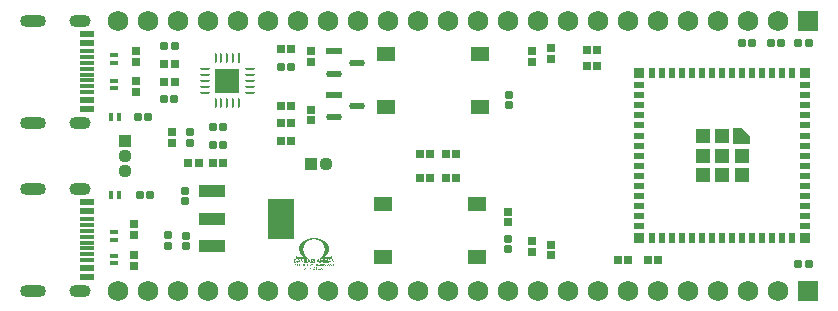
<source format=gts>
G04*
G04 #@! TF.GenerationSoftware,Altium Limited,Altium Designer,25.8.1 (18)*
G04*
G04 Layer_Color=8388736*
%FSLAX44Y44*%
%MOMM*%
G71*
G04*
G04 #@! TF.SameCoordinates,F54E5B92-F0D5-4042-A45F-7CF7407C5741*
G04*
G04*
G04 #@! TF.FilePolarity,Negative*
G04*
G01*
G75*
%ADD17R,1.5500X1.3000*%
%ADD20R,1.1500X0.3000*%
G04:AMPARAMS|DCode=23|XSize=0.2425mm|YSize=0.8397mm|CornerRadius=0.1212mm|HoleSize=0mm|Usage=FLASHONLY|Rotation=270.000|XOffset=0mm|YOffset=0mm|HoleType=Round|Shape=RoundedRectangle|*
%AMROUNDEDRECTD23*
21,1,0.2425,0.5972,0,0,270.0*
21,1,0.0000,0.8397,0,0,270.0*
1,1,0.2425,-0.2986,0.0000*
1,1,0.2425,-0.2986,0.0000*
1,1,0.2425,0.2986,0.0000*
1,1,0.2425,0.2986,0.0000*
%
%ADD23ROUNDEDRECTD23*%
G04:AMPARAMS|DCode=24|XSize=0.8397mm|YSize=0.2425mm|CornerRadius=0.1212mm|HoleSize=0mm|Usage=FLASHONLY|Rotation=270.000|XOffset=0mm|YOffset=0mm|HoleType=Round|Shape=RoundedRectangle|*
%AMROUNDEDRECTD24*
21,1,0.8397,0.0000,0,0,270.0*
21,1,0.5972,0.2425,0,0,270.0*
1,1,0.2425,0.0000,-0.2986*
1,1,0.2425,0.0000,0.2986*
1,1,0.2425,0.0000,0.2986*
1,1,0.2425,0.0000,-0.2986*
%
%ADD24ROUNDEDRECTD24*%
%ADD25R,0.2425X0.8397*%
%ADD28R,1.1500X0.6000*%
%ADD36R,1.3571X0.5721*%
G04:AMPARAMS|DCode=37|XSize=1.3571mm|YSize=0.5721mm|CornerRadius=0.2861mm|HoleSize=0mm|Usage=FLASHONLY|Rotation=0.000|XOffset=0mm|YOffset=0mm|HoleType=Round|Shape=RoundedRectangle|*
%AMROUNDEDRECTD37*
21,1,1.3571,0.0000,0,0,0.0*
21,1,0.7850,0.5721,0,0,0.0*
1,1,0.5721,0.3925,0.0000*
1,1,0.5721,-0.3925,0.0000*
1,1,0.5721,-0.3925,0.0000*
1,1,0.5721,0.3925,0.0000*
%
%ADD37ROUNDEDRECTD37*%
%ADD38R,0.6416X0.7016*%
%ADD39R,0.7016X0.6416*%
%ADD40R,0.7016X0.4516*%
%ADD41R,0.9016X0.5016*%
%ADD42R,2.0500X2.0500*%
G04:AMPARAMS|DCode=43|XSize=0.6416mm|YSize=0.7016mm|CornerRadius=0.1183mm|HoleSize=0mm|Usage=FLASHONLY|Rotation=0.000|XOffset=0mm|YOffset=0mm|HoleType=Round|Shape=RoundedRectangle|*
%AMROUNDEDRECTD43*
21,1,0.6416,0.4650,0,0,0.0*
21,1,0.4050,0.7016,0,0,0.0*
1,1,0.2366,0.2025,-0.2325*
1,1,0.2366,-0.2025,-0.2325*
1,1,0.2366,-0.2025,0.2325*
1,1,0.2366,0.2025,0.2325*
%
%ADD43ROUNDEDRECTD43*%
%ADD44R,0.5016X0.9016*%
%ADD45R,0.4516X0.7016*%
G04:AMPARAMS|DCode=46|XSize=0.6416mm|YSize=0.7016mm|CornerRadius=0.1183mm|HoleSize=0mm|Usage=FLASHONLY|Rotation=270.000|XOffset=0mm|YOffset=0mm|HoleType=Round|Shape=RoundedRectangle|*
%AMROUNDEDRECTD46*
21,1,0.6416,0.4650,0,0,270.0*
21,1,0.4050,0.7016,0,0,270.0*
1,1,0.2366,-0.2325,-0.2025*
1,1,0.2366,-0.2325,0.2025*
1,1,0.2366,0.2325,0.2025*
1,1,0.2366,0.2325,-0.2025*
%
%ADD46ROUNDEDRECTD46*%
%ADD47R,2.2516X1.0516*%
%ADD48R,2.2516X3.3516*%
%ADD49R,0.8016X0.7016*%
%ADD50R,0.9016X0.9016*%
%ADD51R,1.3016X1.3016*%
%ADD52C,1.1176*%
%ADD53C,1.7272*%
%ADD54R,1.7272X1.7272*%
G04:AMPARAMS|DCode=55|XSize=1mm|YSize=2.2mm|CornerRadius=0.5mm|HoleSize=0mm|Usage=FLASHONLY|Rotation=270.000|XOffset=0mm|YOffset=0mm|HoleType=Round|Shape=RoundedRectangle|*
%AMROUNDEDRECTD55*
21,1,1.0000,1.2000,0,0,270.0*
21,1,0.0000,2.2000,0,0,270.0*
1,1,1.0000,-0.6000,0.0000*
1,1,1.0000,-0.6000,0.0000*
1,1,1.0000,0.6000,0.0000*
1,1,1.0000,0.6000,0.0000*
%
%ADD55ROUNDEDRECTD55*%
G04:AMPARAMS|DCode=56|XSize=1mm|YSize=1.8mm|CornerRadius=0.5mm|HoleSize=0mm|Usage=FLASHONLY|Rotation=270.000|XOffset=0mm|YOffset=0mm|HoleType=Round|Shape=RoundedRectangle|*
%AMROUNDEDRECTD56*
21,1,1.0000,0.8000,0,0,270.0*
21,1,0.0000,1.8000,0,0,270.0*
1,1,1.0000,-0.4000,0.0000*
1,1,1.0000,-0.4000,0.0000*
1,1,1.0000,0.4000,0.0000*
1,1,1.0000,0.4000,0.0000*
%
%ADD56ROUNDEDRECTD56*%
%ADD57R,1.1176X1.1176*%
%ADD58R,1.1176X1.1176*%
G36*
X624060Y144000D02*
Y136500D01*
X610060D01*
Y150500D01*
X617560D01*
X624060Y144000D01*
D02*
G37*
G36*
X255707Y57175D02*
X255723Y57169D01*
X255972Y57164D01*
X255989Y57159D01*
X256129Y57153D01*
X256146Y57148D01*
X256200Y57142D01*
X256360Y57129D01*
X256446Y57123D01*
X256560Y57118D01*
X256657Y57113D01*
X256706Y57107D01*
X256749Y57102D01*
X256771Y57096D01*
X256804Y57091D01*
X256825Y57085D01*
X256898Y57077D01*
X257001Y57072D01*
X257023Y57067D01*
X257137Y57061D01*
X257153Y57056D01*
X257218Y57050D01*
X257234Y57045D01*
X257256Y57039D01*
X257291Y57031D01*
X257334Y57026D01*
X257394Y57021D01*
X257464Y57015D01*
X257562Y57004D01*
X257627Y56993D01*
X257692Y56977D01*
X257724Y56972D01*
X257784Y56966D01*
X257849Y56961D01*
X257914Y56950D01*
X257979Y56934D01*
X258006Y56929D01*
X258038Y56923D01*
X258081Y56918D01*
X258155Y56909D01*
X258176Y56904D01*
X258225Y56899D01*
X258241Y56893D01*
X258279Y56883D01*
X258301Y56877D01*
X258339Y56872D01*
X258360Y56866D01*
X258423Y56858D01*
X258455Y56853D01*
X258482Y56847D01*
X258526Y56836D01*
X258571Y56823D01*
X258593Y56817D01*
X258669Y56807D01*
X258731Y56799D01*
X258753Y56793D01*
X258780Y56782D01*
X258810Y56774D01*
X258831Y56769D01*
X258869Y56763D01*
X258891Y56758D01*
X258937Y56750D01*
X258980Y56739D01*
X259010Y56731D01*
X259081Y56709D01*
X259143Y56701D01*
X259197Y56690D01*
X259224Y56679D01*
X259286Y56660D01*
X259324Y56655D01*
X259346Y56650D01*
X259386Y56642D01*
X259408Y56636D01*
X259451Y56620D01*
X259476Y56612D01*
X259497Y56606D01*
X259535Y56601D01*
X259557Y56596D01*
X259592Y56587D01*
X259636Y56571D01*
X259671Y56558D01*
X259692Y56552D01*
X259749Y56544D01*
X259771Y56539D01*
X259790Y56530D01*
X259839Y56509D01*
X259882Y56498D01*
X259933Y56490D01*
X259977Y56474D01*
X260006Y56460D01*
X260050Y56449D01*
X260112Y56436D01*
X260155Y56420D01*
X260212Y56395D01*
X260283Y56384D01*
X260315Y56363D01*
X260342Y56352D01*
X260399Y56338D01*
X260442Y56327D01*
X260510Y56298D01*
X260575Y56281D01*
X260610Y56268D01*
X260618Y56260D01*
X260656Y56244D01*
X260713Y56230D01*
X260756Y56214D01*
X260765Y56206D01*
X260792Y56195D01*
X260835Y56184D01*
X260870Y56176D01*
X260897Y56165D01*
X260905Y56157D01*
X260916Y56151D01*
X260954Y56135D01*
X260989Y56127D01*
X261011Y56122D01*
X261030Y56114D01*
X261062Y56092D01*
X261089Y56081D01*
X261111Y56076D01*
X261141Y56068D01*
X261168Y56057D01*
X261176Y56049D01*
X261203Y56038D01*
X261225Y56032D01*
X261263Y56021D01*
X261311Y55995D01*
X261360Y55973D01*
X261390Y55965D01*
X261479Y55924D01*
X261514Y55916D01*
X261533Y55908D01*
X261555Y55886D01*
X261582Y55875D01*
X261604Y55870D01*
X261636Y55865D01*
X261690Y55827D01*
X261734Y55816D01*
X261769Y55802D01*
X261777Y55794D01*
X261788Y55789D01*
X261799Y55778D01*
X261826Y55767D01*
X261866Y55759D01*
X261896Y55740D01*
X261907Y55729D01*
X261934Y55718D01*
X261969Y55705D01*
X262002Y55683D01*
X262037Y55670D01*
X262067Y55661D01*
X262110Y55634D01*
X262118Y55626D01*
X262145Y55615D01*
X262189Y55599D01*
X262221Y55578D01*
X262259Y55561D01*
X262294Y55548D01*
X262313Y55534D01*
X262346Y55512D01*
X262375Y55504D01*
X262419Y55477D01*
X262443Y55464D01*
X262486Y55448D01*
X262540Y55410D01*
X262584Y55393D01*
X262622Y55366D01*
X262660Y55350D01*
X262698Y55328D01*
X262708Y55318D01*
X262719Y55312D01*
X262746Y55301D01*
X262790Y55285D01*
X262817Y55258D01*
X262871Y55236D01*
X262882Y55231D01*
X262920Y55204D01*
X262955Y55190D01*
X263012Y55150D01*
X263033Y55144D01*
X263071Y55117D01*
X263104Y55096D01*
X263125Y55090D01*
X263174Y55052D01*
X263201Y55041D01*
X263236Y55028D01*
X263266Y54998D01*
X263293Y54987D01*
X263304Y54982D01*
X263334Y54957D01*
X263369Y54939D01*
X263407Y54917D01*
X263428Y54895D01*
X263483Y54874D01*
X263512Y54849D01*
X263526Y54836D01*
X263548Y54830D01*
X263577Y54806D01*
X263591Y54792D01*
X263650Y54760D01*
X263667Y54744D01*
X263678Y54738D01*
X263726Y54711D01*
X263743Y54695D01*
X263753Y54689D01*
X263791Y54668D01*
X263821Y54644D01*
X263856Y54625D01*
X263867Y54619D01*
X263886Y54606D01*
X263892Y54595D01*
X263905Y54581D01*
X263954Y54554D01*
X263970Y54538D01*
X263981Y54532D01*
X264032Y54497D01*
X264051Y54478D01*
X264089Y54457D01*
X264111Y54435D01*
X264122Y54430D01*
X264160Y54408D01*
X264187Y54381D01*
X264197Y54376D01*
X264208Y54365D01*
X264235Y54348D01*
X264257Y54327D01*
X264268Y54321D01*
X264306Y54294D01*
X264317Y54283D01*
X264327Y54278D01*
X264338Y54267D01*
X264349Y54262D01*
X264379Y54237D01*
X264419Y54208D01*
X264447Y54191D01*
X264479Y54159D01*
X264490Y54153D01*
X264520Y54129D01*
X264538Y54110D01*
X264549Y54105D01*
X264579Y54080D01*
X264593Y54067D01*
X264604Y54061D01*
X264652Y54023D01*
X264674Y54002D01*
X264685Y53996D01*
X264715Y53972D01*
X264720Y53961D01*
X264752Y53940D01*
X264793Y53899D01*
X264804Y53893D01*
X264842Y53856D01*
X264853Y53850D01*
X264863Y53839D01*
X264874Y53834D01*
X264888Y53815D01*
X264901Y53801D01*
X264912Y53796D01*
X264942Y53772D01*
X264953Y53766D01*
X264958Y53755D01*
X264966Y53747D01*
X264977Y53742D01*
X264988Y53731D01*
X264999Y53726D01*
X265037Y53688D01*
X265047Y53682D01*
X265145Y53585D01*
X265156Y53580D01*
X265205Y53531D01*
X265215Y53525D01*
X265224Y53517D01*
X265229Y53506D01*
X265248Y53487D01*
X265259Y53482D01*
X265289Y53452D01*
X265294Y53441D01*
X265313Y53428D01*
X265343Y53398D01*
X265348Y53387D01*
X265356Y53379D01*
X265367Y53374D01*
X265386Y53355D01*
X265391Y53344D01*
X265416Y53320D01*
X265427Y53314D01*
X265440Y53301D01*
X265445Y53290D01*
X265459Y53276D01*
X265470Y53271D01*
X265483Y53257D01*
X265489Y53246D01*
X265508Y53222D01*
X265519Y53217D01*
X265586Y53149D01*
X265592Y53138D01*
X265616Y53114D01*
X265627Y53108D01*
X265640Y53095D01*
X265646Y53084D01*
X265670Y53054D01*
X265689Y53035D01*
X265695Y53025D01*
X265705Y53014D01*
X265711Y53003D01*
X265730Y52989D01*
X265738Y52981D01*
X265743Y52970D01*
X265754Y52959D01*
X265760Y52949D01*
X265808Y52900D01*
X265814Y52889D01*
X265852Y52851D01*
X265857Y52840D01*
X265881Y52811D01*
X265906Y52786D01*
X265911Y52775D01*
X265935Y52746D01*
X265954Y52727D01*
X265960Y52716D01*
X266003Y52673D01*
X266025Y52635D01*
X266063Y52597D01*
X266079Y52570D01*
X266090Y52559D01*
X266095Y52548D01*
X266112Y52532D01*
X266117Y52521D01*
X266141Y52491D01*
X266155Y52478D01*
X266160Y52467D01*
X266212Y52399D01*
X266241Y52353D01*
X266263Y52331D01*
X266269Y52320D01*
X266293Y52285D01*
X266304Y52280D01*
X266344Y52212D01*
X266361Y52196D01*
X266366Y52185D01*
X266401Y52134D01*
X266420Y52115D01*
X266447Y52066D01*
X266458Y52055D01*
X266464Y52044D01*
X266485Y52012D01*
X266491Y52001D01*
X266515Y51971D01*
X266523Y51963D01*
X266537Y51928D01*
X266556Y51898D01*
X266577Y51877D01*
X266610Y51817D01*
X266626Y51801D01*
X266637Y51774D01*
X266658Y51736D01*
X266680Y51714D01*
X266694Y51679D01*
X266715Y51646D01*
X266723Y51638D01*
X266729Y51627D01*
X266761Y51568D01*
X266777Y51552D01*
X266788Y51525D01*
X266815Y51476D01*
X266826Y51465D01*
X266842Y51427D01*
X266875Y51368D01*
X266891Y51340D01*
X266924Y51281D01*
X266945Y51248D01*
X266951Y51227D01*
X266973Y51189D01*
X266994Y51156D01*
X267002Y51127D01*
X267029Y51083D01*
X267037Y51075D01*
X267064Y50999D01*
X267092Y50961D01*
X267102Y50924D01*
X267129Y50875D01*
X267157Y50815D01*
X267173Y50772D01*
X267194Y50739D01*
X267205Y50701D01*
X267219Y50666D01*
X267232Y50647D01*
X267249Y50620D01*
X267265Y50555D01*
X267308Y50463D01*
X267314Y50442D01*
X267327Y50406D01*
X267351Y50360D01*
X267362Y50322D01*
X267370Y50287D01*
X267381Y50260D01*
X267406Y50220D01*
X267425Y50136D01*
X267460Y50057D01*
X267465Y50019D01*
X267471Y49998D01*
X267479Y49968D01*
X267509Y49900D01*
X267514Y49879D01*
X267528Y49816D01*
X267538Y49789D01*
X267552Y49759D01*
X267563Y49732D01*
X267571Y49675D01*
X267576Y49643D01*
X267606Y49548D01*
X267617Y49505D01*
X267625Y49453D01*
X267630Y49432D01*
X267641Y49378D01*
X267647Y49356D01*
X267660Y49321D01*
X267666Y49299D01*
X267671Y49245D01*
X267682Y49169D01*
X267687Y49148D01*
X267703Y49088D01*
X267714Y49023D01*
X267720Y48985D01*
X267725Y48963D01*
X267731Y48877D01*
X267736Y48839D01*
X267744Y48787D01*
X267755Y48733D01*
X267760Y48701D01*
X267766Y48657D01*
X267771Y48598D01*
X267777Y48511D01*
X267782Y48387D01*
X267787Y48235D01*
X267790Y47843D01*
X267785Y47826D01*
X267779Y47534D01*
X267774Y47518D01*
X267766Y47380D01*
X267758Y47306D01*
X267752Y47269D01*
X267741Y47204D01*
X267736Y47182D01*
X267728Y47076D01*
X267722Y47022D01*
X267712Y46952D01*
X267706Y46925D01*
X267695Y46865D01*
X267690Y46844D01*
X267682Y46814D01*
X267676Y46760D01*
X267668Y46687D01*
X267663Y46654D01*
X267657Y46632D01*
X267633Y46554D01*
X267622Y46489D01*
X267609Y46410D01*
X267584Y46332D01*
X267574Y46289D01*
X267565Y46242D01*
X267560Y46216D01*
X267544Y46172D01*
X267525Y46110D01*
X267519Y46088D01*
X267514Y46050D01*
X267509Y46029D01*
X267476Y45958D01*
X267468Y45912D01*
X267463Y45891D01*
X267457Y45863D01*
X267446Y45836D01*
X267422Y45780D01*
X267416Y45758D01*
X267408Y45728D01*
X267403Y45707D01*
X267373Y45644D01*
X267368Y45623D01*
X267360Y45587D01*
X267354Y45566D01*
X267330Y45520D01*
X267314Y45482D01*
X267300Y45425D01*
X267259Y45346D01*
X267251Y45317D01*
X267246Y45295D01*
X267219Y45252D01*
X267205Y45206D01*
X267192Y45170D01*
X267178Y45157D01*
X267173Y45146D01*
X267162Y45119D01*
X267157Y45097D01*
X267143Y45062D01*
X267108Y45000D01*
X267089Y44948D01*
X267081Y44940D01*
X267075Y44929D01*
X267054Y44881D01*
X267043Y44854D01*
X267037Y44843D01*
X267013Y44813D01*
X266999Y44778D01*
X266967Y44718D01*
X266924Y44637D01*
X266913Y44626D01*
X266897Y44588D01*
X266886Y44561D01*
X266880Y44550D01*
X266859Y44529D01*
X266853Y44518D01*
X266810Y44437D01*
X266777Y44377D01*
X266767Y44366D01*
X266761Y44356D01*
X266750Y44345D01*
X266745Y44334D01*
X266718Y44285D01*
X266707Y44274D01*
X266702Y44263D01*
X266669Y44204D01*
X266653Y44188D01*
X266648Y44177D01*
X266621Y44128D01*
X266599Y44106D01*
X266593Y44096D01*
X266558Y44044D01*
X266545Y44025D01*
X266523Y43987D01*
X266499Y43958D01*
X266491Y43949D01*
X266485Y43938D01*
X266450Y43887D01*
X266436Y43874D01*
X266431Y43863D01*
X266409Y43825D01*
X266388Y43803D01*
X266382Y43792D01*
X266353Y43746D01*
X266344Y43744D01*
X266339Y43733D01*
X266328Y43722D01*
X266323Y43711D01*
X266296Y43673D01*
X266274Y43652D01*
X266252Y43614D01*
X266220Y43581D01*
X266214Y43570D01*
X266201Y43551D01*
X266190Y43546D01*
X266182Y43538D01*
X266176Y43527D01*
X266166Y43516D01*
X266160Y43505D01*
X266139Y43484D01*
X266133Y43473D01*
X266122Y43462D01*
X266117Y43451D01*
X266093Y43422D01*
X266074Y43403D01*
X266068Y43392D01*
X266044Y43362D01*
X266014Y43332D01*
X266009Y43321D01*
X265995Y43302D01*
X265984Y43297D01*
X265965Y43278D01*
X265960Y43267D01*
X265941Y43243D01*
X265930Y43237D01*
X265911Y43218D01*
X265906Y43208D01*
X265884Y43186D01*
X265881Y43178D01*
X265873Y43175D01*
X265868Y43164D01*
X265803Y43099D01*
X265798Y43088D01*
X265784Y43075D01*
X265773Y43070D01*
X265765Y43061D01*
X265760Y43050D01*
X265684Y42975D01*
X265678Y42964D01*
X265567Y42853D01*
X265557Y42847D01*
X265537Y42834D01*
X265532Y42823D01*
X265508Y42793D01*
X265405Y42691D01*
X265394Y42685D01*
X265386Y42677D01*
X265380Y42666D01*
X265351Y42636D01*
X265340Y42631D01*
X265315Y42607D01*
X265310Y42596D01*
X265297Y42582D01*
X265286Y42577D01*
X265213Y42504D01*
X265207Y42493D01*
X265199Y42485D01*
X265188Y42479D01*
X265177Y42468D01*
X265167Y42463D01*
X265053Y42349D01*
X265045Y42347D01*
X265039Y42336D01*
X265021Y42317D01*
X265010Y42311D01*
X264974Y42276D01*
X264972Y42268D01*
X264961Y42263D01*
X264950Y42252D01*
X264939Y42246D01*
X264920Y42228D01*
X264918Y42219D01*
X264907Y42214D01*
X264872Y42179D01*
X264866Y42168D01*
X264853Y42154D01*
X264842Y42149D01*
X264823Y42130D01*
X264817Y42119D01*
X264799Y42100D01*
X264788Y42095D01*
X264612Y41919D01*
X264606Y41908D01*
X264598Y41900D01*
X264587Y41894D01*
X264563Y41870D01*
X264557Y41859D01*
X264544Y41846D01*
X264533Y41840D01*
X264509Y41816D01*
X264503Y41805D01*
X264490Y41792D01*
X264479Y41786D01*
X264455Y41762D01*
X264449Y41751D01*
X264346Y41648D01*
X264341Y41637D01*
X264333Y41629D01*
X264322Y41624D01*
X264308Y41610D01*
X264303Y41599D01*
X264284Y41580D01*
X264273Y41575D01*
X264254Y41556D01*
X264249Y41545D01*
X264224Y41515D01*
X264214Y41505D01*
X264203Y41499D01*
X264195Y41491D01*
X264189Y41480D01*
X264162Y41442D01*
X264146Y41426D01*
X264140Y41415D01*
X264114Y41377D01*
X264103Y41367D01*
X264097Y41356D01*
X264086Y41329D01*
X264065Y41291D01*
X264054Y41280D01*
X264043Y41253D01*
X264038Y41231D01*
X264046Y41191D01*
X264062Y41174D01*
X264116Y41158D01*
X264197Y41153D01*
X264214Y41147D01*
X264252Y41142D01*
X264273Y41136D01*
X264338Y41126D01*
X264476Y41118D01*
X266875Y41112D01*
X266948Y41109D01*
X266964Y41115D01*
X268123Y41109D01*
X269368Y41115D01*
X269385Y41120D01*
X269425Y41128D01*
X269466Y41153D01*
X269496Y41161D01*
X269523Y41172D01*
X269553Y41191D01*
X269563Y41201D01*
X269612Y41228D01*
X269642Y41253D01*
X269650Y41261D01*
X269661Y41266D01*
X269691Y41291D01*
X269707Y41307D01*
X269712Y41318D01*
X269761Y41367D01*
X269767Y41377D01*
X269799Y41410D01*
X269804Y41421D01*
X269815Y41431D01*
X269831Y41459D01*
X269858Y41486D01*
X269864Y41497D01*
X269888Y41526D01*
X269907Y41545D01*
X269923Y41572D01*
X269937Y41591D01*
X269948Y41597D01*
X269956Y41605D01*
X269961Y41616D01*
X269999Y41664D01*
X270016Y41681D01*
X270037Y41719D01*
X270075Y41756D01*
X270091Y41783D01*
X270118Y41811D01*
X270124Y41821D01*
X270148Y41851D01*
X270173Y41870D01*
X270200Y41919D01*
X270232Y41951D01*
X270238Y41962D01*
X270262Y41992D01*
X270275Y42006D01*
X270292Y42033D01*
X270324Y42065D01*
X270340Y42092D01*
X270354Y42106D01*
X270387Y42100D01*
X270400Y42092D01*
X270405Y42081D01*
X270441Y42030D01*
X270454Y42011D01*
X270476Y41989D01*
X270497Y41951D01*
X270525Y41924D01*
X270546Y41886D01*
X270568Y41865D01*
X270573Y41854D01*
X270600Y41805D01*
X270633Y41773D01*
X270655Y41735D01*
X270676Y41713D01*
X270703Y41664D01*
X270730Y41637D01*
X270736Y41627D01*
X270763Y41589D01*
X270768Y41578D01*
X270784Y41561D01*
X270812Y41513D01*
X270828Y41497D01*
X270833Y41486D01*
X270860Y41437D01*
X270887Y41410D01*
X270898Y41383D01*
X270920Y41345D01*
X270936Y41329D01*
X270941Y41318D01*
X270952Y41291D01*
X270958Y41280D01*
X270982Y41250D01*
X270990Y41242D01*
X271001Y41204D01*
X270996Y41144D01*
X270958Y41090D01*
X270931Y41042D01*
X270903Y41004D01*
X270893Y40977D01*
X270887Y40966D01*
X270863Y40936D01*
X270855Y40928D01*
X270839Y40890D01*
X270833Y40879D01*
X270809Y40849D01*
X270774Y40787D01*
X270757Y40771D01*
X270752Y40760D01*
X270730Y40728D01*
X270714Y40701D01*
X270703Y40690D01*
X270698Y40679D01*
X270665Y40619D01*
X270649Y40603D01*
X270644Y40592D01*
X270617Y40543D01*
X270595Y40522D01*
X270568Y40473D01*
X270557Y40462D01*
X270552Y40451D01*
X270541Y40441D01*
X270535Y40430D01*
X270514Y40392D01*
X270497Y40376D01*
X270492Y40365D01*
X270457Y40313D01*
X270443Y40300D01*
X270438Y40289D01*
X270411Y40251D01*
X270405Y40240D01*
X270389Y40224D01*
X270368Y40186D01*
X270359Y40178D01*
X270348Y40173D01*
X270335Y40159D01*
X270330Y40148D01*
X270305Y40118D01*
X270297Y40110D01*
X270292Y40100D01*
X270281Y40089D01*
X270257Y40048D01*
X270246Y40043D01*
X270235Y40032D01*
X270227Y40029D01*
X270221Y40018D01*
X270205Y40002D01*
X270202Y39994D01*
X270191Y39989D01*
X270143Y39961D01*
X270121Y39940D01*
X270110Y39934D01*
X270083Y39924D01*
X270048Y39915D01*
X270021Y39905D01*
X270013Y39897D01*
X269986Y39886D01*
X269942Y39875D01*
X269858Y39867D01*
X269815Y39861D01*
X268770Y39856D01*
X268767Y39853D01*
X268751Y39859D01*
X268735Y39853D01*
X267720Y39850D01*
X267717Y39853D01*
X267701Y39848D01*
X267690Y39853D01*
X267674Y39848D01*
X267611Y39850D01*
X267593Y39848D01*
X267587Y39853D01*
X267571Y39848D01*
X267503Y39850D01*
X267490Y39848D01*
X267484Y39853D01*
X267468Y39848D01*
X267400Y39850D01*
X267387Y39848D01*
X267381Y39853D01*
X267365Y39848D01*
X267270Y39850D01*
X267203Y39848D01*
X267197Y39853D01*
X267181Y39848D01*
X267170Y39853D01*
X267154Y39848D01*
X267081Y39850D01*
X260028Y39848D01*
X260023Y39853D01*
X260006Y39848D01*
X259917Y39845D01*
X259923Y39878D01*
X259933Y39888D01*
X259939Y39899D01*
X259952Y39913D01*
X259979Y39929D01*
X260006Y39956D01*
X260017Y39961D01*
X260047Y39986D01*
X260077Y40016D01*
X260088Y40021D01*
X260117Y40045D01*
X260131Y40059D01*
X260142Y40064D01*
X260177Y40089D01*
X260182Y40100D01*
X260201Y40118D01*
X260212Y40124D01*
X260242Y40148D01*
X260266Y40173D01*
X260277Y40178D01*
X260307Y40202D01*
X260331Y40227D01*
X260342Y40232D01*
X260375Y40265D01*
X260385Y40270D01*
X260415Y40294D01*
X260440Y40319D01*
X260450Y40324D01*
X260488Y40351D01*
X260497Y40359D01*
X260502Y40370D01*
X260515Y40384D01*
X260526Y40389D01*
X260556Y40414D01*
X260575Y40433D01*
X260586Y40438D01*
X260605Y40451D01*
X260610Y40462D01*
X260629Y40481D01*
X260640Y40487D01*
X260670Y40511D01*
X260694Y40535D01*
X260705Y40541D01*
X260743Y40579D01*
X260754Y40584D01*
X260792Y40611D01*
X260805Y40630D01*
X260838Y40652D01*
X260873Y40687D01*
X260884Y40692D01*
X260894Y40703D01*
X260905Y40709D01*
X260938Y40741D01*
X260949Y40747D01*
X261003Y40801D01*
X261014Y40806D01*
X261033Y40820D01*
X261038Y40830D01*
X261046Y40839D01*
X261057Y40844D01*
X261068Y40855D01*
X261078Y40860D01*
X261116Y40898D01*
X261127Y40904D01*
X261165Y40942D01*
X261176Y40947D01*
X261206Y40971D01*
X261236Y41001D01*
X261246Y41006D01*
X261257Y41017D01*
X261268Y41023D01*
X261282Y41042D01*
X261301Y41061D01*
X261311Y41066D01*
X261341Y41090D01*
X261346Y41101D01*
X261366Y41115D01*
X261414Y41164D01*
X261425Y41169D01*
X261439Y41177D01*
X261444Y41188D01*
X261474Y41218D01*
X261485Y41223D01*
X261533Y41272D01*
X261544Y41277D01*
X261558Y41291D01*
X261563Y41302D01*
X261582Y41315D01*
X261607Y41340D01*
X261612Y41350D01*
X261625Y41364D01*
X261636Y41369D01*
X261685Y41418D01*
X261696Y41423D01*
X261715Y41442D01*
X261720Y41453D01*
X261734Y41467D01*
X261744Y41472D01*
X261763Y41491D01*
X261769Y41502D01*
X261782Y41515D01*
X261793Y41521D01*
X261823Y41551D01*
X261828Y41561D01*
X261847Y41575D01*
X261866Y41594D01*
X261872Y41605D01*
X261975Y41708D01*
X261980Y41719D01*
X262023Y41762D01*
X262029Y41773D01*
X262037Y41781D01*
X262048Y41786D01*
X262067Y41805D01*
X262072Y41816D01*
X262083Y41827D01*
X262088Y41838D01*
X262099Y41843D01*
X262105Y41854D01*
X262121Y41870D01*
X262126Y41881D01*
X262170Y41924D01*
X262175Y41935D01*
X262194Y41960D01*
X262205Y41965D01*
X262213Y41973D01*
X262218Y41984D01*
X262229Y41995D01*
X262235Y42006D01*
X262267Y42038D01*
X262272Y42049D01*
X262297Y42089D01*
X262308Y42095D01*
X262332Y42119D01*
X262337Y42130D01*
X262362Y42160D01*
X262375Y42173D01*
X262381Y42184D01*
X262405Y42214D01*
X262424Y42233D01*
X262430Y42244D01*
X262454Y42274D01*
X262495Y42330D01*
X262500Y42341D01*
X262527Y42368D01*
X262532Y42379D01*
X262549Y42406D01*
X262581Y42439D01*
X262603Y42477D01*
X262619Y42493D01*
X262624Y42504D01*
X262635Y42515D01*
X262662Y42563D01*
X262689Y42590D01*
X262711Y42628D01*
X262727Y42644D01*
X262733Y42655D01*
X262754Y42693D01*
X262792Y42747D01*
X262814Y42785D01*
X262830Y42801D01*
X262836Y42812D01*
X262857Y42845D01*
X262879Y42883D01*
X262901Y42915D01*
X262922Y42953D01*
X262949Y42991D01*
X262960Y43018D01*
X262966Y43029D01*
X262993Y43067D01*
X263014Y43116D01*
X263020Y43126D01*
X263047Y43164D01*
X263058Y43191D01*
X263079Y43229D01*
X263106Y43267D01*
X263114Y43297D01*
X263141Y43340D01*
X263150Y43348D01*
X263169Y43400D01*
X263188Y43430D01*
X263209Y43462D01*
X263217Y43492D01*
X263236Y43522D01*
X263258Y43554D01*
X263266Y43589D01*
X263277Y43616D01*
X263291Y43635D01*
X263312Y43668D01*
X263318Y43689D01*
X263337Y43741D01*
X263350Y43754D01*
X263366Y43792D01*
X263385Y43844D01*
X263407Y43876D01*
X263420Y43911D01*
X263426Y43933D01*
X263464Y44014D01*
X263475Y44052D01*
X263488Y44088D01*
X263512Y44128D01*
X263534Y44204D01*
X263572Y44285D01*
X263583Y44328D01*
X263599Y44366D01*
X263605Y44377D01*
X263621Y44415D01*
X263629Y44445D01*
X263634Y44472D01*
X263650Y44515D01*
X263659Y44523D01*
X263675Y44561D01*
X263694Y44645D01*
X263724Y44713D01*
X263729Y44735D01*
X263737Y44786D01*
X263753Y44829D01*
X263778Y44886D01*
X263791Y44965D01*
X263797Y44986D01*
X263808Y45013D01*
X263827Y45059D01*
X263837Y45124D01*
X263851Y45181D01*
X263862Y45208D01*
X263875Y45254D01*
X263886Y45298D01*
X263900Y45376D01*
X263905Y45398D01*
X263918Y45433D01*
X263929Y45471D01*
X263935Y45493D01*
X263946Y45568D01*
X263965Y45658D01*
X263983Y45720D01*
X263989Y45758D01*
X263994Y45812D01*
X264008Y45874D01*
X264021Y45920D01*
X264027Y45942D01*
X264032Y45980D01*
X264038Y46002D01*
X264043Y46040D01*
X264051Y46118D01*
X264057Y46167D01*
X264062Y46194D01*
X264078Y46259D01*
X264084Y46286D01*
X264089Y46318D01*
X264095Y46378D01*
X264100Y46465D01*
X264105Y46513D01*
X264111Y46557D01*
X264132Y46687D01*
X264138Y46735D01*
X264143Y46833D01*
X264149Y46925D01*
X264160Y47250D01*
X264165Y47396D01*
X264168Y47659D01*
X264162Y47675D01*
X264154Y47954D01*
X264143Y48197D01*
X264138Y48268D01*
X264132Y48311D01*
X264127Y48343D01*
X264116Y48398D01*
X264111Y48463D01*
X264103Y48536D01*
X264097Y48590D01*
X264092Y48660D01*
X264086Y48682D01*
X264081Y48741D01*
X264076Y48758D01*
X264070Y48779D01*
X264059Y48817D01*
X264054Y48855D01*
X264046Y48917D01*
X264035Y49015D01*
X264024Y49058D01*
X264013Y49085D01*
X264005Y49115D01*
X264000Y49137D01*
X263994Y49191D01*
X263989Y49229D01*
X263975Y49291D01*
X263956Y49353D01*
X263927Y49497D01*
X263921Y49518D01*
X263910Y49545D01*
X263902Y49575D01*
X263892Y49619D01*
X263878Y49686D01*
X263856Y49746D01*
X263843Y49781D01*
X263829Y49860D01*
X263824Y49881D01*
X263794Y49949D01*
X263783Y49992D01*
X263770Y50049D01*
X263751Y50084D01*
X263734Y50138D01*
X263726Y50174D01*
X263713Y50209D01*
X263686Y50268D01*
X263678Y50304D01*
X263672Y50325D01*
X263661Y50352D01*
X263642Y50388D01*
X263632Y50425D01*
X263626Y50447D01*
X263613Y50482D01*
X263583Y50539D01*
X263575Y50574D01*
X263559Y50618D01*
X263550Y50626D01*
X263534Y50664D01*
X263523Y50701D01*
X263518Y50723D01*
X263496Y50761D01*
X263475Y50810D01*
X263456Y50861D01*
X263447Y50869D01*
X263442Y50880D01*
X263426Y50918D01*
X263402Y50986D01*
X263393Y50994D01*
X263372Y51043D01*
X263339Y51102D01*
X263318Y51151D01*
X263304Y51186D01*
X263291Y51200D01*
X263274Y51238D01*
X263255Y51289D01*
X263236Y51308D01*
X263231Y51319D01*
X263215Y51357D01*
X263201Y51392D01*
X263182Y51411D01*
X263177Y51422D01*
X263160Y51460D01*
X263139Y51498D01*
X263128Y51508D01*
X263106Y51562D01*
X263085Y51600D01*
X263074Y51611D01*
X263058Y51649D01*
X263036Y51687D01*
X263025Y51698D01*
X263020Y51709D01*
X262982Y51779D01*
X262960Y51812D01*
X262928Y51871D01*
X262890Y51941D01*
X262865Y51971D01*
X262857Y51979D01*
X262825Y52039D01*
X262803Y52071D01*
X262776Y52120D01*
X262754Y52142D01*
X262743Y52169D01*
X262722Y52207D01*
X262706Y52223D01*
X262684Y52261D01*
X262660Y52291D01*
X262652Y52299D01*
X262624Y52348D01*
X262597Y52386D01*
X262576Y52423D01*
X262543Y52456D01*
X262511Y52516D01*
X262500Y52526D01*
X262495Y52537D01*
X262459Y52589D01*
X262451Y52591D01*
X262446Y52602D01*
X262435Y52613D01*
X262419Y52640D01*
X262386Y52673D01*
X262359Y52721D01*
X262343Y52737D01*
X262337Y52748D01*
X262300Y52797D01*
X262278Y52819D01*
X262256Y52857D01*
X262235Y52878D01*
X262229Y52889D01*
X262205Y52919D01*
X262180Y52943D01*
X262175Y52954D01*
X262151Y52984D01*
X262124Y53016D01*
X262115Y53025D01*
X262110Y53035D01*
X262083Y53062D01*
X262078Y53073D01*
X262067Y53084D01*
X262061Y53095D01*
X262013Y53144D01*
X261996Y53171D01*
X261964Y53203D01*
X261958Y53214D01*
X261921Y53252D01*
X261915Y53263D01*
X261872Y53306D01*
X261866Y53317D01*
X261818Y53366D01*
X261812Y53376D01*
X261801Y53387D01*
X261796Y53398D01*
X261788Y53406D01*
X261777Y53412D01*
X261758Y53431D01*
X261755Y53439D01*
X261744Y53444D01*
X261709Y53479D01*
X261704Y53490D01*
X261617Y53577D01*
X261612Y53588D01*
X261517Y53682D01*
X261506Y53688D01*
X261436Y53758D01*
X261425Y53764D01*
X261395Y53793D01*
X261390Y53804D01*
X261376Y53818D01*
X261366Y53823D01*
X261311Y53877D01*
X261303Y53880D01*
X261298Y53891D01*
X261249Y53923D01*
X261244Y53934D01*
X261219Y53959D01*
X261208Y53964D01*
X261184Y53983D01*
X261179Y53994D01*
X261149Y54023D01*
X261138Y54029D01*
X261111Y54056D01*
X261100Y54061D01*
X261070Y54091D01*
X261068Y54099D01*
X261057Y54105D01*
X261019Y54132D01*
X260992Y54159D01*
X260954Y54180D01*
X260916Y54218D01*
X260905Y54224D01*
X260875Y54248D01*
X260862Y54262D01*
X260851Y54267D01*
X260821Y54292D01*
X260792Y54321D01*
X260754Y54343D01*
X260732Y54365D01*
X260721Y54370D01*
X260710Y54381D01*
X260683Y54397D01*
X260645Y54424D01*
X260634Y54430D01*
X260605Y54454D01*
X260586Y54473D01*
X260548Y54495D01*
X260532Y54511D01*
X260521Y54516D01*
X260472Y54543D01*
X260440Y54576D01*
X260391Y54603D01*
X260364Y54630D01*
X260315Y54657D01*
X260299Y54673D01*
X260288Y54679D01*
X260250Y54700D01*
X260228Y54722D01*
X260218Y54727D01*
X260180Y54744D01*
X260153Y54760D01*
X260131Y54782D01*
X260093Y54798D01*
X260082Y54803D01*
X260066Y54819D01*
X260055Y54825D01*
X260044Y54836D01*
X260017Y54847D01*
X259990Y54863D01*
X259968Y54884D01*
X259917Y54903D01*
X259898Y54917D01*
X259882Y54933D01*
X259855Y54944D01*
X259817Y54966D01*
X259806Y54977D01*
X259795Y54982D01*
X259746Y55003D01*
X259698Y55031D01*
X259687Y55041D01*
X259649Y55058D01*
X259611Y55079D01*
X259600Y55090D01*
X259590Y55096D01*
X259552Y55112D01*
X259459Y55155D01*
X259411Y55182D01*
X259400Y55193D01*
X259373Y55204D01*
X259321Y55223D01*
X259303Y55242D01*
X259275Y55253D01*
X259240Y55261D01*
X259213Y55272D01*
X259205Y55280D01*
X259194Y55285D01*
X259183Y55296D01*
X259146Y55312D01*
X259124Y55318D01*
X259075Y55345D01*
X259037Y55361D01*
X259016Y55366D01*
X258978Y55388D01*
X258967Y55399D01*
X258923Y55410D01*
X258872Y55429D01*
X258837Y55448D01*
X258810Y55458D01*
X258772Y55469D01*
X258737Y55483D01*
X258718Y55496D01*
X258680Y55512D01*
X258639Y55521D01*
X258612Y55532D01*
X258555Y55556D01*
X258501Y55572D01*
X258466Y55586D01*
X258398Y55615D01*
X258363Y55623D01*
X258341Y55629D01*
X258314Y55640D01*
X258257Y55664D01*
X258214Y55675D01*
X258179Y55683D01*
X258136Y55699D01*
X258111Y55713D01*
X258090Y55718D01*
X258052Y55724D01*
X258030Y55729D01*
X258003Y55735D01*
X257933Y55767D01*
X257911Y55773D01*
X257827Y55791D01*
X257800Y55802D01*
X257765Y55816D01*
X257721Y55827D01*
X257632Y55845D01*
X257589Y55862D01*
X257543Y55875D01*
X257505Y55881D01*
X257483Y55886D01*
X257421Y55900D01*
X257399Y55905D01*
X257369Y55919D01*
X257348Y55924D01*
X257258Y55938D01*
X257199Y55948D01*
X257177Y55954D01*
X257142Y55967D01*
X257104Y55978D01*
X257066Y55984D01*
X257045Y55989D01*
X256974Y55995D01*
X256958Y56000D01*
X256920Y56011D01*
X256898Y56016D01*
X256863Y56024D01*
X256842Y56030D01*
X256809Y56035D01*
X256755Y56041D01*
X256712Y56046D01*
X256684Y56051D01*
X256641Y56062D01*
X256560Y56078D01*
X256517Y56084D01*
X256457Y56089D01*
X256408Y56095D01*
X256354Y56100D01*
X256311Y56105D01*
X256257Y56116D01*
X256235Y56122D01*
X256208Y56127D01*
X256175Y56132D01*
X256078Y56138D01*
X256013Y56143D01*
X255872Y56154D01*
X255829Y56160D01*
X255756Y56168D01*
X255702Y56173D01*
X255631Y56179D01*
X255528Y56184D01*
X255442Y56189D01*
X254981Y56195D01*
X254611Y56187D01*
X254481Y56181D01*
X254437Y56176D01*
X254367Y56170D01*
X254318Y56165D01*
X254264Y56160D01*
X254167Y56149D01*
X254091Y56143D01*
X254020Y56138D01*
X253904Y56130D01*
X253888Y56124D01*
X253853Y56116D01*
X253825Y56111D01*
X253793Y56105D01*
X253682Y56092D01*
X253644Y56087D01*
X253590Y56081D01*
X253538Y56073D01*
X253517Y56068D01*
X253471Y56054D01*
X253449Y56049D01*
X253395Y56043D01*
X253357Y56038D01*
X253311Y56030D01*
X253251Y56019D01*
X253225Y56008D01*
X253195Y56000D01*
X253081Y55984D01*
X253059Y55978D01*
X253024Y55970D01*
X252989Y55957D01*
X252951Y55946D01*
X252910Y55938D01*
X252845Y55927D01*
X252818Y55921D01*
X252775Y55905D01*
X252729Y55892D01*
X252686Y55881D01*
X252629Y55873D01*
X252602Y55862D01*
X252545Y55837D01*
X252499Y55829D01*
X252472Y55824D01*
X252450Y55819D01*
X252423Y55808D01*
X252393Y55794D01*
X252307Y55773D01*
X252277Y55764D01*
X252250Y55753D01*
X252204Y55735D01*
X252160Y55724D01*
X252131Y55716D01*
X252104Y55705D01*
X252047Y55680D01*
X251990Y55667D01*
X251963Y55656D01*
X251906Y55632D01*
X251868Y55621D01*
X251817Y55602D01*
X251776Y55578D01*
X251741Y55569D01*
X251719Y55564D01*
X251676Y55548D01*
X251668Y55540D01*
X251630Y55523D01*
X251608Y55518D01*
X251565Y55502D01*
X251527Y55475D01*
X251481Y55466D01*
X251459Y55461D01*
X251416Y55434D01*
X251408Y55426D01*
X251381Y55415D01*
X251340Y55407D01*
X251313Y55396D01*
X251299Y55383D01*
X251289Y55377D01*
X251262Y55366D01*
X251210Y55347D01*
X251197Y55334D01*
X251186Y55328D01*
X251148Y55312D01*
X251118Y55304D01*
X251075Y55277D01*
X251018Y55253D01*
X250969Y55226D01*
X250921Y55204D01*
X250893Y55193D01*
X250856Y55166D01*
X250818Y55150D01*
X250769Y55123D01*
X250720Y55101D01*
X250682Y55079D01*
X250666Y55063D01*
X250598Y55039D01*
X250574Y55014D01*
X250520Y54993D01*
X250509Y54987D01*
X250476Y54955D01*
X250417Y54933D01*
X250390Y54906D01*
X250363Y54895D01*
X250328Y54882D01*
X250298Y54852D01*
X250271Y54841D01*
X250233Y54819D01*
X250217Y54803D01*
X250146Y54765D01*
X250135Y54755D01*
X250124Y54749D01*
X250076Y54722D01*
X250049Y54695D01*
X249989Y54662D01*
X249978Y54652D01*
X249967Y54646D01*
X249930Y54625D01*
X249897Y54592D01*
X249886Y54587D01*
X249837Y54560D01*
X249827Y54549D01*
X249816Y54543D01*
X249748Y54492D01*
X249740Y54484D01*
X249681Y54451D01*
X249670Y54440D01*
X249659Y54435D01*
X249648Y54424D01*
X249637Y54419D01*
X249610Y54392D01*
X249599Y54386D01*
X249561Y54359D01*
X249551Y54354D01*
X249543Y54346D01*
X249540Y54338D01*
X249529Y54332D01*
X249480Y54294D01*
X249464Y54278D01*
X249453Y54273D01*
X249423Y54248D01*
X249410Y54235D01*
X249399Y54229D01*
X249361Y54202D01*
X249334Y54175D01*
X249323Y54170D01*
X249293Y54145D01*
X249269Y54121D01*
X249258Y54116D01*
X249228Y54091D01*
X249199Y54061D01*
X249188Y54056D01*
X249158Y54032D01*
X249144Y54018D01*
X249134Y54013D01*
X249090Y53969D01*
X249079Y53964D01*
X249031Y53915D01*
X249020Y53910D01*
X248990Y53885D01*
X248950Y53845D01*
X248939Y53839D01*
X248931Y53831D01*
X248925Y53820D01*
X248912Y53807D01*
X248901Y53801D01*
X248871Y53777D01*
X248847Y53747D01*
X248836Y53742D01*
X248801Y53707D01*
X248798Y53699D01*
X248787Y53693D01*
X248771Y53677D01*
X248763Y53674D01*
X248757Y53663D01*
X248738Y53644D01*
X248727Y53639D01*
X248709Y53620D01*
X248703Y53609D01*
X248684Y53590D01*
X248673Y53585D01*
X248649Y53561D01*
X248644Y53550D01*
X248630Y53536D01*
X248619Y53531D01*
X248606Y53517D01*
X248600Y53506D01*
X248576Y53482D01*
X248565Y53477D01*
X248557Y53468D01*
X248552Y53458D01*
X248541Y53447D01*
X248535Y53436D01*
X248503Y53409D01*
X248478Y53379D01*
X248443Y53344D01*
X248438Y53333D01*
X248362Y53257D01*
X248357Y53246D01*
X248335Y53225D01*
X248330Y53214D01*
X248286Y53171D01*
X248281Y53160D01*
X248243Y53122D01*
X248237Y53111D01*
X248219Y53081D01*
X248208Y53076D01*
X248183Y53052D01*
X248178Y53041D01*
X248154Y53011D01*
X248129Y52987D01*
X248124Y52976D01*
X248113Y52965D01*
X248108Y52954D01*
X248086Y52932D01*
X248081Y52922D01*
X248056Y52892D01*
X248032Y52867D01*
X248026Y52857D01*
X248015Y52846D01*
X248010Y52835D01*
X247983Y52808D01*
X247978Y52797D01*
X247950Y52759D01*
X247929Y52737D01*
X247907Y52700D01*
X247899Y52691D01*
X247888Y52686D01*
X247875Y52667D01*
X247840Y52616D01*
X247821Y52597D01*
X247815Y52586D01*
X247788Y52548D01*
X247766Y52516D01*
X247761Y52505D01*
X247750Y52494D01*
X247745Y52483D01*
X247723Y52461D01*
X247696Y52413D01*
X247669Y52386D01*
X247642Y52337D01*
X247620Y52315D01*
X247593Y52266D01*
X247577Y52250D01*
X247572Y52239D01*
X247544Y52191D01*
X247517Y52164D01*
X247490Y52115D01*
X247469Y52093D01*
X247458Y52066D01*
X247444Y52031D01*
X247420Y52007D01*
X247414Y51996D01*
X247393Y51963D01*
X247387Y51952D01*
X247360Y51915D01*
X247328Y51855D01*
X247312Y51839D01*
X247295Y51801D01*
X247274Y51763D01*
X247257Y51747D01*
X247241Y51709D01*
X247220Y51671D01*
X247198Y51638D01*
X247192Y51617D01*
X247157Y51565D01*
X247144Y51535D01*
X247117Y51487D01*
X247095Y51454D01*
X247079Y51411D01*
X247052Y51373D01*
X247038Y51338D01*
X247027Y51311D01*
X247014Y51292D01*
X246992Y51259D01*
X246987Y51238D01*
X246981Y51221D01*
X246960Y51184D01*
X246933Y51124D01*
X246919Y51089D01*
X246905Y51070D01*
X246878Y51010D01*
X246873Y50988D01*
X246846Y50951D01*
X246835Y50924D01*
X246830Y50902D01*
X246816Y50867D01*
X246794Y50834D01*
X246781Y50804D01*
X246773Y50764D01*
X246762Y50737D01*
X246754Y50729D01*
X246749Y50718D01*
X246727Y50669D01*
X246719Y50639D01*
X246708Y50612D01*
X246684Y50572D01*
X246673Y50528D01*
X246665Y50493D01*
X246654Y50466D01*
X246629Y50425D01*
X246618Y50388D01*
X246605Y50331D01*
X246581Y50290D01*
X246564Y50236D01*
X246556Y50195D01*
X246548Y50176D01*
X246527Y50128D01*
X246518Y50092D01*
X246507Y50049D01*
X246494Y50014D01*
X246478Y49976D01*
X246470Y49946D01*
X246453Y49865D01*
X246424Y49792D01*
X246413Y49749D01*
X246407Y49711D01*
X246397Y49667D01*
X246375Y49613D01*
X246364Y49548D01*
X246359Y49527D01*
X246353Y49489D01*
X246334Y49437D01*
X246321Y49391D01*
X246310Y49315D01*
X246304Y49294D01*
X246296Y49242D01*
X246291Y49221D01*
X246272Y49158D01*
X246266Y49120D01*
X246261Y49099D01*
X246253Y49031D01*
X246245Y48958D01*
X246237Y48928D01*
X246226Y48901D01*
X246220Y48874D01*
X246215Y48842D01*
X246204Y48723D01*
X246199Y48690D01*
X246193Y48647D01*
X246183Y48582D01*
X246177Y48555D01*
X246172Y48533D01*
X246166Y48500D01*
X246161Y48436D01*
X246155Y48365D01*
X246150Y48289D01*
X246145Y48224D01*
X246134Y48105D01*
X246129Y48073D01*
X246123Y48024D01*
X246118Y47964D01*
X246110Y47805D01*
X246104Y47621D01*
X246110Y46863D01*
X246115Y46846D01*
X246123Y46724D01*
X246131Y46651D01*
X246137Y46630D01*
X246145Y46551D01*
X246164Y46283D01*
X246169Y46267D01*
X246183Y46205D01*
X246188Y46178D01*
X246207Y46029D01*
X246215Y45950D01*
X246220Y45918D01*
X246226Y45896D01*
X246237Y45869D01*
X246242Y45847D01*
X246248Y45820D01*
X246256Y45747D01*
X246261Y45709D01*
X246266Y45687D01*
X246272Y45650D01*
X246277Y45628D01*
X246285Y45598D01*
X246299Y45568D01*
X246304Y45547D01*
X246313Y45474D01*
X246318Y45441D01*
X246323Y45420D01*
X246340Y45376D01*
X246353Y45330D01*
X246359Y45292D01*
X246369Y45249D01*
X246378Y45208D01*
X246383Y45187D01*
X246402Y45141D01*
X246413Y45103D01*
X246432Y45013D01*
X246462Y44940D01*
X246470Y44894D01*
X246475Y44873D01*
X246486Y44845D01*
X246499Y44816D01*
X246510Y44778D01*
X246518Y44748D01*
X246529Y44705D01*
X246540Y44678D01*
X246564Y44621D01*
X246578Y44559D01*
X246589Y44531D01*
X246597Y44523D01*
X246613Y44485D01*
X246624Y44442D01*
X246643Y44391D01*
X246673Y44323D01*
X246681Y44288D01*
X246692Y44261D01*
X246700Y44253D01*
X246721Y44204D01*
X246730Y44174D01*
X246746Y44131D01*
X246754Y44123D01*
X246770Y44085D01*
X246781Y44047D01*
X246794Y44012D01*
X246816Y43979D01*
X246824Y43955D01*
X246843Y43903D01*
X246868Y43863D01*
X246873Y43841D01*
X246884Y43814D01*
X246911Y43765D01*
X246938Y43706D01*
X246987Y43603D01*
X247014Y43554D01*
X247025Y43543D01*
X247038Y43508D01*
X247049Y43481D01*
X247111Y43365D01*
X247138Y43327D01*
X247144Y43305D01*
X247171Y43256D01*
X247182Y43246D01*
X247192Y43218D01*
X247220Y43170D01*
X247230Y43159D01*
X247236Y43148D01*
X247312Y43007D01*
X247322Y42996D01*
X247328Y42986D01*
X247366Y42915D01*
X247376Y42904D01*
X247382Y42894D01*
X247393Y42883D01*
X247431Y42812D01*
X247458Y42769D01*
X247474Y42742D01*
X247496Y42720D01*
X247528Y42661D01*
X247544Y42644D01*
X247577Y42585D01*
X247599Y42563D01*
X247626Y42515D01*
X247642Y42498D01*
X247647Y42487D01*
X247682Y42431D01*
X247693Y42425D01*
X247701Y42417D01*
X247707Y42406D01*
X247742Y42355D01*
X247756Y42341D01*
X247777Y42303D01*
X247799Y42282D01*
X247804Y42271D01*
X247840Y42219D01*
X247864Y42195D01*
X247885Y42157D01*
X247899Y42144D01*
X247907Y42141D01*
X247913Y42130D01*
X247940Y42092D01*
X247961Y42070D01*
X247967Y42060D01*
X247994Y42022D01*
X248021Y41995D01*
X248026Y41984D01*
X248051Y41954D01*
X248075Y41930D01*
X248091Y41903D01*
X248124Y41870D01*
X248129Y41859D01*
X248172Y41816D01*
X248189Y41789D01*
X248202Y41770D01*
X248213Y41764D01*
X248221Y41756D01*
X248227Y41746D01*
X248237Y41735D01*
X248243Y41724D01*
X248286Y41681D01*
X248292Y41670D01*
X248340Y41621D01*
X248346Y41610D01*
X248395Y41561D01*
X248400Y41551D01*
X248419Y41532D01*
X248430Y41526D01*
X248438Y41518D01*
X248443Y41507D01*
X248492Y41459D01*
X248497Y41448D01*
X248516Y41429D01*
X248527Y41423D01*
X248552Y41399D01*
X248557Y41388D01*
X248570Y41375D01*
X248581Y41369D01*
X248600Y41350D01*
X248606Y41340D01*
X248654Y41291D01*
X248660Y41280D01*
X248673Y41266D01*
X248684Y41261D01*
X248727Y41218D01*
X248738Y41212D01*
X248757Y41193D01*
X248763Y41182D01*
X248776Y41169D01*
X248787Y41164D01*
X248836Y41115D01*
X248847Y41109D01*
X248895Y41061D01*
X248906Y41055D01*
X248920Y41042D01*
X248925Y41031D01*
X248944Y41012D01*
X248955Y41006D01*
X248985Y40982D01*
X249014Y40952D01*
X249025Y40947D01*
X249036Y40936D01*
X249047Y40931D01*
X249090Y40887D01*
X249101Y40882D01*
X249134Y40849D01*
X249144Y40844D01*
X249182Y40806D01*
X249193Y40801D01*
X249223Y40776D01*
X249237Y40757D01*
X249247Y40752D01*
X249296Y40714D01*
X249307Y40703D01*
X249318Y40698D01*
X249347Y40673D01*
X249366Y40655D01*
X249377Y40649D01*
X249415Y40622D01*
X249442Y40595D01*
X249480Y40573D01*
X249488Y40565D01*
X249494Y40554D01*
X249507Y40541D01*
X249545Y40519D01*
X249572Y40492D01*
X249610Y40470D01*
X249643Y40438D01*
X249681Y40416D01*
X249697Y40400D01*
X249708Y40395D01*
X249737Y40370D01*
X249762Y40346D01*
X249821Y40313D01*
X249848Y40286D01*
X249886Y40265D01*
X249913Y40238D01*
X249962Y40210D01*
X249984Y40189D01*
X250022Y40173D01*
X250033Y40167D01*
X250065Y40135D01*
X250114Y40108D01*
X250135Y40086D01*
X250206Y40048D01*
X250222Y40032D01*
X250260Y40016D01*
X250271Y40010D01*
X250303Y39978D01*
X250444Y39902D01*
X250447Y39883D01*
X250433Y39869D01*
X250395Y39864D01*
X250309Y39869D01*
X250292Y39864D01*
X250254Y39859D01*
X250152Y39853D01*
X250065Y39848D01*
X241141Y39842D01*
X241125Y39837D01*
X241079Y39840D01*
X241049Y39837D01*
X241033Y39842D01*
X241017Y39837D01*
X240922Y39840D01*
X240887Y39837D01*
X240882Y39842D01*
X240865Y39837D01*
X240819Y39840D01*
X240481Y39837D01*
X240465Y39842D01*
X240351Y39848D01*
X240335Y39853D01*
X240313Y39859D01*
X240202Y39883D01*
X240183Y39891D01*
X240145Y39918D01*
X240115Y39926D01*
X240086Y39945D01*
X240058Y39972D01*
X240048Y39978D01*
X239985Y40040D01*
X239980Y40051D01*
X239942Y40100D01*
X239910Y40159D01*
X239883Y40186D01*
X239866Y40230D01*
X239842Y40259D01*
X239828Y40273D01*
X239812Y40311D01*
X239807Y40321D01*
X239780Y40349D01*
X239747Y40408D01*
X239731Y40424D01*
X239726Y40435D01*
X239690Y40487D01*
X239682Y40495D01*
X239677Y40506D01*
X239650Y40554D01*
X239623Y40581D01*
X239596Y40630D01*
X239579Y40646D01*
X239574Y40657D01*
X239552Y40690D01*
X239547Y40701D01*
X239522Y40730D01*
X239485Y40790D01*
X239471Y40803D01*
X239444Y40852D01*
X239420Y40882D01*
X239406Y40912D01*
X239390Y40939D01*
X239363Y40966D01*
X239330Y41025D01*
X239309Y41047D01*
X239298Y41074D01*
X239282Y41101D01*
X239271Y41112D01*
X239265Y41123D01*
X239254Y41150D01*
X239249Y41172D01*
X239263Y41207D01*
X239271Y41215D01*
X239276Y41226D01*
X239287Y41237D01*
X239319Y41296D01*
X239336Y41312D01*
X239341Y41323D01*
X239374Y41383D01*
X239390Y41399D01*
X239395Y41410D01*
X239406Y41421D01*
X239428Y41459D01*
X239439Y41469D01*
X239444Y41480D01*
X239471Y41529D01*
X239493Y41551D01*
X239498Y41561D01*
X239544Y41629D01*
X239552Y41637D01*
X239558Y41648D01*
X239585Y41686D01*
X239623Y41740D01*
X239628Y41751D01*
X239653Y41781D01*
X239677Y41827D01*
X239699Y41849D01*
X239704Y41859D01*
X239726Y41897D01*
X239739Y41916D01*
X239750Y41922D01*
X239758Y41930D01*
X239764Y41940D01*
X239785Y41978D01*
X239812Y42006D01*
X239839Y42054D01*
X239866Y42081D01*
X239872Y42092D01*
X239880Y42100D01*
X239912Y42095D01*
X239926Y42081D01*
X239931Y42070D01*
X239958Y42043D01*
X239964Y42033D01*
X239988Y42003D01*
X240018Y41973D01*
X240023Y41962D01*
X240048Y41932D01*
X240061Y41919D01*
X240083Y41881D01*
X240115Y41849D01*
X240121Y41838D01*
X240145Y41808D01*
X240175Y41778D01*
X240197Y41740D01*
X240205Y41732D01*
X240213Y41729D01*
X240218Y41719D01*
X240229Y41708D01*
X240235Y41697D01*
X240267Y41664D01*
X240272Y41653D01*
X240299Y41616D01*
X240327Y41589D01*
X240332Y41578D01*
X240356Y41548D01*
X240375Y41529D01*
X240381Y41518D01*
X240392Y41507D01*
X240397Y41497D01*
X240429Y41464D01*
X240435Y41453D01*
X240459Y41423D01*
X240470Y41418D01*
X240484Y41405D01*
X240489Y41394D01*
X240508Y41369D01*
X240519Y41364D01*
X240538Y41345D01*
X240554Y41318D01*
X240611Y41261D01*
X240622Y41255D01*
X240654Y41223D01*
X240665Y41218D01*
X240703Y41196D01*
X240719Y41180D01*
X240768Y41158D01*
X240798Y41150D01*
X240825Y41139D01*
X240849Y41126D01*
X240892Y41115D01*
X240998Y41118D01*
X242682Y41112D01*
X243686Y41109D01*
X243703Y41115D01*
X243724Y41109D01*
X244721Y41115D01*
X245982Y41120D01*
X245998Y41126D01*
X246112Y41131D01*
X246129Y41136D01*
X246188Y41153D01*
X246223Y41161D01*
X246242Y41169D01*
X246250Y41177D01*
X246261Y41215D01*
X246256Y41247D01*
X246234Y41280D01*
X246218Y41318D01*
X246212Y41329D01*
X246188Y41358D01*
X246175Y41372D01*
X246169Y41383D01*
X246150Y41418D01*
X246139Y41423D01*
X246110Y41453D01*
X246104Y41464D01*
X246055Y41513D01*
X246050Y41524D01*
X246042Y41532D01*
X246031Y41537D01*
X246001Y41567D01*
X245996Y41578D01*
X245988Y41586D01*
X245977Y41591D01*
X245958Y41610D01*
X245952Y41621D01*
X245909Y41664D01*
X245904Y41675D01*
X245855Y41724D01*
X245850Y41735D01*
X245812Y41762D01*
X245806Y41773D01*
X245771Y41808D01*
X245760Y41813D01*
X245733Y41846D01*
X245703Y41870D01*
X245668Y41905D01*
X245657Y41911D01*
X245644Y41924D01*
X245638Y41935D01*
X245630Y41943D01*
X245620Y41949D01*
X245590Y41973D01*
X245560Y42003D01*
X245549Y42008D01*
X245500Y42057D01*
X245490Y42062D01*
X245446Y42106D01*
X245435Y42111D01*
X245406Y42136D01*
X245381Y42160D01*
X245343Y42182D01*
X245335Y42190D01*
X245330Y42200D01*
X245316Y42214D01*
X245305Y42219D01*
X245276Y42244D01*
X245251Y42268D01*
X245240Y42274D01*
X245208Y42306D01*
X245197Y42311D01*
X245148Y42360D01*
X245138Y42366D01*
X245094Y42409D01*
X245083Y42414D01*
X245048Y42449D01*
X245046Y42458D01*
X245035Y42463D01*
X245018Y42479D01*
X245008Y42485D01*
X244818Y42674D01*
X244807Y42680D01*
X244742Y42745D01*
X244732Y42750D01*
X244718Y42764D01*
X244713Y42774D01*
X244702Y42785D01*
X244696Y42796D01*
X244677Y42815D01*
X244667Y42820D01*
X244658Y42828D01*
X244653Y42839D01*
X244604Y42888D01*
X244599Y42899D01*
X244550Y42948D01*
X244545Y42958D01*
X244520Y42983D01*
X244512Y42986D01*
X244507Y42996D01*
X244491Y43013D01*
X244485Y43024D01*
X244471Y43037D01*
X244461Y43042D01*
X244453Y43050D01*
X244447Y43061D01*
X244423Y43091D01*
X244398Y43116D01*
X244393Y43126D01*
X244350Y43170D01*
X244344Y43180D01*
X244320Y43210D01*
X244290Y43240D01*
X244285Y43251D01*
X244274Y43262D01*
X244268Y43273D01*
X244247Y43294D01*
X244241Y43305D01*
X244231Y43316D01*
X244225Y43327D01*
X244193Y43359D01*
X244187Y43370D01*
X244163Y43400D01*
X244139Y43424D01*
X244122Y43451D01*
X244090Y43484D01*
X244068Y43522D01*
X244041Y43549D01*
X244019Y43587D01*
X243987Y43619D01*
X243981Y43630D01*
X243946Y43681D01*
X243925Y43714D01*
X243911Y43733D01*
X243890Y43754D01*
X243862Y43803D01*
X243854Y43817D01*
X243843Y43822D01*
X243835Y43830D01*
X243803Y43890D01*
X243781Y43911D01*
X243749Y43971D01*
X243738Y43982D01*
X243732Y43993D01*
X243705Y44036D01*
X243700Y44047D01*
X243689Y44058D01*
X243684Y44068D01*
X243673Y44079D01*
X243651Y44117D01*
X243624Y44155D01*
X243597Y44204D01*
X243581Y44220D01*
X243565Y44258D01*
X243554Y44285D01*
X243529Y44315D01*
X243521Y44323D01*
X243510Y44350D01*
X243489Y44388D01*
X243478Y44399D01*
X243472Y44410D01*
X243429Y44491D01*
X243381Y44583D01*
X243370Y44594D01*
X243359Y44621D01*
X243345Y44656D01*
X243326Y44686D01*
X243310Y44702D01*
X243291Y44753D01*
X243270Y44786D01*
X243242Y44856D01*
X243234Y44865D01*
X243229Y44875D01*
X243218Y44886D01*
X243202Y44924D01*
X243194Y44959D01*
X243167Y45003D01*
X243153Y45027D01*
X243142Y45070D01*
X243121Y45108D01*
X243110Y45119D01*
X243099Y45146D01*
X243093Y45168D01*
X243080Y45203D01*
X243056Y45244D01*
X243050Y45276D01*
X243039Y45303D01*
X242996Y45395D01*
X242988Y45430D01*
X242977Y45457D01*
X242953Y45503D01*
X242942Y45541D01*
X242923Y45593D01*
X242915Y45601D01*
X242904Y45628D01*
X242893Y45666D01*
X242885Y45701D01*
X242869Y45744D01*
X242839Y45812D01*
X242823Y45888D01*
X242790Y45958D01*
X242782Y46010D01*
X242777Y46031D01*
X242747Y46094D01*
X242736Y46137D01*
X242723Y46216D01*
X242717Y46237D01*
X242706Y46264D01*
X242693Y46299D01*
X242682Y46343D01*
X242677Y46402D01*
X242655Y46456D01*
X242633Y46543D01*
X242622Y46619D01*
X242609Y46681D01*
X242590Y46743D01*
X242584Y46765D01*
X242576Y46838D01*
X242571Y46892D01*
X242560Y46957D01*
X242544Y47022D01*
X242539Y47055D01*
X242528Y47152D01*
X242522Y47206D01*
X242511Y47347D01*
X242501Y47412D01*
X242493Y47485D01*
X242487Y47523D01*
X242482Y47723D01*
X242476Y47740D01*
X242482Y48341D01*
X242487Y48357D01*
X242495Y48457D01*
X242501Y48506D01*
X242511Y48571D01*
X242517Y48614D01*
X242522Y48728D01*
X242528Y48793D01*
X242544Y48890D01*
X242549Y48912D01*
X242558Y48942D01*
X242566Y48993D01*
X242571Y49042D01*
X242576Y49102D01*
X242587Y49166D01*
X242593Y49188D01*
X242606Y49234D01*
X242617Y49278D01*
X242622Y49315D01*
X242628Y49337D01*
X242636Y49399D01*
X242641Y49426D01*
X242663Y49486D01*
X242668Y49508D01*
X242674Y49535D01*
X242679Y49567D01*
X242690Y49621D01*
X242701Y49648D01*
X242715Y49684D01*
X242725Y49727D01*
X242731Y49765D01*
X242736Y49787D01*
X242744Y49816D01*
X242755Y49843D01*
X242769Y49879D01*
X242779Y49922D01*
X242788Y49957D01*
X242793Y49979D01*
X242809Y50022D01*
X242823Y50052D01*
X242834Y50090D01*
X242839Y50128D01*
X242852Y50163D01*
X242861Y50171D01*
X242877Y50209D01*
X242899Y50296D01*
X242936Y50377D01*
X242947Y50420D01*
X242961Y50455D01*
X242969Y50463D01*
X242972Y50471D01*
X242974Y50474D01*
X242980Y50485D01*
X242991Y50512D01*
X242996Y50555D01*
X243012Y50582D01*
X243034Y50615D01*
X243042Y50645D01*
X243048Y50672D01*
X243066Y50712D01*
X243077Y50723D01*
X243088Y50750D01*
X243099Y50794D01*
X243121Y50831D01*
X243142Y50864D01*
X243150Y50894D01*
X243156Y50915D01*
X243188Y50970D01*
X243202Y51005D01*
X243207Y51026D01*
X243223Y51054D01*
X243245Y51086D01*
X243251Y51108D01*
X243264Y51143D01*
X243278Y51162D01*
X243299Y51194D01*
X243307Y51224D01*
X243318Y51251D01*
X243337Y51270D01*
X243343Y51281D01*
X243359Y51319D01*
X243386Y51368D01*
X243402Y51395D01*
X243413Y51422D01*
X243435Y51460D01*
X243445Y51470D01*
X243451Y51481D01*
X243527Y51622D01*
X243551Y51652D01*
X243592Y51725D01*
X243603Y51736D01*
X243608Y51747D01*
X243640Y51806D01*
X243657Y51822D01*
X243673Y51860D01*
X243678Y51871D01*
X243703Y51901D01*
X243716Y51915D01*
X243730Y51950D01*
X243738Y51958D01*
X243743Y51969D01*
X243765Y51990D01*
X243792Y52039D01*
X243816Y52069D01*
X243843Y52112D01*
X243862Y52131D01*
X243868Y52142D01*
X243895Y52191D01*
X243922Y52218D01*
X243949Y52266D01*
X243976Y52294D01*
X243998Y52331D01*
X244019Y52353D01*
X244025Y52364D01*
X244052Y52402D01*
X244068Y52418D01*
X244074Y52429D01*
X244084Y52440D01*
X244090Y52450D01*
X244114Y52480D01*
X244122Y52488D01*
X244128Y52499D01*
X244155Y52537D01*
X244187Y52570D01*
X244209Y52607D01*
X244225Y52618D01*
X244231Y52629D01*
X244241Y52640D01*
X244247Y52651D01*
X244279Y52683D01*
X244285Y52694D01*
X244296Y52705D01*
X244312Y52732D01*
X244350Y52770D01*
X244355Y52781D01*
X244393Y52819D01*
X244398Y52829D01*
X244423Y52859D01*
X244453Y52889D01*
X244458Y52900D01*
X244496Y52938D01*
X244501Y52949D01*
X244539Y52987D01*
X244545Y52997D01*
X244564Y53022D01*
X244574Y53027D01*
X244593Y53046D01*
X244599Y53057D01*
X244623Y53087D01*
X244653Y53111D01*
X244691Y53149D01*
X244696Y53160D01*
X244772Y53236D01*
X244778Y53246D01*
X244796Y53265D01*
X244807Y53271D01*
X244918Y53382D01*
X244924Y53393D01*
X244953Y53422D01*
X244964Y53428D01*
X244989Y53452D01*
X244994Y53463D01*
X245002Y53471D01*
X245013Y53477D01*
X245067Y53531D01*
X245078Y53536D01*
X245170Y53628D01*
X245181Y53634D01*
X245197Y53650D01*
X245208Y53655D01*
X245216Y53663D01*
X245222Y53674D01*
X245230Y53682D01*
X245240Y53688D01*
X245270Y53712D01*
X245300Y53742D01*
X245311Y53747D01*
X245354Y53791D01*
X245365Y53796D01*
X245408Y53839D01*
X245419Y53845D01*
X245457Y53883D01*
X245468Y53888D01*
X245514Y53923D01*
X245519Y53934D01*
X245527Y53942D01*
X245538Y53948D01*
X245549Y53959D01*
X245560Y53964D01*
X245592Y53996D01*
X245603Y54002D01*
X245633Y54026D01*
X245657Y54051D01*
X245695Y54072D01*
X245722Y54099D01*
X245733Y54105D01*
X245763Y54129D01*
X245782Y54148D01*
X245793Y54153D01*
X245833Y54183D01*
X245839Y54194D01*
X245847Y54202D01*
X245896Y54229D01*
X245928Y54262D01*
X245966Y54283D01*
X245977Y54294D01*
X245988Y54300D01*
X245998Y54310D01*
X246009Y54316D01*
X246039Y54340D01*
X246058Y54359D01*
X246096Y54381D01*
X246123Y54408D01*
X246172Y54435D01*
X246193Y54457D01*
X246242Y54484D01*
X246269Y54511D01*
X246307Y54532D01*
X246334Y54560D01*
X246345Y54565D01*
X246383Y54587D01*
X246410Y54614D01*
X246421Y54619D01*
X246467Y54644D01*
X246472Y54654D01*
X246480Y54662D01*
X246491Y54668D01*
X246540Y54695D01*
X246562Y54717D01*
X246621Y54749D01*
X246643Y54771D01*
X246702Y54803D01*
X246719Y54819D01*
X246730Y54825D01*
X246789Y54857D01*
X246800Y54868D01*
X246811Y54874D01*
X246859Y54901D01*
X246881Y54922D01*
X246892Y54928D01*
X246941Y54955D01*
X246962Y54977D01*
X246989Y54987D01*
X247027Y55009D01*
X247043Y55025D01*
X247054Y55031D01*
X247103Y55058D01*
X247119Y55074D01*
X247130Y55079D01*
X247157Y55090D01*
X247195Y55112D01*
X247217Y55134D01*
X247268Y55153D01*
X247287Y55166D01*
X247304Y55182D01*
X247341Y55198D01*
X247390Y55226D01*
X247401Y55236D01*
X247412Y55242D01*
X247471Y55274D01*
X247482Y55285D01*
X247509Y55296D01*
X247558Y55323D01*
X247569Y55334D01*
X247580Y55339D01*
X247634Y55361D01*
X247645Y55366D01*
X247674Y55391D01*
X247720Y55410D01*
X247758Y55431D01*
X247775Y55448D01*
X247826Y55466D01*
X247869Y55494D01*
X247899Y55507D01*
X247948Y55534D01*
X247980Y55556D01*
X248002Y55561D01*
X248037Y55575D01*
X248070Y55596D01*
X248099Y55610D01*
X248135Y55618D01*
X248164Y55637D01*
X248175Y55648D01*
X248186Y55653D01*
X248213Y55664D01*
X248248Y55678D01*
X248256Y55686D01*
X248267Y55691D01*
X248278Y55702D01*
X248362Y55732D01*
X248376Y55745D01*
X248386Y55751D01*
X248424Y55767D01*
X248476Y55786D01*
X248495Y55799D01*
X248533Y55816D01*
X248584Y55835D01*
X248603Y55848D01*
X248614Y55859D01*
X248652Y55870D01*
X248673Y55875D01*
X248709Y55889D01*
X248717Y55897D01*
X248727Y55902D01*
X248776Y55924D01*
X248806Y55932D01*
X248833Y55943D01*
X248841Y55951D01*
X248852Y55957D01*
X248890Y55973D01*
X248928Y55984D01*
X248963Y55997D01*
X248971Y56005D01*
X248982Y56011D01*
X249009Y56021D01*
X249052Y56032D01*
X249090Y56054D01*
X249117Y56070D01*
X249139Y56076D01*
X249174Y56084D01*
X249196Y56089D01*
X249226Y56108D01*
X249274Y56130D01*
X249331Y56143D01*
X249394Y56173D01*
X249431Y56184D01*
X249499Y56208D01*
X249507Y56216D01*
X249529Y56222D01*
X249545Y56227D01*
X249589Y56238D01*
X249640Y56257D01*
X249648Y56265D01*
X249659Y56271D01*
X249686Y56281D01*
X249729Y56292D01*
X249764Y56300D01*
X249792Y56311D01*
X249837Y56330D01*
X249881Y56341D01*
X249911Y56349D01*
X249984Y56379D01*
X250022Y56390D01*
X250057Y56398D01*
X250100Y56414D01*
X250157Y56438D01*
X250208Y56447D01*
X250236Y56452D01*
X250257Y56457D01*
X250284Y56468D01*
X250330Y56487D01*
X250352Y56493D01*
X250390Y56498D01*
X250441Y56517D01*
X250468Y56528D01*
X250498Y56536D01*
X250520Y56541D01*
X250558Y56547D01*
X250623Y56563D01*
X250677Y56585D01*
X250739Y56598D01*
X250772Y56604D01*
X250799Y56609D01*
X250820Y56614D01*
X250850Y56628D01*
X250877Y56639D01*
X250899Y56644D01*
X250937Y56650D01*
X250988Y56658D01*
X251010Y56663D01*
X251037Y56674D01*
X251072Y56687D01*
X251115Y56698D01*
X251183Y56707D01*
X251216Y56712D01*
X251243Y56717D01*
X251321Y56742D01*
X251343Y56747D01*
X251419Y56758D01*
X251535Y56782D01*
X251570Y56796D01*
X251592Y56801D01*
X251630Y56807D01*
X251695Y56812D01*
X251711Y56817D01*
X251773Y56831D01*
X251803Y56839D01*
X251846Y56850D01*
X251898Y56858D01*
X251963Y56863D01*
X252066Y56880D01*
X252128Y56899D01*
X252150Y56904D01*
X252188Y56909D01*
X252293Y56918D01*
X252347Y56923D01*
X252374Y56929D01*
X252401Y56939D01*
X252426Y56947D01*
X252464Y56953D01*
X252623Y56966D01*
X252683Y56972D01*
X252726Y56977D01*
X252791Y56988D01*
X252813Y56993D01*
X252840Y56999D01*
X252900Y57004D01*
X252943Y57010D01*
X253062Y57021D01*
X253111Y57026D01*
X253154Y57031D01*
X253203Y57037D01*
X253225Y57042D01*
X253249Y57050D01*
X253382Y57064D01*
X253430Y57069D01*
X253549Y57075D01*
X253609Y57085D01*
X253631Y57091D01*
X253660Y57099D01*
X253682Y57105D01*
X253771Y57113D01*
X253836Y57118D01*
X254020Y57129D01*
X254167Y57145D01*
X254278Y57159D01*
X254380Y57164D01*
X254418Y57169D01*
X254749Y57175D01*
X254803Y57180D01*
X255707Y57175D01*
D02*
G37*
G36*
X254028Y39247D02*
X254213Y39241D01*
X254229Y39236D01*
X254310Y39230D01*
X254337Y39220D01*
X254391Y39203D01*
X254429Y39198D01*
X254451Y39193D01*
X254497Y39184D01*
X254540Y39157D01*
X254548Y39149D01*
X254570Y39144D01*
X254597Y39133D01*
X254608Y39128D01*
X254638Y39103D01*
X254646Y39095D01*
X254684Y39073D01*
X254716Y39041D01*
X254727Y39035D01*
X254735Y39027D01*
X254741Y39017D01*
X254784Y38973D01*
X254789Y38962D01*
X254814Y38933D01*
X254827Y38919D01*
X254838Y38892D01*
X254860Y38854D01*
X254881Y38822D01*
X254892Y38778D01*
X254911Y38727D01*
X254925Y38697D01*
X254935Y38654D01*
X254941Y38616D01*
X254952Y38508D01*
X254946Y38302D01*
X254941Y38286D01*
X254935Y38231D01*
X254925Y38204D01*
X254909Y38166D01*
X254898Y38128D01*
X254887Y38101D01*
X254860Y38053D01*
X254827Y37993D01*
X254803Y37963D01*
X254795Y37955D01*
X254789Y37945D01*
X254730Y37885D01*
X254724Y37874D01*
X254705Y37855D01*
X254695Y37850D01*
X254646Y37812D01*
X254635Y37801D01*
X254565Y37763D01*
X254554Y37752D01*
X254516Y37741D01*
X254494Y37736D01*
X254413Y37698D01*
X254391Y37693D01*
X254356Y37685D01*
X254329Y37679D01*
X254280Y37674D01*
X254253Y37663D01*
X254242Y37652D01*
X254248Y37614D01*
X254272Y37590D01*
X254307Y37576D01*
X254337Y37557D01*
X254364Y37530D01*
X254375Y37525D01*
X254405Y37500D01*
X254424Y37482D01*
X254435Y37476D01*
X254464Y37452D01*
X254475Y37441D01*
X254481Y37430D01*
X254524Y37387D01*
X254529Y37376D01*
X254538Y37368D01*
X254548Y37362D01*
X254567Y37343D01*
X254589Y37306D01*
X254622Y37273D01*
X254648Y37224D01*
X254670Y37203D01*
X254676Y37192D01*
X254711Y37140D01*
X254724Y37127D01*
X254757Y37067D01*
X254768Y37056D01*
X254773Y37046D01*
X254806Y36986D01*
X254827Y36964D01*
X254865Y36894D01*
X254876Y36883D01*
X254909Y36824D01*
X254925Y36807D01*
X254930Y36797D01*
X254963Y36737D01*
X254973Y36726D01*
X254979Y36715D01*
X255006Y36672D01*
X255022Y36645D01*
X255033Y36634D01*
X255071Y36564D01*
X255087Y36548D01*
X255131Y36466D01*
X255147Y36450D01*
X255152Y36439D01*
X255168Y36412D01*
X255163Y36396D01*
X255155Y36388D01*
X255133Y36382D01*
X255109Y36380D01*
X254502Y36385D01*
X254486Y36396D01*
X254459Y36445D01*
X254432Y36472D01*
X254400Y36531D01*
X254383Y36548D01*
X254356Y36596D01*
X254340Y36612D01*
X254335Y36623D01*
X254313Y36661D01*
X254289Y36691D01*
X254280Y36699D01*
X254248Y36759D01*
X254226Y36780D01*
X254199Y36829D01*
X254177Y36851D01*
X254145Y36910D01*
X254129Y36927D01*
X254123Y36937D01*
X254102Y36975D01*
X254091Y36986D01*
X254085Y36997D01*
X254069Y37013D01*
X254042Y37062D01*
X254031Y37073D01*
X254026Y37083D01*
X253999Y37127D01*
X253993Y37138D01*
X253972Y37159D01*
X253966Y37170D01*
X253931Y37222D01*
X253923Y37230D01*
X253920Y37238D01*
X253918Y37241D01*
X253896Y37278D01*
X253863Y37311D01*
X253836Y37360D01*
X253804Y37392D01*
X253798Y37403D01*
X253780Y37427D01*
X253769Y37433D01*
X253750Y37452D01*
X253744Y37462D01*
X253736Y37471D01*
X253725Y37476D01*
X253687Y37503D01*
X253671Y37519D01*
X253633Y37536D01*
X253612Y37541D01*
X253560Y37560D01*
X253525Y37573D01*
X253471Y37579D01*
X253222Y37584D01*
X253187Y37565D01*
X253181Y37544D01*
X253176Y36401D01*
X253157Y36382D01*
X253124Y36377D01*
X253108Y36382D01*
X252651Y36380D01*
X252629Y36385D01*
X252618Y36390D01*
X252613Y36401D01*
X252607Y36418D01*
X252613Y39233D01*
X252626Y39247D01*
X252648Y39252D01*
X253993Y39249D01*
X254012Y39252D01*
X254028Y39247D01*
D02*
G37*
G36*
X248619Y39252D02*
X249058Y39247D01*
X249066Y39239D01*
X249077Y39211D01*
Y37722D01*
Y37717D01*
X249071Y36401D01*
X249058Y36388D01*
X249036Y36382D01*
X249017Y36380D01*
X248570Y36382D01*
X248554Y36377D01*
X248514Y36385D01*
X248459Y36439D01*
X248454Y36450D01*
X248427Y36499D01*
X248411Y36515D01*
X248405Y36526D01*
X248373Y36585D01*
X248351Y36618D01*
X248324Y36667D01*
X248297Y36704D01*
X248265Y36764D01*
X248254Y36775D01*
X248221Y36834D01*
X248210Y36845D01*
X248205Y36856D01*
X248194Y36867D01*
X248181Y36902D01*
X248167Y36921D01*
X248146Y36943D01*
X248129Y36981D01*
X248108Y37018D01*
X248097Y37029D01*
X248059Y37100D01*
X248043Y37116D01*
X248037Y37127D01*
X248010Y37176D01*
X247983Y37213D01*
X247956Y37262D01*
X247940Y37278D01*
X247929Y37306D01*
X247907Y37343D01*
X247891Y37360D01*
X247885Y37371D01*
X247853Y37430D01*
X247831Y37462D01*
X247826Y37473D01*
X247772Y37560D01*
X247766Y37576D01*
X247742Y37606D01*
X247701Y37674D01*
X247674Y37712D01*
X247663Y37739D01*
X247658Y37750D01*
X247634Y37779D01*
X247615Y37815D01*
X247599Y37842D01*
X247572Y37880D01*
X247539Y37939D01*
X247528Y37950D01*
X247523Y37961D01*
X247490Y38020D01*
X247466Y38050D01*
X247442Y38096D01*
X247431Y38107D01*
X247425Y38118D01*
X247409Y38156D01*
X247387Y38194D01*
X247363Y38202D01*
X247341Y38196D01*
X247336Y38175D01*
X247333Y38134D01*
X247339Y38118D01*
X247333Y36407D01*
X247325Y36393D01*
X247298Y36382D01*
X246822Y36388D01*
X246803Y36401D01*
X246797Y36423D01*
X246803Y36542D01*
X246800Y39079D01*
X246803Y39163D01*
X246797Y39179D01*
X246803Y39228D01*
X246822Y39247D01*
X246859Y39252D01*
X247312Y39255D01*
X247339Y39249D01*
X247382Y39222D01*
X247404Y39190D01*
X247431Y39141D01*
X247442Y39130D01*
X247447Y39120D01*
X247474Y39071D01*
X247485Y39060D01*
X247490Y39049D01*
X247501Y39038D01*
X247512Y39011D01*
X247534Y38973D01*
X247544Y38962D01*
X247550Y38952D01*
X247577Y38903D01*
X247604Y38865D01*
X247637Y38805D01*
X247647Y38795D01*
X247653Y38784D01*
X247685Y38724D01*
X247696Y38713D01*
X247701Y38702D01*
X247734Y38643D01*
X247745Y38632D01*
X247750Y38621D01*
X247761Y38610D01*
X247775Y38575D01*
X247783Y38567D01*
X247788Y38556D01*
X247799Y38545D01*
X247804Y38535D01*
X247831Y38486D01*
X247859Y38448D01*
X247891Y38389D01*
X247913Y38367D01*
X247929Y38329D01*
X247945Y38302D01*
X247972Y38264D01*
X248005Y38204D01*
X248015Y38194D01*
X248048Y38134D01*
X248064Y38118D01*
X248070Y38107D01*
X248108Y38036D01*
X248129Y38004D01*
X248151Y37966D01*
X248167Y37950D01*
X248205Y37880D01*
X248232Y37842D01*
X248243Y37815D01*
X248248Y37804D01*
X248281Y37755D01*
X248302Y37717D01*
X248327Y37687D01*
X248340Y37657D01*
X248362Y37620D01*
X248378Y37603D01*
X248416Y37533D01*
X248427Y37522D01*
X248470Y37441D01*
X248492Y37408D01*
X248497Y37398D01*
X248511Y37379D01*
X248527Y37373D01*
X248541Y37381D01*
X248552Y37408D01*
X248546Y37576D01*
X248552Y37592D01*
X248546Y37679D01*
X248549Y38093D01*
X248546Y39217D01*
X248562Y39244D01*
X248570Y39252D01*
X248603Y39258D01*
X248619Y39252D01*
D02*
G37*
G36*
X246150Y39247D02*
X246164Y39233D01*
X246175Y39195D01*
X246169Y39092D01*
X246172Y38933D01*
X246169Y36455D01*
X246175Y36439D01*
X246169Y36407D01*
X246150Y36388D01*
X246129Y36382D01*
X245628Y36380D01*
X245606Y36385D01*
X245573Y36418D01*
X245568Y36428D01*
X245546Y36450D01*
X245533Y36485D01*
X245511Y36518D01*
X245492Y36537D01*
X245479Y36572D01*
X245452Y36615D01*
X245443Y36623D01*
X245438Y36634D01*
X245416Y36672D01*
X245389Y36710D01*
X245357Y36769D01*
X245341Y36786D01*
X245335Y36797D01*
X245303Y36856D01*
X245287Y36872D01*
X245273Y36907D01*
X245246Y36940D01*
X245227Y36975D01*
X245205Y37013D01*
X245178Y37051D01*
X245146Y37111D01*
X245135Y37121D01*
X245102Y37181D01*
X245078Y37211D01*
X245065Y37241D01*
X245048Y37268D01*
X245037Y37278D01*
X245032Y37289D01*
X245005Y37338D01*
X244983Y37360D01*
X244967Y37398D01*
X244945Y37436D01*
X244918Y37473D01*
X244913Y37484D01*
X244891Y37522D01*
X244880Y37533D01*
X244875Y37544D01*
X244842Y37603D01*
X244826Y37620D01*
X244821Y37630D01*
X244788Y37690D01*
X244778Y37701D01*
X244772Y37712D01*
X244745Y37760D01*
X244707Y37815D01*
X244702Y37836D01*
X244653Y37907D01*
X244631Y37945D01*
X244615Y37961D01*
X244577Y38031D01*
X244561Y38047D01*
X244555Y38058D01*
X244528Y38107D01*
X244512Y38134D01*
X244501Y38161D01*
X244488Y38196D01*
X244477Y38207D01*
X244455Y38212D01*
X244436Y38194D01*
X244431Y38172D01*
X244434Y36420D01*
X244428Y36399D01*
X244417Y36388D01*
X244396Y36382D01*
X243919Y36388D01*
X243900Y36407D01*
X243895Y36428D01*
X243898Y36485D01*
X243895Y37192D01*
Y37197D01*
X243898Y39014D01*
X243895Y39136D01*
X243900Y39152D01*
X243895Y39174D01*
X243892Y39209D01*
X243900Y39228D01*
X243914Y39241D01*
X243941Y39252D01*
X244445Y39247D01*
X244471Y39230D01*
X244485Y39217D01*
X244499Y39182D01*
X244518Y39157D01*
X244523Y39146D01*
X244534Y39136D01*
X244550Y39098D01*
X244555Y39087D01*
X244580Y39057D01*
X244604Y39017D01*
X244610Y39000D01*
X244634Y38970D01*
X244675Y38897D01*
X244691Y38881D01*
X244696Y38870D01*
X244723Y38822D01*
X244750Y38784D01*
X244756Y38762D01*
X244767Y38751D01*
X244772Y38740D01*
X244799Y38702D01*
X244805Y38681D01*
X244832Y38643D01*
X244842Y38632D01*
X244848Y38621D01*
X244880Y38562D01*
X244897Y38545D01*
X244907Y38518D01*
X244913Y38508D01*
X244940Y38470D01*
X244956Y38443D01*
X244983Y38394D01*
X244994Y38383D01*
X245000Y38372D01*
X245032Y38313D01*
X245048Y38296D01*
X245086Y38226D01*
X245102Y38210D01*
X245119Y38172D01*
X245135Y38145D01*
X245151Y38128D01*
X245156Y38118D01*
X245194Y38047D01*
X245205Y38036D01*
X245243Y37966D01*
X245259Y37950D01*
X245292Y37890D01*
X245319Y37852D01*
X245352Y37793D01*
X245362Y37782D01*
X245400Y37712D01*
X245411Y37701D01*
X245416Y37690D01*
X245449Y37630D01*
X245465Y37614D01*
X245498Y37555D01*
X245514Y37538D01*
X245530Y37500D01*
X245552Y37462D01*
X245573Y37430D01*
X245600Y37381D01*
X245609Y37373D01*
X245630Y37379D01*
X245638Y37387D01*
X245644Y37408D01*
X245646Y37444D01*
X245641Y37498D01*
X245638Y37549D01*
X245644Y37565D01*
X245641Y37671D01*
X245644Y39168D01*
X245638Y39184D01*
X245644Y39228D01*
X245657Y39247D01*
X245679Y39252D01*
X246150Y39247D01*
D02*
G37*
G36*
X265827Y39252D02*
X266596Y39247D01*
X266621Y39222D01*
X266626Y39190D01*
X266621Y39174D01*
X266623Y36426D01*
X266618Y36404D01*
X266602Y36388D01*
X266547Y36382D01*
X266103Y36388D01*
X266090Y36396D01*
X266079Y36423D01*
X266084Y36526D01*
X266079Y36580D01*
X266082Y37297D01*
X266076Y38483D01*
X266071Y38510D01*
X266066Y38521D01*
X266049Y38526D01*
X266030Y38508D01*
X266014Y38443D01*
X266003Y38367D01*
X265998Y38345D01*
X265990Y38315D01*
X265976Y38269D01*
X265971Y38248D01*
X265965Y38210D01*
X265960Y38188D01*
X265946Y38126D01*
X265935Y38099D01*
X265922Y38064D01*
X265917Y38026D01*
X265911Y38004D01*
X265906Y37966D01*
X265900Y37945D01*
X265892Y37909D01*
X265873Y37863D01*
X265865Y37828D01*
X265854Y37774D01*
X265849Y37741D01*
X265844Y37714D01*
X265833Y37687D01*
X265819Y37652D01*
X265808Y37587D01*
X265803Y37565D01*
X265795Y37514D01*
X265789Y37492D01*
X265776Y37462D01*
X265770Y37452D01*
Y37446D01*
X265765Y37430D01*
X265760Y37408D01*
X265751Y37362D01*
X265746Y37330D01*
X265735Y37287D01*
X265722Y37257D01*
X265711Y37219D01*
X265697Y37135D01*
X265692Y37108D01*
X265676Y37064D01*
X265662Y37018D01*
X265657Y36997D01*
X265649Y36951D01*
X265643Y36918D01*
X265638Y36891D01*
X265632Y36870D01*
X265621Y36843D01*
X265608Y36807D01*
X265592Y36715D01*
X265581Y36672D01*
X265570Y36645D01*
X265559Y36607D01*
X265554Y36585D01*
X265548Y36548D01*
X265543Y36526D01*
X265529Y36463D01*
X265524Y36442D01*
X265513Y36415D01*
X265500Y36396D01*
X265492Y36388D01*
X265470Y36382D01*
X265007Y36380D01*
X264974Y36385D01*
X264956Y36399D01*
X264942Y36412D01*
X264931Y36450D01*
X264926Y36488D01*
X264920Y36510D01*
X264912Y36550D01*
X264896Y36593D01*
X264888Y36623D01*
X264882Y36645D01*
X264877Y36683D01*
X264872Y36704D01*
X264858Y36761D01*
X264839Y36824D01*
X264828Y36862D01*
X264823Y36883D01*
X264815Y36935D01*
X264804Y36978D01*
X264785Y37040D01*
X264774Y37083D01*
X264766Y37135D01*
X264760Y37162D01*
X264725Y37273D01*
X264720Y37295D01*
X264715Y37349D01*
X264709Y37371D01*
X264685Y37438D01*
X264674Y37482D01*
X264669Y37514D01*
X264658Y37568D01*
X264628Y37663D01*
X264617Y37706D01*
X264609Y37774D01*
X264604Y37796D01*
X264574Y37869D01*
X264568Y37907D01*
X264563Y37928D01*
X264555Y37985D01*
X264520Y38096D01*
X264514Y38118D01*
X264509Y38156D01*
X264503Y38177D01*
X264495Y38212D01*
X264487Y38242D01*
X264476Y38280D01*
X264471Y38302D01*
X264465Y38340D01*
X264460Y38361D01*
X264455Y38416D01*
X264449Y38432D01*
X264430Y38483D01*
X264417Y38502D01*
X264392Y38526D01*
X264379Y38524D01*
X264373Y38453D01*
X264379Y38139D01*
X264376Y37850D01*
X264379Y37831D01*
X264373Y37815D01*
X264368Y36401D01*
X264360Y36393D01*
X264322Y36382D01*
X263856Y36388D01*
X263843Y36401D01*
X263837Y36423D01*
X263843Y39233D01*
X263856Y39247D01*
X263894Y39252D01*
X264696Y39247D01*
X264709Y39233D01*
X264720Y39195D01*
X264728Y39155D01*
X264739Y39128D01*
X264747Y39120D01*
X264755Y39084D01*
X264760Y39057D01*
X264766Y39035D01*
X264771Y39009D01*
X264777Y38976D01*
X264782Y38954D01*
X264793Y38927D01*
X264807Y38892D01*
X264815Y38846D01*
X264825Y38792D01*
X264836Y38749D01*
X264847Y38721D01*
X264855Y38697D01*
X264866Y38659D01*
X264885Y38570D01*
X264909Y38491D01*
X264915Y38470D01*
X264928Y38407D01*
X264934Y38380D01*
X264950Y38337D01*
X264969Y38275D01*
X264974Y38237D01*
X264980Y38215D01*
X264988Y38185D01*
X264993Y38164D01*
X265004Y38137D01*
X265018Y38091D01*
X265023Y38069D01*
X265031Y38012D01*
X265053Y37953D01*
X265067Y37907D01*
X265085Y37817D01*
X265091Y37796D01*
X265102Y37768D01*
X265110Y37739D01*
X265131Y37652D01*
X265140Y37601D01*
X265156Y37557D01*
X265169Y37522D01*
X265175Y37500D01*
X265180Y37446D01*
X265186Y37425D01*
X265191Y37381D01*
X265205Y37357D01*
X265226Y37352D01*
X265242Y37357D01*
X265256Y37371D01*
X265267Y37398D01*
X265278Y37441D01*
X265289Y37506D01*
X265299Y37549D01*
X265313Y37584D01*
X265332Y37647D01*
X265362Y37785D01*
X265375Y37820D01*
X265386Y37858D01*
X265391Y37896D01*
X265397Y37917D01*
X265405Y37958D01*
X265427Y38012D01*
X265435Y38042D01*
X265440Y38064D01*
X265448Y38110D01*
X265454Y38131D01*
X265459Y38158D01*
X265475Y38202D01*
X265489Y38248D01*
X265494Y38286D01*
X265500Y38307D01*
X265513Y38364D01*
X265529Y38407D01*
X265543Y38453D01*
X265548Y38491D01*
X265562Y38554D01*
X265567Y38575D01*
X265592Y38637D01*
X265597Y38659D01*
X265602Y38697D01*
X265608Y38719D01*
X265616Y38754D01*
X265646Y38849D01*
X265651Y38870D01*
X265657Y38908D01*
X265662Y38930D01*
X265684Y39000D01*
X265695Y39038D01*
X265705Y39081D01*
X265714Y39128D01*
X265727Y39174D01*
X265746Y39225D01*
X265768Y39247D01*
X265806Y39258D01*
X265827Y39252D01*
D02*
G37*
G36*
X270186D02*
X270668Y39247D01*
X270682Y39239D01*
X270687Y39228D01*
X270709Y39190D01*
X270719Y39179D01*
X270725Y39168D01*
X270741Y39141D01*
X270768Y39092D01*
X270784Y39076D01*
X270822Y39006D01*
X270833Y38995D01*
X270871Y38925D01*
X270882Y38914D01*
X270887Y38903D01*
X270914Y38854D01*
X270941Y38816D01*
X270974Y38757D01*
X271001Y38719D01*
X271028Y38670D01*
X271039Y38659D01*
X271077Y38589D01*
X271088Y38578D01*
X271093Y38567D01*
X271131Y38497D01*
X271147Y38481D01*
X271180Y38421D01*
X271190Y38410D01*
X271196Y38399D01*
X271234Y38329D01*
X271255Y38307D01*
X271266Y38280D01*
X271288Y38242D01*
X271304Y38226D01*
X271342Y38156D01*
X271364Y38123D01*
X271391Y38074D01*
X271407Y38058D01*
X271445Y37988D01*
X271456Y37977D01*
X271494Y37907D01*
X271510Y37890D01*
X271526Y37852D01*
X271532Y37842D01*
X271580Y37771D01*
X271586Y37750D01*
X271602Y37733D01*
X271607Y37722D01*
X271635Y37674D01*
X271659Y37644D01*
X271678Y37609D01*
X271700Y37571D01*
X271716Y37555D01*
X271754Y37484D01*
X271802Y37392D01*
X271827Y37384D01*
X271851Y37398D01*
X271857Y37436D01*
X271851Y37452D01*
X271857Y39233D01*
X271865Y39241D01*
X271892Y39252D01*
X272363Y39247D01*
X272382Y39233D01*
X272393Y39206D01*
X272390Y39090D01*
X272393Y39033D01*
X272387Y39017D01*
X272393Y38946D01*
Y38892D01*
Y38887D01*
X272387Y38518D01*
X272393Y38502D01*
X272387Y37690D01*
X272393Y37674D01*
X272390Y36458D01*
X272393Y36423D01*
X272376Y36396D01*
X272368Y36388D01*
X272330Y36382D01*
X271805Y36388D01*
X271797Y36396D01*
X271792Y36407D01*
X271770Y36445D01*
X271732Y36499D01*
X271710Y36537D01*
X271689Y36569D01*
X271656Y36629D01*
X271640Y36645D01*
X271602Y36715D01*
X271591Y36726D01*
X271559Y36786D01*
X271542Y36802D01*
X271505Y36872D01*
X271488Y36889D01*
X271472Y36927D01*
X271456Y36953D01*
X271440Y36970D01*
X271402Y37040D01*
X271380Y37062D01*
X271367Y37097D01*
X271348Y37127D01*
X271331Y37143D01*
X271293Y37213D01*
X271283Y37224D01*
X271245Y37295D01*
X271234Y37306D01*
X271228Y37316D01*
X271196Y37376D01*
X271180Y37392D01*
X271142Y37462D01*
X271126Y37479D01*
X271088Y37549D01*
X271077Y37560D01*
X271071Y37571D01*
X271044Y37614D01*
X271017Y37663D01*
X270996Y37701D01*
X270985Y37712D01*
X270979Y37722D01*
X270963Y37739D01*
X270950Y37774D01*
X270928Y37806D01*
X270914Y37820D01*
X270882Y37880D01*
X270855Y37917D01*
X270849Y37939D01*
X270839Y37950D01*
X270833Y37961D01*
X270822Y37971D01*
X270817Y37982D01*
X270806Y37993D01*
X270793Y38028D01*
X270771Y38061D01*
X270763Y38069D01*
X270725Y38139D01*
X270703Y38172D01*
X270698Y38183D01*
X270679Y38212D01*
X270663Y38218D01*
X270644Y38199D01*
X270638Y38161D01*
X270644Y37977D01*
X270641Y36463D01*
X270644Y36412D01*
X270625Y36382D01*
X270603Y36377D01*
X270533Y36382D01*
X270145Y36380D01*
X270126Y36393D01*
X270118Y36401D01*
X270113Y36423D01*
X270118Y39233D01*
X270132Y39247D01*
X270154Y39252D01*
X270170Y39258D01*
X270186Y39252D01*
D02*
G37*
G36*
X268616Y39247D02*
X268646Y39222D01*
X268656Y39211D01*
X268667Y39174D01*
X268675Y39138D01*
X268711Y39071D01*
X268721Y39027D01*
X268765Y38935D01*
X268776Y38897D01*
X268813Y38816D01*
X268824Y38773D01*
X268835Y38746D01*
X268841Y38735D01*
X268868Y38675D01*
X268878Y38637D01*
X268922Y38545D01*
X268930Y38510D01*
X268954Y38459D01*
X268971Y38421D01*
X268981Y38383D01*
X268995Y38348D01*
X269003Y38340D01*
X269025Y38291D01*
X269033Y38256D01*
X269049Y38212D01*
X269073Y38172D01*
X269084Y38128D01*
X269092Y38099D01*
X269114Y38066D01*
X269125Y38039D01*
X269130Y38018D01*
X269152Y37958D01*
X269176Y37917D01*
X269184Y37882D01*
X269190Y37861D01*
X269201Y37833D01*
X269225Y37787D01*
X269236Y37750D01*
X269241Y37728D01*
X269252Y37701D01*
X269268Y37685D01*
X269279Y37657D01*
X269285Y37636D01*
X269293Y37601D01*
X269301Y37582D01*
X269328Y37538D01*
X269336Y37509D01*
X269347Y37465D01*
X269382Y37398D01*
X269398Y37343D01*
X269412Y37308D01*
X269436Y37268D01*
X269447Y37224D01*
X269455Y37194D01*
X269482Y37151D01*
X269485Y37148D01*
Y37143D01*
X269496Y37105D01*
X269501Y37083D01*
X269539Y37002D01*
X269544Y36981D01*
X269553Y36951D01*
X269563Y36924D01*
X269571Y36916D01*
X269577Y36905D01*
X269599Y36856D01*
X269604Y36834D01*
X269623Y36783D01*
X269631Y36775D01*
X269647Y36737D01*
X269655Y36702D01*
X269672Y36658D01*
X269680Y36650D01*
X269696Y36612D01*
X269707Y36574D01*
X269720Y36539D01*
X269745Y36493D01*
X269764Y36442D01*
X269772Y36418D01*
X269767Y36396D01*
X269758Y36388D01*
X269720Y36382D01*
X269174Y36388D01*
X269149Y36407D01*
X269138Y36434D01*
X269130Y36469D01*
X269119Y36496D01*
X269103Y36528D01*
X269090Y36564D01*
X269081Y36593D01*
X269065Y36637D01*
X269046Y36672D01*
X269035Y36710D01*
X269030Y36732D01*
X269019Y36759D01*
X268987Y36829D01*
X268981Y36851D01*
X268957Y36918D01*
X268949Y36927D01*
X268922Y37002D01*
X268914Y37016D01*
X268903Y37021D01*
X268876Y37032D01*
X268851Y37035D01*
X268711Y37029D01*
X268692Y37027D01*
X268675Y37032D01*
X267771Y37027D01*
X267741Y37002D01*
X267725Y36948D01*
X267720Y36927D01*
X267682Y36845D01*
X267674Y36805D01*
X267668Y36783D01*
X267638Y36726D01*
X267622Y36661D01*
X267609Y36626D01*
X267584Y36585D01*
X267576Y36550D01*
X267565Y36507D01*
X267554Y36480D01*
X267541Y36450D01*
X267528Y36415D01*
X267511Y36388D01*
X267490Y36382D01*
X267473Y36377D01*
X267457Y36382D01*
X266926Y36388D01*
X266918Y36396D01*
X266916Y36415D01*
X266924Y36434D01*
X266945Y36466D01*
X266956Y36510D01*
X266970Y36545D01*
X266989Y36580D01*
X266999Y36607D01*
X267008Y36642D01*
X267019Y36669D01*
X267043Y36715D01*
X267059Y36769D01*
X267078Y36821D01*
X267108Y36889D01*
X267116Y36918D01*
X267132Y36962D01*
X267140Y36970D01*
X267157Y37008D01*
X267167Y37051D01*
X267181Y37086D01*
X267205Y37127D01*
X267213Y37162D01*
X267219Y37189D01*
X267232Y37224D01*
X267254Y37257D01*
X267262Y37287D01*
X267268Y37308D01*
X267278Y37335D01*
X267308Y37392D01*
X267314Y37414D01*
X267322Y37449D01*
X267335Y37484D01*
X267362Y37544D01*
X267368Y37565D01*
X267381Y37601D01*
X267411Y37663D01*
X267422Y37701D01*
X267427Y37722D01*
X267471Y37815D01*
X267479Y37850D01*
X267484Y37871D01*
X267514Y37928D01*
X267525Y37971D01*
X267544Y38023D01*
X267552Y38031D01*
X267568Y38069D01*
X267574Y38091D01*
X267598Y38158D01*
X267606Y38166D01*
X267622Y38204D01*
X267633Y38248D01*
X267652Y38299D01*
X267660Y38307D01*
X267676Y38345D01*
X267687Y38389D01*
X267701Y38424D01*
X267725Y38464D01*
X267733Y38500D01*
X267739Y38521D01*
X267752Y38556D01*
X267779Y38616D01*
X267790Y38654D01*
X267828Y38735D01*
X267833Y38757D01*
X267844Y38795D01*
X267888Y38887D01*
X267896Y38927D01*
X267925Y38990D01*
X267931Y39011D01*
X267942Y39038D01*
X267961Y39090D01*
X267996Y39168D01*
X268004Y39198D01*
X268012Y39217D01*
X268036Y39241D01*
X268064Y39252D01*
X268616Y39247D01*
D02*
G37*
G36*
X256043D02*
X256067Y39228D01*
X256073Y39190D01*
X256070Y38981D01*
X256073Y36499D01*
X256067Y36483D01*
X256073Y36445D01*
X256067Y36401D01*
X256054Y36388D01*
X256032Y36382D01*
X255518Y36388D01*
X255493Y36412D01*
X255499Y36564D01*
X255496Y36843D01*
X255499Y37159D01*
X255493Y37176D01*
X255499Y37197D01*
X255493Y37333D01*
X255499Y38107D01*
X255493Y38123D01*
X255496Y38586D01*
X255493Y38637D01*
X255499Y38654D01*
X255493Y38670D01*
X255499Y38708D01*
X255496Y38992D01*
X255499Y39109D01*
X255493Y39125D01*
X255499Y39141D01*
X255493Y39211D01*
X255501Y39225D01*
X255504Y39228D01*
X255509Y39239D01*
X255539Y39252D01*
X256043Y39247D01*
D02*
G37*
G36*
X259026D02*
X259045Y39228D01*
X259053Y39198D01*
X259059Y39176D01*
X259089Y39120D01*
X259100Y39081D01*
X259105Y39060D01*
X259137Y39000D01*
X259148Y38973D01*
X259154Y38952D01*
X259162Y38922D01*
X259191Y38865D01*
X259208Y38811D01*
X259221Y38776D01*
X259246Y38735D01*
X259254Y38700D01*
X259259Y38678D01*
X259270Y38651D01*
X259294Y38605D01*
X259305Y38578D01*
X259313Y38548D01*
X259324Y38521D01*
X259343Y38486D01*
X259354Y38448D01*
X259373Y38397D01*
X259403Y38334D01*
X259419Y38280D01*
X259462Y38188D01*
X259470Y38153D01*
X259481Y38126D01*
X259506Y38080D01*
X259516Y38042D01*
X259522Y38020D01*
X259565Y37928D01*
X259573Y37893D01*
X259598Y37847D01*
X259614Y37809D01*
X259625Y37766D01*
X259668Y37674D01*
X259673Y37641D01*
X259684Y37614D01*
X259690Y37603D01*
X259717Y37544D01*
X259736Y37492D01*
X259765Y37430D01*
X259776Y37392D01*
X259790Y37357D01*
X259814Y37311D01*
X259830Y37257D01*
X259844Y37222D01*
X259874Y37159D01*
X259879Y37138D01*
X259893Y37102D01*
X259901Y37083D01*
X259928Y37024D01*
X259939Y36981D01*
X259982Y36889D01*
X259988Y36856D01*
X260009Y36818D01*
X260031Y36769D01*
X260039Y36740D01*
X260044Y36718D01*
X260074Y36667D01*
X260085Y36629D01*
X260093Y36593D01*
X260107Y36564D01*
X260112Y36553D01*
X260134Y36504D01*
X260139Y36483D01*
X260161Y36445D01*
X260177Y36418D01*
X260172Y36396D01*
X260163Y36388D01*
X260142Y36382D01*
X259603Y36380D01*
X259581Y36385D01*
X259562Y36399D01*
X259549Y36412D01*
X259543Y36423D01*
X259522Y36472D01*
X259514Y36507D01*
X259503Y36534D01*
X259495Y36542D01*
X259478Y36580D01*
X259462Y36645D01*
X259441Y36683D01*
X259424Y36721D01*
X259419Y36742D01*
X259408Y36780D01*
X259395Y36816D01*
X259386Y36824D01*
X259376Y36851D01*
X259365Y36889D01*
X259351Y36924D01*
X259316Y37002D01*
X259292Y37027D01*
X259270Y37032D01*
X259164Y37029D01*
X258228Y37035D01*
X258193Y37037D01*
X258155Y37010D01*
X258130Y36986D01*
X258114Y36932D01*
X258106Y36902D01*
X258090Y36859D01*
X258076Y36834D01*
X258065Y36797D01*
X258054Y36753D01*
X258041Y36718D01*
X258033Y36710D01*
X258016Y36672D01*
X258006Y36629D01*
X257998Y36599D01*
X257989Y36580D01*
X257962Y36520D01*
X257957Y36499D01*
X257946Y36461D01*
X257914Y36401D01*
X257900Y36388D01*
X257862Y36377D01*
X257824Y36382D01*
X257356Y36380D01*
X257337Y36388D01*
X257323Y36401D01*
X257329Y36445D01*
X257340Y36472D01*
X257356Y36515D01*
X257378Y36553D01*
X257394Y36618D01*
X257407Y36653D01*
X257416Y36661D01*
X257432Y36699D01*
X257442Y36742D01*
X257456Y36778D01*
X257480Y36824D01*
X257491Y36862D01*
X257510Y36913D01*
X257540Y36981D01*
X257545Y37002D01*
X257559Y37037D01*
X257583Y37083D01*
X257594Y37121D01*
X257600Y37143D01*
X257613Y37178D01*
X257632Y37213D01*
X257667Y37314D01*
X257697Y37381D01*
X257703Y37403D01*
X257711Y37433D01*
X257727Y37465D01*
X257751Y37522D01*
X257757Y37544D01*
X257773Y37587D01*
X257800Y37647D01*
X257805Y37668D01*
X257819Y37703D01*
X257849Y37771D01*
X257859Y37809D01*
X257865Y37831D01*
X257908Y37923D01*
X257916Y37958D01*
X257930Y37993D01*
X257962Y38064D01*
X257968Y38096D01*
X257995Y38139D01*
X258011Y38199D01*
X258025Y38234D01*
X258054Y38296D01*
X258065Y38340D01*
X258076Y38367D01*
X258109Y38437D01*
X258125Y38491D01*
X258138Y38526D01*
X258163Y38583D01*
X258168Y38605D01*
X258182Y38640D01*
X258190Y38659D01*
X258217Y38719D01*
X258236Y38770D01*
X258244Y38789D01*
X258255Y38816D01*
X258257Y38819D01*
X258295Y38927D01*
X258304Y38935D01*
X258325Y39006D01*
X258341Y39049D01*
X258368Y39109D01*
X258379Y39146D01*
X258396Y39190D01*
X258431Y39241D01*
X258442Y39247D01*
X258458Y39252D01*
X259026Y39247D01*
D02*
G37*
G36*
X251132D02*
X251145Y39233D01*
X251156Y39206D01*
X251189Y39136D01*
X251194Y39114D01*
X251218Y39046D01*
X251237Y39011D01*
X251248Y38984D01*
X251256Y38949D01*
X251267Y38922D01*
X251291Y38876D01*
X251302Y38838D01*
X251308Y38816D01*
X251329Y38778D01*
X251351Y38730D01*
X251364Y38673D01*
X251386Y38640D01*
X251400Y38605D01*
X251411Y38562D01*
X251454Y38470D01*
X251459Y38448D01*
X251473Y38413D01*
X251503Y38351D01*
X251513Y38313D01*
X251532Y38261D01*
X251541Y38253D01*
X251546Y38242D01*
X251557Y38215D01*
X251567Y38177D01*
X251581Y38142D01*
X251605Y38096D01*
X251616Y38053D01*
X251630Y38018D01*
X251654Y37977D01*
X251660Y37955D01*
X251670Y37917D01*
X251708Y37836D01*
X251719Y37798D01*
X251733Y37763D01*
X251763Y37701D01*
X251773Y37663D01*
X251787Y37628D01*
X251798Y37601D01*
X251806Y37592D01*
X251841Y37492D01*
X251849Y37484D01*
X251865Y37446D01*
X251871Y37425D01*
X251882Y37387D01*
X251925Y37295D01*
X251930Y37262D01*
X251979Y37159D01*
X251987Y37129D01*
X251998Y37102D01*
X252017Y37067D01*
X252028Y37040D01*
X252036Y37005D01*
X252060Y36953D01*
X252076Y36916D01*
X252087Y36878D01*
X252101Y36843D01*
X252115Y36829D01*
X252125Y36802D01*
X252136Y36759D01*
X252144Y36729D01*
X252163Y36699D01*
X252179Y36661D01*
X252190Y36618D01*
X252217Y36569D01*
X252234Y36531D01*
X252239Y36493D01*
X252261Y36455D01*
X252277Y36428D01*
X252282Y36407D01*
X252263Y36382D01*
X251703Y36380D01*
X251681Y36385D01*
X251654Y36412D01*
X251649Y36423D01*
X251638Y36434D01*
X251627Y36461D01*
X251614Y36523D01*
X251573Y36612D01*
X251565Y36648D01*
X251541Y36699D01*
X251524Y36737D01*
X251513Y36775D01*
X251508Y36797D01*
X251476Y36867D01*
X251451Y36935D01*
X251435Y36978D01*
X251416Y37008D01*
X251397Y37027D01*
X251375Y37032D01*
X251178Y37029D01*
X250328Y37035D01*
X250303Y37037D01*
X250265Y37016D01*
X250241Y36992D01*
X250230Y36964D01*
X250208Y36894D01*
X250189Y36843D01*
X250165Y36786D01*
X250157Y36751D01*
X250141Y36707D01*
X250122Y36672D01*
X250111Y36634D01*
X250106Y36612D01*
X250087Y36561D01*
X250062Y36504D01*
X250051Y36466D01*
X250043Y36437D01*
X250033Y36409D01*
X250016Y36393D01*
X249989Y36382D01*
X249461Y36380D01*
X249434Y36390D01*
X249423Y36418D01*
X249450Y36488D01*
X249483Y36558D01*
X249491Y36593D01*
X249507Y36637D01*
X249515Y36645D01*
X249532Y36683D01*
X249543Y36721D01*
X249556Y36756D01*
X249586Y36824D01*
X249594Y36853D01*
X249610Y36897D01*
X249640Y36964D01*
X249648Y37000D01*
X249659Y37027D01*
X249683Y37067D01*
X249689Y37089D01*
X249699Y37127D01*
X249713Y37162D01*
X249737Y37203D01*
X249746Y37238D01*
X249751Y37260D01*
X249762Y37287D01*
X249770Y37306D01*
X249797Y37365D01*
X249805Y37395D01*
X249811Y37417D01*
X249840Y37479D01*
X249851Y37517D01*
X249870Y37568D01*
X249878Y37576D01*
X249900Y37625D01*
X249908Y37671D01*
X249943Y37739D01*
X249949Y37760D01*
X249973Y37828D01*
X250003Y37896D01*
X250011Y37931D01*
X250022Y37958D01*
X250051Y38020D01*
X250062Y38058D01*
X250068Y38080D01*
X250089Y38118D01*
X250100Y38145D01*
X250111Y38188D01*
X250124Y38223D01*
X250154Y38280D01*
X250165Y38324D01*
X250184Y38375D01*
X250192Y38383D01*
X250214Y38437D01*
X250222Y38467D01*
X250236Y38502D01*
X250263Y38562D01*
X250273Y38605D01*
X250287Y38640D01*
X250295Y38648D01*
X250311Y38681D01*
Y38686D01*
X250319Y38716D01*
X250325Y38738D01*
X250341Y38770D01*
X250366Y38827D01*
X250376Y38865D01*
X250395Y38916D01*
X250403Y38925D01*
X250420Y38962D01*
X250428Y38992D01*
X250433Y39014D01*
X250444Y39041D01*
X250452Y39049D01*
X250463Y39076D01*
X250474Y39120D01*
X250487Y39155D01*
X250506Y39190D01*
X250517Y39217D01*
X250522Y39228D01*
X250541Y39247D01*
X250563Y39252D01*
X251132Y39247D01*
D02*
G37*
G36*
X238169Y39252D02*
X239428Y39249D01*
X239463Y39252D01*
X239479Y39247D01*
X239658Y39241D01*
X239674Y39236D01*
X239766Y39230D01*
X239793Y39220D01*
X239828Y39206D01*
X239858Y39198D01*
X239902Y39187D01*
X239931Y39179D01*
X239950Y39165D01*
X239983Y39144D01*
X240010Y39133D01*
X240021Y39128D01*
X240050Y39103D01*
X240064Y39090D01*
X240110Y39065D01*
X240115Y39055D01*
X240140Y39030D01*
X240151Y39025D01*
X240170Y39006D01*
X240175Y38995D01*
X240186Y38984D01*
X240191Y38973D01*
X240210Y38960D01*
X240218Y38952D01*
X240251Y38892D01*
X240267Y38876D01*
X240283Y38838D01*
X240294Y38811D01*
X240316Y38773D01*
X240327Y38746D01*
X240332Y38724D01*
X240340Y38662D01*
X240345Y38629D01*
X240354Y38556D01*
X240348Y38437D01*
X240343Y38421D01*
X240335Y38359D01*
X240329Y38326D01*
X240313Y38283D01*
X240305Y38275D01*
X240289Y38237D01*
X240272Y38194D01*
X240248Y38164D01*
X240224Y38123D01*
X240218Y38112D01*
X240186Y38080D01*
X240180Y38069D01*
X240161Y38045D01*
X240151Y38039D01*
X240113Y38001D01*
X240102Y37996D01*
X240077Y37977D01*
X240072Y37966D01*
X240064Y37958D01*
X240026Y37947D01*
X239996Y37934D01*
X239991Y37912D01*
X239996Y37896D01*
X240010Y37882D01*
X240048Y37866D01*
X240107Y37839D01*
X240134Y37828D01*
X240164Y37804D01*
X240226Y37768D01*
X240254Y37741D01*
X240264Y37736D01*
X240289Y37717D01*
X240294Y37706D01*
X240313Y37687D01*
X240324Y37682D01*
X240332Y37674D01*
X240337Y37663D01*
X240375Y37614D01*
X240402Y37565D01*
X240413Y37555D01*
X240419Y37544D01*
X240429Y37533D01*
X240446Y37479D01*
X240457Y37452D01*
X240462Y37441D01*
X240478Y37403D01*
X240484Y37365D01*
X240494Y37273D01*
X240489Y37067D01*
X240484Y37051D01*
X240476Y37000D01*
X240465Y36972D01*
X240446Y36927D01*
X240440Y36905D01*
X240432Y36870D01*
X240413Y36840D01*
X240397Y36824D01*
X240386Y36786D01*
X240364Y36748D01*
X240354Y36737D01*
X240348Y36726D01*
X240310Y36677D01*
X240286Y36648D01*
X240272Y36629D01*
X240243Y36599D01*
X240232Y36593D01*
X240189Y36550D01*
X240140Y36523D01*
X240118Y36501D01*
X240083Y36488D01*
X240056Y36477D01*
X240048Y36469D01*
X240037Y36463D01*
X239999Y36447D01*
X239956Y36437D01*
X239923Y36431D01*
X239896Y36420D01*
X239831Y36404D01*
X239793Y36399D01*
X239772Y36393D01*
X239701D01*
X239582Y36388D01*
X239187Y36382D01*
X238134Y36380D01*
X238115Y36388D01*
X238096Y36407D01*
X238093Y39203D01*
X238098Y39230D01*
X238120Y39252D01*
X238153Y39258D01*
X238169Y39252D01*
D02*
G37*
G36*
X260569D02*
X261338Y39247D01*
X261368Y39222D01*
X261379Y39184D01*
X261387Y39133D01*
X261393Y39106D01*
X261398Y39084D01*
X261420Y39030D01*
X261428Y39006D01*
X261433Y38968D01*
X261439Y38946D01*
X261458Y38857D01*
X261482Y38800D01*
X261493Y38735D01*
X261498Y38713D01*
X261506Y38678D01*
X261517Y38651D01*
X261531Y38616D01*
X261536Y38594D01*
X261544Y38543D01*
X261550Y38516D01*
X261558Y38486D01*
X261571Y38451D01*
X261590Y38389D01*
X261596Y38351D01*
X261601Y38329D01*
X261609Y38294D01*
X261625Y38250D01*
X261631Y38229D01*
X261639Y38199D01*
X261644Y38177D01*
X261663Y38093D01*
X261688Y38015D01*
X261696Y37980D01*
X261707Y37926D01*
X261712Y37904D01*
X261734Y37850D01*
X261739Y37828D01*
X261761Y37720D01*
X261766Y37698D01*
X261785Y37652D01*
X261796Y37609D01*
X261804Y37573D01*
X261810Y37547D01*
X261820Y37503D01*
X261831Y37476D01*
X261839Y37446D01*
X261845Y37408D01*
X261850Y37387D01*
X261864Y37352D01*
X261875Y37341D01*
X261896Y37346D01*
X261904Y37354D01*
X261915Y37392D01*
X261934Y37476D01*
X261953Y37538D01*
X261958Y37560D01*
X261977Y37649D01*
X261994Y37693D01*
X262007Y37739D01*
X262023Y37831D01*
X262029Y37852D01*
X262056Y37923D01*
X262061Y37961D01*
X262067Y37982D01*
X262075Y38018D01*
X262086Y38061D01*
X262105Y38107D01*
X262110Y38128D01*
X262115Y38166D01*
X262134Y38250D01*
X262145Y38277D01*
X262164Y38340D01*
X262170Y38378D01*
X262175Y38399D01*
X262183Y38429D01*
X262189Y38451D01*
X262218Y38545D01*
X262227Y38597D01*
X262232Y38624D01*
X262248Y38667D01*
X262267Y38730D01*
X262272Y38767D01*
X262278Y38789D01*
X262286Y38824D01*
X262316Y38919D01*
X262321Y38941D01*
X262329Y38992D01*
X262335Y39014D01*
X262370Y39125D01*
X262375Y39146D01*
X262381Y39184D01*
X262389Y39214D01*
X262400Y39236D01*
X262427Y39247D01*
X262448Y39252D01*
X263225Y39255D01*
X263253Y39244D01*
X263269Y39206D01*
X263263Y39120D01*
X263266Y36420D01*
X263255Y36393D01*
X263217Y36377D01*
X263163Y36382D01*
X262776Y36380D01*
X262749Y36390D01*
X262733Y36428D01*
X262738Y36466D01*
X262735Y37666D01*
X262738Y37760D01*
X262733Y37777D01*
X262738Y37863D01*
X262733Y38080D01*
X262738Y38096D01*
X262733Y38199D01*
X262738Y38464D01*
X262733Y38524D01*
X262719Y38548D01*
X262708Y38543D01*
X262700Y38535D01*
X262689Y38508D01*
X262684Y38486D01*
X262676Y38451D01*
X262660Y38407D01*
X262646Y38361D01*
X262641Y38340D01*
X262633Y38288D01*
X262622Y38229D01*
X262616Y38207D01*
X262603Y38172D01*
X262597Y38150D01*
X262589Y38115D01*
X262584Y38088D01*
X262578Y38055D01*
X262573Y38028D01*
X262568Y38007D01*
X262554Y37977D01*
X262538Y37923D01*
X262524Y37833D01*
X262519Y37812D01*
X262497Y37758D01*
X262492Y37736D01*
X262481Y37682D01*
X262475Y37649D01*
X262465Y37595D01*
X262454Y37568D01*
X262435Y37506D01*
X262424Y37441D01*
X262411Y37384D01*
X262400Y37357D01*
X262386Y37311D01*
X262381Y37289D01*
X262370Y37224D01*
X262356Y37167D01*
X262346Y37140D01*
X262337Y37111D01*
X262327Y37067D01*
X262321Y37029D01*
X262308Y36967D01*
X262297Y36940D01*
X262283Y36894D01*
X262278Y36872D01*
X262272Y36834D01*
X262267Y36813D01*
X262259Y36772D01*
X262243Y36729D01*
X262229Y36683D01*
X262224Y36645D01*
X262218Y36623D01*
X262210Y36577D01*
X262205Y36556D01*
X262191Y36520D01*
X262175Y36455D01*
X262170Y36423D01*
X262151Y36388D01*
X262129Y36382D01*
X262110Y36380D01*
X261658Y36382D01*
X261642Y36377D01*
X261607Y36390D01*
X261590Y36428D01*
X261577Y36491D01*
X261558Y36553D01*
X261552Y36574D01*
X261547Y36612D01*
X261542Y36634D01*
X261531Y36672D01*
X261520Y36699D01*
X261504Y36764D01*
X261498Y36802D01*
X261493Y36824D01*
X261485Y36870D01*
X261468Y36913D01*
X261460Y36943D01*
X261444Y37008D01*
X261436Y37059D01*
X261430Y37086D01*
X261420Y37113D01*
X261406Y37148D01*
X261395Y37213D01*
X261390Y37235D01*
X261382Y37281D01*
X261376Y37303D01*
X261346Y37398D01*
X261341Y37419D01*
X261333Y37471D01*
X261322Y37514D01*
X261311Y37541D01*
X261298Y37587D01*
X261292Y37609D01*
X261287Y37647D01*
X261279Y37693D01*
X261271Y37722D01*
X261244Y37809D01*
X261238Y37831D01*
X261230Y37882D01*
X261219Y37926D01*
X261208Y37953D01*
X261200Y37982D01*
X261189Y38026D01*
X261171Y38115D01*
X261160Y38158D01*
X261146Y38204D01*
X261135Y38248D01*
X261127Y38299D01*
X261116Y38342D01*
X261103Y38389D01*
X261087Y38453D01*
X261073Y38510D01*
X261065Y38529D01*
X261051Y38543D01*
X261041Y38537D01*
X261027Y38502D01*
X261022Y38351D01*
X261027Y38264D01*
Y37376D01*
Y37371D01*
X261024Y36463D01*
X261027Y36412D01*
X261003Y36382D01*
X260981Y36377D01*
X260894Y36382D01*
X260529Y36380D01*
X260502Y36396D01*
X260491Y36434D01*
X260497Y36455D01*
X260502Y39233D01*
X260515Y39247D01*
X260553Y39258D01*
X260569Y39252D01*
D02*
G37*
G36*
X242414Y39247D02*
X242444Y39222D01*
X242455Y39211D01*
X242460Y39190D01*
X242465Y39174D01*
X242471Y39152D01*
X242479Y39122D01*
X242501Y39090D01*
X242514Y39055D01*
X242522Y39019D01*
X242533Y38992D01*
X242563Y38935D01*
X242574Y38892D01*
X242612Y38811D01*
X242622Y38773D01*
X242636Y38738D01*
X242660Y38692D01*
X242671Y38654D01*
X242690Y38602D01*
X242715Y38562D01*
X242723Y38532D01*
X242728Y38510D01*
X242739Y38483D01*
X242747Y38464D01*
X242774Y38405D01*
X242779Y38383D01*
X242793Y38348D01*
X242823Y38291D01*
X242831Y38256D01*
X242839Y38226D01*
X242877Y38145D01*
X242882Y38123D01*
X242896Y38088D01*
X242920Y38047D01*
X242931Y38004D01*
X242950Y37953D01*
X242974Y37912D01*
X242983Y37882D01*
X242988Y37861D01*
X242991Y37858D01*
Y37852D01*
X243034Y37760D01*
X243042Y37725D01*
X243053Y37698D01*
X243074Y37666D01*
X243083Y37636D01*
X243088Y37614D01*
X243096Y37584D01*
X243131Y37517D01*
X243142Y37479D01*
X243148Y37457D01*
X243191Y37365D01*
X243199Y37330D01*
X243210Y37303D01*
X243218Y37295D01*
X243223Y37284D01*
X243240Y37246D01*
X243245Y37224D01*
X243253Y37189D01*
X243272Y37159D01*
X243294Y37111D01*
X243305Y37067D01*
X243348Y36975D01*
X243356Y36945D01*
X243372Y36902D01*
X243381Y36894D01*
X243402Y36840D01*
X243410Y36805D01*
X243451Y36715D01*
X243459Y36686D01*
X243470Y36658D01*
X243489Y36623D01*
X243500Y36596D01*
X243510Y36553D01*
X243554Y36461D01*
X243565Y36434D01*
X243570Y36412D01*
X243556Y36388D01*
X243519Y36377D01*
X243497Y36382D01*
X242966Y36388D01*
X242953Y36396D01*
X242947Y36407D01*
X242936Y36434D01*
X242928Y36469D01*
X242917Y36496D01*
X242909Y36504D01*
X242893Y36542D01*
X242882Y36585D01*
X242869Y36621D01*
X242844Y36661D01*
X242836Y36696D01*
X242826Y36740D01*
X242801Y36786D01*
X242790Y36813D01*
X242779Y36856D01*
X242766Y36891D01*
X242742Y36932D01*
X242733Y36962D01*
X242728Y36983D01*
X242720Y37002D01*
X242706Y37021D01*
X242679Y37032D01*
X242460Y37029D01*
X241580Y37032D01*
X241553Y37016D01*
X241539Y37002D01*
X241529Y36964D01*
X241510Y36913D01*
X241480Y36845D01*
X241472Y36805D01*
X241461Y36778D01*
X241437Y36737D01*
X241418Y36648D01*
X241382Y36580D01*
X241372Y36537D01*
X241353Y36485D01*
X241345Y36477D01*
X241334Y36439D01*
X241328Y36418D01*
X241312Y36390D01*
X241304Y36382D01*
X240725Y36388D01*
X240716Y36396D01*
X240714Y36415D01*
X240719Y36437D01*
X240738Y36455D01*
X240744Y36466D01*
X240749Y36483D01*
X240754Y36504D01*
X240763Y36539D01*
X240798Y36607D01*
X240809Y36650D01*
X240822Y36686D01*
X240852Y36748D01*
X240863Y36786D01*
X240882Y36837D01*
X240890Y36845D01*
X240906Y36899D01*
X240928Y36959D01*
X240955Y37002D01*
X240963Y37032D01*
X240968Y37059D01*
X240984Y37102D01*
X241003Y37138D01*
X241014Y37176D01*
X241020Y37197D01*
X241033Y37232D01*
X241058Y37273D01*
X241066Y37308D01*
X241082Y37352D01*
X241112Y37414D01*
X241120Y37444D01*
X241125Y37465D01*
X241136Y37492D01*
X241166Y37560D01*
X241171Y37582D01*
X241190Y37633D01*
X241209Y37668D01*
X241220Y37706D01*
X241225Y37728D01*
X241269Y37820D01*
X241277Y37850D01*
X241282Y37871D01*
X241323Y37961D01*
X241328Y37993D01*
X241366Y38074D01*
X241382Y38128D01*
X241396Y38164D01*
X241404Y38172D01*
X241420Y38210D01*
X241431Y38253D01*
X241447Y38296D01*
X241469Y38329D01*
X241485Y38394D01*
X241499Y38429D01*
X241523Y38470D01*
X241529Y38491D01*
X241539Y38529D01*
X241553Y38564D01*
X241583Y38632D01*
X241588Y38654D01*
X241602Y38689D01*
X241626Y38735D01*
X241632Y38757D01*
X241642Y38795D01*
X241648Y38816D01*
X241669Y38854D01*
X241686Y38892D01*
X241694Y38927D01*
X241705Y38954D01*
X241734Y39022D01*
X241745Y39060D01*
X241759Y39095D01*
X241783Y39141D01*
X241807Y39209D01*
X241821Y39228D01*
X241835Y39241D01*
X241862Y39252D01*
X242414Y39247D01*
D02*
G37*
G36*
X245644Y35546D02*
X245663Y35532D01*
X245671Y35508D01*
X245668Y35445D01*
X245671Y35421D01*
X245665Y35405D01*
X245668Y35289D01*
X245660Y35270D01*
X245652Y35261D01*
X245614Y35251D01*
X245479Y35256D01*
X245249Y35253D01*
X245197Y35256D01*
X245170Y35240D01*
X245162Y35232D01*
X245156Y35210D01*
X245151Y33818D01*
X245138Y33805D01*
X245127Y33800D01*
X245121D01*
X245086Y33797D01*
X244916Y33800D01*
X244899Y33794D01*
X244834Y33800D01*
X244815Y33818D01*
X244810Y33856D01*
X244813Y35207D01*
X244807Y35229D01*
X244796Y35245D01*
X244769Y35256D01*
X244648Y35253D01*
X244317Y35259D01*
X244301Y35275D01*
X244296Y35297D01*
X244301Y35535D01*
X244309Y35543D01*
X244331Y35548D01*
X244355Y35551D01*
X245582Y35548D01*
X245598Y35554D01*
X245644Y35546D01*
D02*
G37*
G36*
X266063Y35513D02*
X266068Y35492D01*
X266074Y35475D01*
Y35470D01*
X266068Y35389D01*
X266074Y35372D01*
X266068Y35302D01*
X266074Y35253D01*
X266068Y35237D01*
X266071Y34314D01*
X266068Y34214D01*
X266074Y34197D01*
X266068Y34127D01*
X266074Y34116D01*
X266093Y34097D01*
X266147Y34092D01*
X266902Y34095D01*
X266929Y34089D01*
X266945Y34073D01*
X266940Y33813D01*
X266926Y33800D01*
X266889Y33794D01*
X266851Y33800D01*
X265781Y33797D01*
X265754Y33802D01*
X265735Y33816D01*
X265727Y33840D01*
X265732Y33856D01*
X265730Y34119D01*
X265732Y34132D01*
X265727Y34149D01*
X265732Y34219D01*
X265727Y34311D01*
X265732Y34327D01*
X265730Y34428D01*
X265732Y35443D01*
X265727Y35459D01*
X265735Y35500D01*
X265757Y35527D01*
X265779Y35532D01*
X265982Y35529D01*
X266044Y35532D01*
X266063Y35513D01*
D02*
G37*
G36*
X257104Y35548D02*
X258195Y35551D01*
X258214Y35543D01*
X258228Y35529D01*
X258233Y35508D01*
X258228Y35275D01*
X258209Y35256D01*
X258171Y35251D01*
X258100Y35256D01*
X257326Y35251D01*
X257315Y35240D01*
X257304Y35234D01*
X257296Y35210D01*
X257302Y34890D01*
X257310Y34882D01*
X257321Y34877D01*
X257348Y34866D01*
X258130Y34869D01*
X258149Y34861D01*
X258163Y34847D01*
X258168Y34826D01*
X258163Y34587D01*
X258149Y34574D01*
X258127Y34568D01*
X258008Y34574D01*
X257410Y34571D01*
X257348Y34574D01*
X257332Y34568D01*
X257304Y34552D01*
X257296Y34544D01*
X257302Y34116D01*
X257315Y34103D01*
X257359Y34092D01*
X258239Y34095D01*
X258257Y34086D01*
X258266Y34078D01*
X258271Y34057D01*
X258266Y33818D01*
X258257Y33805D01*
X258220Y33794D01*
X258165Y33800D01*
X257023Y33794D01*
X257017D01*
X256985Y33800D01*
X256971Y33813D01*
X256961Y33840D01*
X256966Y35529D01*
X256974Y35543D01*
X257001Y35554D01*
X257104Y35548D01*
D02*
G37*
G36*
X255463D02*
X256679Y35551D01*
X256706Y35540D01*
X256717Y35513D01*
X256714Y35375D01*
X256717Y35291D01*
X256701Y35264D01*
X256693Y35256D01*
X256655Y35251D01*
X256601Y35256D01*
X256232Y35251D01*
X256203Y35226D01*
X256197Y35188D01*
X256203Y35134D01*
X256197Y35118D01*
Y34555D01*
Y34549D01*
X256203Y34349D01*
X256197Y34327D01*
X256200Y33973D01*
X256197Y33873D01*
X256203Y33856D01*
X256197Y33818D01*
X256178Y33800D01*
X256157Y33794D01*
X256054Y33800D01*
X255910Y33797D01*
X255889Y33802D01*
X255867Y33824D01*
X255861Y35232D01*
X255848Y35245D01*
X255810Y35256D01*
X255710Y35253D01*
X255436Y35256D01*
X255420Y35251D01*
X255371Y35256D01*
X255358Y35270D01*
X255352Y35291D01*
X255350Y35516D01*
X255358Y35535D01*
X255371Y35548D01*
X255409Y35554D01*
X255463Y35548D01*
D02*
G37*
G36*
X253428D02*
X254448Y35551D01*
X254475Y35540D01*
X254486Y35529D01*
X254492Y35492D01*
X254486Y35367D01*
X254492Y35351D01*
X254486Y35275D01*
X254467Y35256D01*
X254429Y35251D01*
X254359Y35256D01*
X253755Y35253D01*
X253704Y35256D01*
X253687Y35251D01*
X253660Y35234D01*
X253652Y35226D01*
X253647Y35188D01*
X253652Y35172D01*
X253658Y34853D01*
X253671Y34839D01*
X253709Y34828D01*
X253752Y34834D01*
X253758D01*
X253853Y34831D01*
X253920Y34834D01*
X253937Y34828D01*
X254088Y34834D01*
X254291Y34831D01*
X254348Y34834D01*
X254372Y34815D01*
X254378Y34793D01*
X254372Y34706D01*
X254378Y34690D01*
X254372Y34571D01*
X254348Y34547D01*
X254326Y34541D01*
X254256Y34547D01*
X254234Y34541D01*
X254118Y34544D01*
X254050Y34541D01*
X254034Y34547D01*
X253750Y34544D01*
X253704Y34547D01*
X253666Y34525D01*
X253658Y34517D01*
X253647Y34474D01*
X253652Y34452D01*
X253647Y33818D01*
X253628Y33800D01*
X253606Y33794D01*
X253536Y33800D01*
X253354Y33797D01*
X253327Y33808D01*
X253316Y33818D01*
X253311Y33856D01*
X253316Y33873D01*
X253314Y35521D01*
X253327Y35540D01*
X253335Y35548D01*
X253373Y35554D01*
X253428Y35548D01*
D02*
G37*
G36*
X249339D02*
X250390Y35543D01*
X250403Y35535D01*
X250414Y35497D01*
X250409Y35427D01*
X250403Y35270D01*
X250395Y35261D01*
X250357Y35251D01*
X250238Y35256D01*
X249496Y35251D01*
X249478Y35232D01*
X249472Y35194D01*
X249478Y35123D01*
X249475Y34947D01*
X249472Y34945D01*
X249480Y34893D01*
X249494Y34874D01*
X249518Y34866D01*
X250290Y34869D01*
X250317Y34864D01*
X250338Y34842D01*
X250344Y34820D01*
X250338Y34593D01*
X250325Y34579D01*
X250287Y34568D01*
X250135Y34574D01*
X249569Y34571D01*
X249513Y34574D01*
X249486Y34557D01*
X249478Y34533D01*
X249472Y34495D01*
X249478Y34479D01*
X249475Y34146D01*
X249480Y34119D01*
X249494Y34100D01*
X249518Y34092D01*
X250398Y34095D01*
X250420Y34089D01*
X250441Y34067D01*
X250436Y33818D01*
X250422Y33805D01*
X250401Y33800D01*
X250363Y33794D01*
X250325Y33800D01*
X249445Y33797D01*
X249291Y33800D01*
X249274Y33794D01*
X249155Y33800D01*
X249142Y33808D01*
X249131Y33835D01*
X249128Y34677D01*
X249131Y35107D01*
X249125Y35123D01*
X249131Y35264D01*
X249125Y35280D01*
X249131Y35389D01*
X249125Y35405D01*
X249131Y35524D01*
X249144Y35543D01*
X249188Y35554D01*
X249339Y35548D01*
D02*
G37*
G36*
X247628D02*
X248849Y35551D01*
X248876Y35546D01*
X248898Y35529D01*
X248904Y35508D01*
X248898Y35275D01*
X248879Y35256D01*
X248825Y35251D01*
X248722Y35256D01*
X248652Y35251D01*
X248630Y35256D01*
X248470Y35253D01*
X248419Y35256D01*
X248395Y35237D01*
X248389Y35199D01*
X248384Y33818D01*
X248365Y33800D01*
X248327Y33794D01*
X248300Y33800D01*
X248284Y33794D01*
X248229Y33800D01*
X248181D01*
X248091Y33797D01*
X248064Y33802D01*
X248043Y33824D01*
X248037Y35232D01*
X248029Y35245D01*
X248018Y35251D01*
X248002Y35256D01*
X247913Y35253D01*
X247796Y35256D01*
X247780Y35251D01*
X247628Y35256D01*
X247612Y35251D01*
X247553Y35256D01*
X247528Y35280D01*
X247526Y35326D01*
X247531Y35527D01*
X247547Y35543D01*
X247569Y35548D01*
X247612Y35554D01*
X247628Y35548D01*
D02*
G37*
G36*
X242284D02*
X243472Y35551D01*
X243491Y35543D01*
X243505Y35529D01*
X243500Y35270D01*
X243486Y35256D01*
X243464Y35251D01*
X243345Y35256D01*
X243110Y35253D01*
X243026Y35256D01*
X242996Y35232D01*
X242991Y35210D01*
Y34766D01*
Y34761D01*
X242985Y33818D01*
X242972Y33805D01*
X242950Y33800D01*
X242934Y33794D01*
X242917Y33800D01*
X242842Y33794D01*
X242826Y33800D01*
X242698Y33797D01*
X242677Y33802D01*
X242658Y33816D01*
X242649Y33840D01*
X242652Y35207D01*
X242641Y35234D01*
X242631Y35245D01*
X242603Y35256D01*
X242501Y35251D01*
X242484Y35256D01*
X242168Y35253D01*
X242151Y35264D01*
X242146Y35275D01*
X242141Y35291D01*
X242135Y35329D01*
X242141Y35432D01*
X242138Y35516D01*
X242146Y35535D01*
X242160Y35548D01*
X242197Y35554D01*
X242284Y35548D01*
D02*
G37*
G36*
X241366Y35567D02*
X241420Y35562D01*
X241464Y35556D01*
X241496Y35551D01*
X241523Y35546D01*
X241558Y35532D01*
X241586Y35516D01*
X241613Y35505D01*
X241642Y35497D01*
X241661Y35483D01*
X241677Y35467D01*
X241688Y35462D01*
X241726Y35440D01*
X241740Y35427D01*
X241745Y35416D01*
X241794Y35367D01*
X241810Y35340D01*
X241837Y35302D01*
X241856Y35251D01*
X241881Y35210D01*
X241891Y35134D01*
X241897Y35080D01*
X241891Y35053D01*
X241883Y35045D01*
X241862Y35040D01*
X241599Y35037D01*
X241577Y35042D01*
X241558Y35056D01*
X241550Y35064D01*
X241539Y35102D01*
X241534Y35123D01*
X241521Y35159D01*
X241493Y35191D01*
X241474Y35210D01*
X241469Y35221D01*
X241455Y35234D01*
X241418Y35251D01*
X241347Y35278D01*
X241304Y35289D01*
X241131Y35283D01*
X241082Y35261D01*
X241060Y35256D01*
X241025Y35243D01*
X241006Y35229D01*
X240995Y35218D01*
X240984Y35213D01*
X240965Y35194D01*
X240949Y35156D01*
X240944Y35118D01*
X240949Y35064D01*
X240976Y35026D01*
X240984Y35018D01*
X240995Y35012D01*
X241003Y35004D01*
X241009Y34993D01*
X241017Y34985D01*
X241028Y34980D01*
X241109Y34942D01*
X241147Y34931D01*
X241182Y34923D01*
X241209Y34918D01*
X241252Y34901D01*
X241299Y34882D01*
X241366Y34874D01*
X241409Y34864D01*
X241453Y34847D01*
X241499Y34834D01*
X241537Y34823D01*
X241580Y34812D01*
X241661Y34774D01*
X241696Y34761D01*
X241710Y34747D01*
X241721Y34742D01*
X241732Y34731D01*
X241780Y34704D01*
X241802Y34677D01*
X241813Y34671D01*
X241837Y34652D01*
X241843Y34641D01*
X241891Y34571D01*
X241935Y34463D01*
X241940Y34441D01*
X241948Y34373D01*
X241951Y34284D01*
X241946Y34268D01*
X241940Y34181D01*
X241935Y34165D01*
X241902Y34095D01*
X241889Y34059D01*
X241870Y34030D01*
X241854Y34013D01*
X241848Y34002D01*
X241826Y33965D01*
X241813Y33951D01*
X241802Y33946D01*
X241759Y33902D01*
X241721Y33881D01*
X241683Y33854D01*
X241615Y33829D01*
X241588Y33818D01*
X241553Y33805D01*
X241531Y33800D01*
X241493Y33794D01*
X241472Y33789D01*
X241401Y33783D01*
X241347Y33778D01*
X241093Y33783D01*
X241077Y33789D01*
X241003Y33797D01*
X240982Y33802D01*
X240963Y33810D01*
X240903Y33837D01*
X240882Y33843D01*
X240846Y33856D01*
X240822Y33881D01*
X240811Y33886D01*
X240773Y33908D01*
X240730Y33951D01*
X240719Y33956D01*
X240711Y33965D01*
X240706Y33975D01*
X240681Y34005D01*
X240662Y34024D01*
X240641Y34073D01*
X240635Y34084D01*
X240608Y34122D01*
X240597Y34160D01*
X240592Y34181D01*
X240584Y34211D01*
X240554Y34306D01*
X240549Y34322D01*
X240554Y34338D01*
X240559Y34349D01*
X240567Y34357D01*
X240589Y34363D01*
X240679Y34371D01*
X240744Y34376D01*
X240795Y34384D01*
X240811Y34390D01*
X240865Y34384D01*
X240890Y34360D01*
X240900Y34333D01*
X240909Y34298D01*
X240914Y34276D01*
X240925Y34249D01*
X240938Y34235D01*
X240944Y34225D01*
X240971Y34187D01*
X240976Y34176D01*
X240990Y34162D01*
X241001Y34157D01*
X241022Y34135D01*
X241031Y34132D01*
X241033Y34124D01*
X241044Y34119D01*
X241055Y34108D01*
X241082Y34097D01*
X241117Y34089D01*
X241196Y34065D01*
X241369Y34070D01*
X241396Y34081D01*
X241461Y34097D01*
X241488Y34114D01*
X241493Y34119D01*
X241496Y34122D01*
X241510Y34135D01*
X241521Y34141D01*
X241531Y34151D01*
X241542Y34157D01*
X241561Y34176D01*
X241567Y34187D01*
X241577Y34197D01*
X241583Y34208D01*
X241594Y34235D01*
X241602Y34271D01*
X241604Y34338D01*
X241594Y34365D01*
X241588Y34387D01*
X241564Y34417D01*
X241553Y34422D01*
X241521Y34455D01*
X241493Y34465D01*
X241464Y34474D01*
X241437Y34484D01*
X241429Y34493D01*
X241391Y34509D01*
X241339Y34517D01*
X241285Y34528D01*
X241225Y34549D01*
X241179Y34563D01*
X241141Y34568D01*
X241106Y34576D01*
X241085Y34582D01*
X241001Y34617D01*
X240944Y34631D01*
X240925Y34639D01*
X240914Y34650D01*
X240903Y34655D01*
X240865Y34671D01*
X240830Y34685D01*
X240790Y34725D01*
X240779Y34731D01*
X240706Y34804D01*
X240684Y34842D01*
X240668Y34858D01*
X240662Y34869D01*
X240651Y34896D01*
X240643Y34926D01*
X240638Y34947D01*
X240627Y34975D01*
X240614Y35010D01*
X240608Y35113D01*
X240614Y35167D01*
X240641Y35237D01*
X240646Y35259D01*
X240662Y35302D01*
X240700Y35356D01*
X240716Y35383D01*
X240779Y35445D01*
X240790Y35451D01*
X240819Y35475D01*
X240833Y35489D01*
X240860Y35500D01*
X240890Y35508D01*
X240917Y35519D01*
X240925Y35527D01*
X240963Y35543D01*
X240984Y35548D01*
X241022Y35554D01*
X241044Y35559D01*
X241109Y35565D01*
X241125Y35570D01*
X241163Y35575D01*
X241301Y35578D01*
X241366Y35567D01*
D02*
G37*
G36*
X270013Y35570D02*
X270051Y35565D01*
X270105Y35559D01*
X270126Y35554D01*
X270183Y35546D01*
X270227Y35529D01*
X270235Y35521D01*
X270273Y35505D01*
X270294Y35500D01*
X270343Y35473D01*
X270354Y35462D01*
X270365Y35456D01*
X270403Y35435D01*
X270446Y35391D01*
X270457Y35386D01*
X270481Y35362D01*
X270497Y35334D01*
X270508Y35324D01*
X270514Y35313D01*
X270530Y35297D01*
X270541Y35270D01*
X270546Y35259D01*
X270571Y35229D01*
X270584Y35199D01*
X270592Y35164D01*
X270606Y35118D01*
X270600Y35085D01*
X270581Y35066D01*
X270519Y35053D01*
X270476Y35042D01*
X270403Y35034D01*
X270351Y35026D01*
X270322Y35012D01*
X270294Y35018D01*
X270270Y35042D01*
X270254Y35069D01*
X270232Y35107D01*
X270216Y35134D01*
X270189Y35161D01*
X270183Y35172D01*
X270159Y35196D01*
X270148Y35202D01*
X270118Y35226D01*
X270110Y35234D01*
X270083Y35245D01*
X270062Y35251D01*
X270026Y35264D01*
X270018Y35272D01*
X269991Y35283D01*
X269904Y35289D01*
X269888Y35294D01*
X269850Y35289D01*
X269764Y35283D01*
X269731Y35261D01*
X269666Y35245D01*
X269618Y35218D01*
X269601Y35202D01*
X269563Y35180D01*
X269501Y35118D01*
X269496Y35107D01*
X269458Y35058D01*
X269442Y35020D01*
X269436Y34999D01*
X269423Y34964D01*
X269404Y34918D01*
X269398Y34896D01*
X269387Y34788D01*
X269382Y34717D01*
X269387Y34576D01*
X269393Y34560D01*
X269398Y34468D01*
X269409Y34441D01*
X269423Y34406D01*
X269455Y34319D01*
X269488Y34265D01*
X269501Y34246D01*
X269526Y34216D01*
X269536Y34206D01*
X269547Y34200D01*
X269561Y34181D01*
X269580Y34162D01*
X269590Y34157D01*
X269628Y34135D01*
X269658Y34111D01*
X269688Y34097D01*
X269710Y34092D01*
X269767Y34078D01*
X269788Y34073D01*
X269813Y34065D01*
X269834Y34059D01*
X269959Y34065D01*
X269986Y34076D01*
X270021Y34084D01*
X270043Y34089D01*
X270070Y34095D01*
X270091Y34100D01*
X270118Y34111D01*
X270126Y34119D01*
X270137Y34124D01*
X270148Y34135D01*
X270216Y34160D01*
X270235Y34179D01*
X270246Y34184D01*
X270257Y34195D01*
X270267Y34200D01*
X270292Y34225D01*
X270297Y34279D01*
X270292Y34317D01*
X270294Y34395D01*
X270289Y34417D01*
X270275Y34436D01*
X270262Y34449D01*
X270208Y34455D01*
X270154Y34449D01*
X270053Y34452D01*
X270045Y34449D01*
X270029Y34455D01*
X269956Y34446D01*
X269953Y34444D01*
X269937Y34449D01*
X269910Y34465D01*
X269902Y34490D01*
X269896Y34511D01*
X269902Y34528D01*
X269899Y34693D01*
X269910Y34720D01*
X269921Y34731D01*
X269942Y34736D01*
X270010Y34734D01*
X270533Y34736D01*
X270549Y34731D01*
X270587Y34736D01*
X270625Y34731D01*
X270633Y34723D01*
X270644Y34685D01*
Y34176D01*
Y34170D01*
X270638Y34040D01*
X270622Y34013D01*
X270614Y34005D01*
X270565Y33978D01*
X270543Y33956D01*
X270473Y33919D01*
X270446Y33902D01*
X270419Y33891D01*
X270368Y33873D01*
X270359Y33864D01*
X270311Y33843D01*
X270278Y33837D01*
X270262Y33832D01*
X270224Y33821D01*
X270173Y33802D01*
X270143Y33794D01*
X270089Y33789D01*
X270051Y33783D01*
X269915Y33778D01*
X269748Y33783D01*
X269731Y33789D01*
X269653Y33797D01*
X269631Y33802D01*
X269563Y33832D01*
X269520Y33843D01*
X269485Y33856D01*
X269466Y33870D01*
X269396Y33908D01*
X269379Y33924D01*
X269368Y33929D01*
X269358Y33940D01*
X269320Y33962D01*
X269301Y33981D01*
X269295Y33992D01*
X269276Y34005D01*
X269252Y34024D01*
X269230Y34062D01*
X269193Y34100D01*
X269182Y34127D01*
X269165Y34154D01*
X269138Y34192D01*
X269125Y34227D01*
X269114Y34254D01*
X269090Y34311D01*
X269079Y34355D01*
X269071Y34384D01*
X269065Y34406D01*
X269046Y34468D01*
X269041Y34490D01*
X269030Y34631D01*
X269035Y34842D01*
X269041Y34858D01*
X269046Y34912D01*
X269068Y34966D01*
X269079Y35010D01*
X269087Y35045D01*
X269092Y35066D01*
X269119Y35110D01*
X269146Y35180D01*
X269160Y35199D01*
X269176Y35215D01*
X269209Y35275D01*
X269236Y35302D01*
X269241Y35313D01*
X269260Y35337D01*
X269271Y35343D01*
X269301Y35372D01*
X269306Y35383D01*
X269339Y35405D01*
X269358Y35419D01*
X269379Y35440D01*
X269439Y35473D01*
X269450Y35483D01*
X269461Y35489D01*
X269488Y35500D01*
X269539Y35519D01*
X269596Y35543D01*
X269618Y35548D01*
X269655Y35554D01*
X269710Y35559D01*
X269745Y35567D01*
X269767Y35573D01*
X269997Y35575D01*
X270013Y35570D01*
D02*
G37*
G36*
X259362Y35575D02*
X259433Y35570D01*
X259449Y35565D01*
X259511Y35556D01*
X259565Y35546D01*
X259608Y35529D01*
X259617Y35521D01*
X259644Y35510D01*
X259665Y35505D01*
X259701Y35492D01*
X259719Y35478D01*
X259736Y35462D01*
X259774Y35440D01*
X259806Y35408D01*
X259817Y35402D01*
X259879Y35340D01*
X259885Y35329D01*
X259923Y35275D01*
X259936Y35240D01*
X259977Y35161D01*
X259988Y35134D01*
X259993Y35113D01*
X259988Y35085D01*
X259963Y35061D01*
X259925Y35050D01*
X259809Y35026D01*
X259776Y35020D01*
X259749Y35010D01*
X259703Y34991D01*
X259681Y34996D01*
X259668Y35004D01*
X259663Y35015D01*
X259598Y35140D01*
X259581Y35156D01*
X259576Y35167D01*
X259546Y35196D01*
X259535Y35202D01*
X259503Y35234D01*
X259476Y35245D01*
X259441Y35259D01*
X259422Y35267D01*
X259389Y35283D01*
X259384D01*
X259346Y35289D01*
X259205Y35283D01*
X259156Y35261D01*
X259089Y35237D01*
X259070Y35224D01*
X259048Y35202D01*
X259037Y35196D01*
X259007Y35172D01*
X258997Y35161D01*
X258991Y35150D01*
X258972Y35126D01*
X258961Y35121D01*
X258937Y35080D01*
X258932Y35058D01*
X258910Y35020D01*
X258899Y34993D01*
X258877Y34874D01*
X258864Y34780D01*
X258859Y34736D01*
X258856Y34647D01*
X258861Y34631D01*
X258867Y34544D01*
X258872Y34528D01*
X258880Y34471D01*
X258891Y34406D01*
X258902Y34346D01*
X258942Y34268D01*
X258964Y34230D01*
X258991Y34203D01*
X258997Y34192D01*
X259007Y34181D01*
X259013Y34170D01*
X259026Y34157D01*
X259064Y34135D01*
X259086Y34114D01*
X259124Y34097D01*
X259146Y34092D01*
X259213Y34067D01*
X259235Y34062D01*
X259324Y34059D01*
X259340Y34065D01*
X259373Y34070D01*
X259422Y34092D01*
X259457Y34100D01*
X259487Y34119D01*
X259508Y34141D01*
X259519Y34146D01*
X259549Y34170D01*
X259560Y34181D01*
X259565Y34192D01*
X259603Y34241D01*
X259614Y34252D01*
X259638Y34319D01*
X259663Y34360D01*
X259671Y34395D01*
X259681Y34417D01*
X259709Y34428D01*
X259779Y34406D01*
X259801Y34400D01*
X259836Y34392D01*
X259863Y34382D01*
X259871Y34373D01*
X259898Y34363D01*
X259936Y34357D01*
X259968Y34352D01*
X259993Y34333D01*
X259998Y34311D01*
X259988Y34268D01*
X259979Y34233D01*
X259966Y34197D01*
X259944Y34165D01*
X259933Y34138D01*
X259920Y34103D01*
X259906Y34084D01*
X259895Y34073D01*
X259890Y34062D01*
X259855Y34011D01*
X259825Y33981D01*
X259820Y33970D01*
X259795Y33946D01*
X259784Y33940D01*
X259741Y33897D01*
X259706Y33883D01*
X259698Y33875D01*
X259687Y33870D01*
X259665Y33848D01*
X259636Y33840D01*
X259592Y33824D01*
X259552Y33800D01*
X259489Y33791D01*
X259457Y33786D01*
X259381Y33781D01*
X259200Y33778D01*
X259183Y33783D01*
X259102Y33789D01*
X259086Y33794D01*
X259048Y33800D01*
X259005Y33827D01*
X258975Y33835D01*
X258932Y33851D01*
X258913Y33864D01*
X258902Y33875D01*
X258891Y33881D01*
X258842Y33908D01*
X258815Y33935D01*
X258804Y33940D01*
X258794Y33951D01*
X258783Y33956D01*
X258699Y34040D01*
X258693Y34051D01*
X258682Y34062D01*
X258677Y34073D01*
X258653Y34103D01*
X258607Y34187D01*
X258585Y34235D01*
X258577Y34265D01*
X258566Y34292D01*
X258542Y34349D01*
X258536Y34371D01*
X258526Y34479D01*
X258520Y34501D01*
X258509Y34674D01*
X258515Y34793D01*
X258520Y34809D01*
X258526Y34885D01*
X258531Y34901D01*
X258539Y34975D01*
X258544Y34996D01*
X258555Y35023D01*
X258569Y35053D01*
X258574Y35075D01*
X258599Y35142D01*
X258620Y35175D01*
X258647Y35229D01*
X258674Y35261D01*
X258712Y35321D01*
X258742Y35345D01*
X258748Y35356D01*
X258777Y35386D01*
X258788Y35391D01*
X258818Y35416D01*
X258842Y35440D01*
X258853Y35445D01*
X258891Y35467D01*
X258913Y35489D01*
X258940Y35500D01*
X258975Y35508D01*
X259032Y35538D01*
X259059Y35548D01*
X259126Y35556D01*
X259154Y35562D01*
X259186Y35567D01*
X259229Y35573D01*
X259300Y35578D01*
X259346Y35581D01*
X259362Y35575D01*
D02*
G37*
G36*
X272108Y35548D02*
X272355Y35551D01*
X272376Y35546D01*
X272387Y35535D01*
X272382Y35508D01*
X272365Y35492D01*
X272360Y35481D01*
X272338Y35443D01*
X272322Y35427D01*
X272317Y35416D01*
X272290Y35367D01*
X272263Y35329D01*
X272230Y35270D01*
X272214Y35253D01*
X272208Y35243D01*
X272176Y35183D01*
X272160Y35167D01*
X272127Y35107D01*
X272100Y35069D01*
X272073Y35020D01*
X272062Y35010D01*
X272057Y34999D01*
X272030Y34950D01*
X272006Y34920D01*
X271965Y34847D01*
X271949Y34831D01*
X271916Y34771D01*
X271900Y34755D01*
X271884Y34717D01*
X271878Y34706D01*
X271854Y34677D01*
X271813Y34604D01*
X271792Y34582D01*
X271781Y34555D01*
X271775Y34533D01*
X271770Y34495D01*
X271773Y34428D01*
X271770Y33851D01*
X271775Y33840D01*
X271770Y33824D01*
X271765Y33813D01*
X271756Y33805D01*
X271735Y33800D01*
X271461Y33797D01*
X271442Y33805D01*
X271434Y33813D01*
X271429Y33835D01*
Y33900D01*
Y33905D01*
X271426Y34433D01*
X271429Y34506D01*
X271423Y34522D01*
X271418Y34555D01*
X271369Y34625D01*
X271342Y34674D01*
X271331Y34685D01*
X271299Y34744D01*
X271283Y34761D01*
X271277Y34771D01*
X271245Y34831D01*
X271223Y34864D01*
X271218Y34874D01*
X271164Y34950D01*
X271158Y34972D01*
X271147Y34983D01*
X271142Y34993D01*
X271126Y35010D01*
X271088Y35080D01*
X271071Y35096D01*
X271061Y35123D01*
X271039Y35161D01*
X271017Y35183D01*
X270985Y35243D01*
X270974Y35253D01*
X270968Y35264D01*
X270952Y35302D01*
X270947Y35313D01*
X270914Y35345D01*
X270909Y35356D01*
X270898Y35383D01*
X270882Y35410D01*
X270860Y35443D01*
X270839Y35481D01*
X270812Y35508D01*
X270817Y35546D01*
X270847Y35554D01*
X271031Y35548D01*
X271164Y35551D01*
X271185Y35546D01*
X271207Y35529D01*
X271228Y35492D01*
X271239Y35481D01*
X271245Y35470D01*
X271283Y35399D01*
X271293Y35389D01*
X271299Y35378D01*
X271337Y35308D01*
X271353Y35291D01*
X271364Y35264D01*
X271391Y35215D01*
X271402Y35205D01*
X271407Y35194D01*
X271445Y35123D01*
X271467Y35091D01*
X271494Y35042D01*
X271515Y35010D01*
X271580Y34890D01*
X271594Y34877D01*
X271621Y34882D01*
X271635Y34896D01*
X271662Y34945D01*
X271683Y34977D01*
X271697Y35012D01*
X271710Y35026D01*
X271716Y35037D01*
X271759Y35118D01*
X271775Y35134D01*
X271786Y35161D01*
X271813Y35210D01*
X271824Y35221D01*
X271867Y35302D01*
X271884Y35329D01*
X271911Y35378D01*
X271932Y35410D01*
X271946Y35445D01*
X271987Y35502D01*
X272008Y35540D01*
X272016Y35548D01*
X272054Y35554D01*
X272108Y35548D01*
D02*
G37*
G36*
X261512D02*
X261666Y35551D01*
X261693Y35540D01*
X261704Y35513D01*
X261698Y33818D01*
X261680Y33800D01*
X261658Y33794D01*
X261588Y33800D01*
X261571Y33794D01*
X261550Y33800D01*
X261411Y33797D01*
X261390Y33802D01*
X261371Y33816D01*
X261363Y33840D01*
X261366Y34514D01*
X261360Y34541D01*
X261344Y34557D01*
X261306Y34568D01*
X261203Y34563D01*
X260729Y34566D01*
X260683Y34557D01*
X260670Y34544D01*
X260667Y34509D01*
X260670Y34457D01*
X260664Y34441D01*
X260667Y33946D01*
X260664Y33862D01*
X260670Y33846D01*
X260664Y33824D01*
X260659Y33813D01*
X260645Y33800D01*
X260624Y33794D01*
X260505Y33800D01*
X260366Y33797D01*
X260347Y33805D01*
X260334Y33818D01*
X260329Y33856D01*
X260326Y35337D01*
X260331Y35527D01*
X260337Y35538D01*
X260347Y35543D01*
X260364Y35548D01*
X260385Y35554D01*
X260472Y35548D01*
X260632Y35551D01*
X260659Y35540D01*
X260670Y35513D01*
X260664Y35443D01*
X260670Y35427D01*
X260667Y35402D01*
X260664Y35399D01*
X260667Y35299D01*
X260664Y35232D01*
X260670Y35215D01*
X260664Y35140D01*
X260670Y35123D01*
X260664Y35069D01*
X260670Y34977D01*
X260664Y34961D01*
X260670Y34885D01*
X260689Y34861D01*
X260727Y34855D01*
X261303Y34853D01*
X261325Y34858D01*
X261346Y34869D01*
X261352Y34880D01*
X261363Y34907D01*
X261368Y34929D01*
X261363Y34945D01*
X261366Y35343D01*
X261363Y35519D01*
X261382Y35543D01*
X261425Y35554D01*
X261512Y35548D01*
D02*
G37*
G36*
X240042D02*
X240224Y35551D01*
X240251Y35540D01*
X240262Y35529D01*
X240267Y35508D01*
X240264Y35283D01*
X240267Y34788D01*
X240262Y34771D01*
X240267Y34717D01*
X240262Y34457D01*
X240267Y34441D01*
X240262Y33824D01*
X240237Y33800D01*
X240183Y33794D01*
X240048Y33800D01*
X239948Y33797D01*
X239921Y33808D01*
X239888Y33840D01*
X239845Y33921D01*
X239828Y33937D01*
X239790Y34008D01*
X239780Y34019D01*
X239742Y34089D01*
X239726Y34105D01*
X239688Y34176D01*
X239677Y34187D01*
X239671Y34197D01*
X239639Y34257D01*
X239628Y34268D01*
X239612Y34306D01*
X239606Y34317D01*
X239582Y34346D01*
X239574Y34355D01*
X239569Y34365D01*
X239536Y34425D01*
X239525Y34436D01*
X239520Y34446D01*
X239482Y34517D01*
X239466Y34533D01*
X239433Y34593D01*
X239406Y34631D01*
X239401Y34652D01*
X239376Y34682D01*
X239368Y34690D01*
X239325Y34771D01*
X239314Y34782D01*
X239303Y34809D01*
X239290Y34845D01*
X239246Y34888D01*
X239235Y34893D01*
X239219Y34899D01*
X239206Y34885D01*
X239200Y34847D01*
X239206Y34831D01*
X239211Y34793D01*
X239208Y34617D01*
X239211Y33835D01*
X239192Y33805D01*
X239154Y33794D01*
X239019Y33800D01*
X238951Y33797D01*
X238911Y33805D01*
X238897Y33818D01*
X238892Y33840D01*
Y34571D01*
Y34576D01*
X238897Y35535D01*
X238905Y35543D01*
X238927Y35548D01*
X238959Y35554D01*
X238976Y35548D01*
X239206Y35551D01*
X239225Y35543D01*
X239244Y35524D01*
X239249Y35508D01*
X239273Y35478D01*
X239287Y35464D01*
X239298Y35437D01*
X239325Y35389D01*
X239336Y35378D01*
X239374Y35308D01*
X239395Y35286D01*
X239409Y35251D01*
X239422Y35232D01*
X239433Y35221D01*
X239439Y35210D01*
X239477Y35140D01*
X239487Y35129D01*
X239493Y35118D01*
X239525Y35058D01*
X239541Y35042D01*
X239579Y34972D01*
X239590Y34961D01*
X239628Y34890D01*
X239650Y34858D01*
X239682Y34799D01*
X239693Y34788D01*
X239699Y34777D01*
X239731Y34717D01*
X239747Y34701D01*
X239764Y34663D01*
X239769Y34652D01*
X239793Y34622D01*
X239801Y34614D01*
X239818Y34576D01*
X239834Y34549D01*
X239855Y34517D01*
X239866Y34490D01*
X239888Y34452D01*
X239896Y34444D01*
X239918Y34438D01*
X239939Y34444D01*
X239948Y34468D01*
X239942Y34620D01*
X239945Y35462D01*
X239942Y35524D01*
X239961Y35543D01*
X239983Y35548D01*
X240026Y35554D01*
X240042Y35548D01*
D02*
G37*
G36*
X263223D02*
X263399Y35551D01*
X263420Y35546D01*
X263428Y35538D01*
X263439Y35532D01*
X263447Y35508D01*
X263442Y33818D01*
X263428Y33805D01*
X263385Y33794D01*
X263250Y33800D01*
X263123Y33797D01*
X263104Y33810D01*
X263063Y33851D01*
X263050Y33886D01*
X263030Y33916D01*
X263014Y33932D01*
X262976Y34002D01*
X262966Y34013D01*
X262928Y34084D01*
X262911Y34100D01*
X262868Y34181D01*
X262857Y34192D01*
X262825Y34252D01*
X262814Y34262D01*
X262808Y34273D01*
X262776Y34333D01*
X262765Y34344D01*
X262760Y34355D01*
X262749Y34365D01*
X262735Y34400D01*
X262714Y34433D01*
X262700Y34446D01*
X262662Y34517D01*
X262652Y34528D01*
X262614Y34598D01*
X262597Y34614D01*
X262559Y34685D01*
X262549Y34696D01*
X262532Y34728D01*
Y34734D01*
X262495Y34788D01*
X262473Y34842D01*
X262448Y34872D01*
X262416Y34893D01*
X262394Y34888D01*
X262386Y34864D01*
X262392Y34728D01*
X262386Y33824D01*
X262373Y33805D01*
X262346Y33794D01*
X262259Y33800D01*
X262243Y33794D01*
X262205Y33800D01*
X262151Y33794D01*
X262097Y33800D01*
X262078Y33818D01*
X262072Y33856D01*
X262078Y33943D01*
X262072Y34013D01*
X262078Y34030D01*
X262075Y35164D01*
X262078Y35221D01*
X262072Y35237D01*
X262078Y35356D01*
X262072Y35372D01*
X262078Y35410D01*
X262075Y35516D01*
X262083Y35535D01*
X262091Y35543D01*
X262113Y35548D01*
X262381Y35551D01*
X262402Y35546D01*
X262421Y35532D01*
X262448Y35489D01*
X262462Y35470D01*
X262495Y35410D01*
X262521Y35372D01*
X262549Y35324D01*
X262559Y35313D01*
X262565Y35302D01*
X262603Y35232D01*
X262614Y35221D01*
X262619Y35210D01*
X262652Y35150D01*
X262679Y35113D01*
X262711Y35053D01*
X262722Y35042D01*
X262727Y35031D01*
X262760Y34972D01*
X262776Y34955D01*
X262814Y34885D01*
X262825Y34874D01*
X262830Y34864D01*
X262868Y34793D01*
X262884Y34777D01*
X262895Y34750D01*
X262917Y34712D01*
X262933Y34696D01*
X262971Y34625D01*
X262987Y34609D01*
X263004Y34571D01*
X263009Y34560D01*
X263041Y34511D01*
X263060Y34460D01*
X263077Y34444D01*
X263087Y34438D01*
X263104Y34433D01*
X263125Y34438D01*
X263133Y34446D01*
X263125Y34514D01*
X263123Y34858D01*
X263128Y34874D01*
X263123Y35140D01*
X263125Y35294D01*
X263123Y35459D01*
X263128Y35475D01*
X263123Y35513D01*
X263141Y35543D01*
X263163Y35548D01*
X263201Y35554D01*
X263223Y35548D01*
D02*
G37*
G36*
X247103D02*
X247214Y35551D01*
X247241Y35546D01*
X247260Y35532D01*
X247268Y35524D01*
Y35443D01*
Y35437D01*
X247263Y34371D01*
X247257Y34355D01*
X247252Y34235D01*
X247247Y34219D01*
X247239Y34157D01*
X247233Y34135D01*
X247225Y34116D01*
X247192Y34046D01*
X247171Y34008D01*
X247149Y33986D01*
X247133Y33959D01*
X247108Y33935D01*
X247100Y33932D01*
X247095Y33921D01*
X247071Y33897D01*
X247022Y33870D01*
X247006Y33854D01*
X246979Y33843D01*
X246957Y33837D01*
X246922Y33824D01*
X246865Y33800D01*
X246843Y33794D01*
X246805Y33789D01*
X246751Y33783D01*
X246665Y33778D01*
X246405Y33783D01*
X246388Y33789D01*
X246315Y33797D01*
X246294Y33802D01*
X246275Y33810D01*
X246237Y33832D01*
X246199Y33843D01*
X246161Y33864D01*
X246150Y33875D01*
X246139Y33881D01*
X246101Y33908D01*
X246069Y33940D01*
X246058Y33946D01*
X246034Y33970D01*
X246028Y33981D01*
X246012Y33997D01*
X246007Y34008D01*
X245985Y34046D01*
X245974Y34057D01*
X245969Y34067D01*
X245947Y34116D01*
X245939Y34151D01*
X245917Y34238D01*
X245909Y34268D01*
X245904Y34355D01*
X245898Y34474D01*
X245904Y35535D01*
X245912Y35543D01*
X245933Y35548D01*
X245952Y35551D01*
X246139Y35548D01*
X246155Y35554D01*
X246210Y35548D01*
X246239Y35524D01*
X246242Y35413D01*
X246239Y34555D01*
X246245Y34539D01*
X246250Y34317D01*
X246256Y34300D01*
X246264Y34254D01*
X246275Y34227D01*
X246299Y34203D01*
X246304Y34192D01*
X246334Y34151D01*
X246345Y34146D01*
X246375Y34122D01*
X246388Y34108D01*
X246415Y34097D01*
X246470Y34081D01*
X246507Y34070D01*
X246529Y34065D01*
X246600Y34059D01*
X246675Y34065D01*
X246702Y34076D01*
X246757Y34092D01*
X246792Y34105D01*
X246800Y34114D01*
X246811Y34119D01*
X246878Y34187D01*
X246889Y34214D01*
X246900Y34252D01*
X246916Y34306D01*
X246922Y34327D01*
X246927Y34382D01*
X246933Y34614D01*
X246930Y35521D01*
X246938Y35540D01*
X246968Y35554D01*
X247103Y35548D01*
D02*
G37*
G36*
X244057Y35546D02*
X244074Y35535D01*
X244079Y35513D01*
X244074Y33818D01*
X244060Y33800D01*
X244022Y33794D01*
X243984Y33800D01*
X243776Y33797D01*
X243749Y33808D01*
X243732Y33846D01*
X243738Y35529D01*
X243751Y35543D01*
X243773Y35548D01*
X243833D01*
X244036Y35551D01*
X244057Y35546D01*
D02*
G37*
G36*
X238532Y35543D02*
X238551Y35524D01*
X238545Y33824D01*
X238526Y33805D01*
X238483Y33794D01*
X238380Y33800D01*
X238237Y33797D01*
X238218Y33805D01*
X238204Y33840D01*
X238207Y33875D01*
X238204Y35416D01*
X238209Y35432D01*
X238204Y35448D01*
X238209Y35529D01*
X238228Y35548D01*
X238310D01*
X238532Y35543D01*
D02*
G37*
G36*
X268069Y35570D02*
X268120Y35562D01*
X268164Y35556D01*
X268234Y35546D01*
X268256Y35540D01*
X268288Y35524D01*
X268345Y35500D01*
X268375Y35492D01*
X268394Y35478D01*
X268424Y35454D01*
X268443Y35445D01*
X268480Y35424D01*
X268518Y35386D01*
X268529Y35381D01*
X268613Y35297D01*
X268629Y35270D01*
X268654Y35240D01*
X268678Y35194D01*
X268705Y35156D01*
X268713Y35126D01*
X268719Y35104D01*
X268754Y35037D01*
X268765Y34999D01*
X268770Y34945D01*
X268776Y34923D01*
X268784Y34877D01*
X268792Y34804D01*
X268797Y34782D01*
X268803Y34712D01*
X268797Y34549D01*
X268792Y34533D01*
X268784Y34487D01*
X268778Y34460D01*
X268773Y34411D01*
X268767Y34368D01*
X268762Y34341D01*
X268757Y34319D01*
X268746Y34292D01*
X268716Y34225D01*
X268703Y34189D01*
X268689Y34170D01*
X268667Y34138D01*
X268640Y34089D01*
X268629Y34078D01*
X268624Y34067D01*
X268613Y34057D01*
X268608Y34046D01*
X268513Y33951D01*
X268502Y33946D01*
X268491Y33935D01*
X268480Y33929D01*
X268464Y33913D01*
X268453Y33908D01*
X268405Y33881D01*
X268394Y33870D01*
X268383Y33864D01*
X268372Y33854D01*
X268345Y33843D01*
X268288Y33829D01*
X268242Y33805D01*
X268199Y33794D01*
X268091Y33783D01*
X268053Y33778D01*
X267798Y33783D01*
X267782Y33789D01*
X267725Y33797D01*
X267682Y33808D01*
X267609Y33837D01*
X267574Y33851D01*
X267530Y33878D01*
X267471Y33905D01*
X267441Y33935D01*
X267430Y33940D01*
X267419Y33951D01*
X267408Y33956D01*
X267349Y34016D01*
X267338Y34021D01*
X267324Y34040D01*
X267273Y34108D01*
X267249Y34154D01*
X267222Y34192D01*
X267211Y34230D01*
X267197Y34265D01*
X267173Y34322D01*
X267157Y34387D01*
X267151Y34441D01*
X267132Y34530D01*
X267127Y34579D01*
X267124Y34723D01*
X267129Y34739D01*
X267135Y34831D01*
X267140Y34847D01*
X267146Y34885D01*
X267151Y34907D01*
X267159Y34969D01*
X267165Y35002D01*
X267170Y35023D01*
X267181Y35050D01*
X267211Y35118D01*
X267216Y35140D01*
X267238Y35178D01*
X267249Y35188D01*
X267281Y35248D01*
X267303Y35270D01*
X267308Y35280D01*
X267346Y35329D01*
X267368Y35351D01*
X267373Y35362D01*
X267389Y35378D01*
X267392Y35381D01*
X267422Y35405D01*
X267452Y35435D01*
X267522Y35473D01*
X267538Y35489D01*
X267593Y35505D01*
X267674Y35543D01*
X267695Y35548D01*
X267855Y35573D01*
X268053Y35575D01*
X268069Y35570D01*
D02*
G37*
G36*
X264717D02*
X264734Y35565D01*
X264834Y35551D01*
X264885Y35543D01*
X264923Y35521D01*
X264961Y35505D01*
X264991Y35497D01*
X265010Y35489D01*
X265039Y35464D01*
X265102Y35429D01*
X265129Y35402D01*
X265140Y35397D01*
X265150Y35386D01*
X265161Y35381D01*
X265229Y35313D01*
X265234Y35302D01*
X265251Y35286D01*
X265253Y35278D01*
X265264Y35272D01*
X265289Y35232D01*
X265310Y35194D01*
X265326Y35178D01*
X265334Y35148D01*
X265351Y35104D01*
X265375Y35064D01*
X265391Y34999D01*
X265397Y34961D01*
X265424Y34853D01*
X265429Y34815D01*
X265435Y34744D01*
Y34576D01*
Y34571D01*
X265429Y34533D01*
X265421Y34487D01*
X265416Y34465D01*
X265408Y34436D01*
X265399Y34390D01*
X265394Y34363D01*
X265389Y34341D01*
X265380Y34290D01*
X265353Y34246D01*
X265343Y34219D01*
X265334Y34189D01*
X265315Y34160D01*
X265294Y34127D01*
X265272Y34089D01*
X265245Y34062D01*
X265240Y34051D01*
X265205Y34005D01*
X265194Y34000D01*
X265169Y33975D01*
X265164Y33965D01*
X265156Y33956D01*
X265145Y33951D01*
X265107Y33924D01*
X265091Y33908D01*
X265080Y33902D01*
X265010Y33864D01*
X264983Y33848D01*
X264945Y33837D01*
X264918Y33827D01*
X264858Y33800D01*
X264836Y33794D01*
X264769Y33786D01*
X264709Y33781D01*
X264501Y33778D01*
X264484Y33783D01*
X264398Y33789D01*
X264382Y33794D01*
X264330Y33802D01*
X264303Y33813D01*
X264273Y33827D01*
X264252Y33832D01*
X264214Y33843D01*
X264187Y33859D01*
X264176Y33870D01*
X264165Y33875D01*
X264127Y33891D01*
X264100Y33908D01*
X264067Y33940D01*
X264057Y33946D01*
X264027Y33970D01*
X263989Y34008D01*
X263983Y34019D01*
X263959Y34043D01*
X263948Y34049D01*
X263927Y34081D01*
X263913Y34100D01*
X263892Y34122D01*
X263878Y34157D01*
X263859Y34187D01*
X263843Y34214D01*
X263832Y34257D01*
X263813Y34309D01*
X263805Y34317D01*
X263789Y34371D01*
X263783Y34409D01*
X263778Y34463D01*
X263772Y34484D01*
X263764Y34601D01*
X263762Y34755D01*
X263767Y34771D01*
X263775Y34866D01*
X263780Y34910D01*
X263786Y34958D01*
X263791Y34985D01*
X263808Y35029D01*
X263821Y35058D01*
X263832Y35096D01*
X263851Y35148D01*
X263864Y35167D01*
X263886Y35199D01*
X263892Y35221D01*
X263902Y35232D01*
X263908Y35243D01*
X263929Y35264D01*
X263935Y35275D01*
X263962Y35313D01*
X264051Y35402D01*
X264062Y35408D01*
X264095Y35440D01*
X264105Y35445D01*
X264143Y35467D01*
X264160Y35483D01*
X264197Y35500D01*
X264249Y35519D01*
X264306Y35543D01*
X264344Y35548D01*
X264365Y35554D01*
X264422Y35562D01*
X264495Y35570D01*
X264517Y35575D01*
X264717Y35570D01*
D02*
G37*
G36*
X252215Y35575D02*
X252318Y35570D01*
X252334Y35565D01*
X252388Y35559D01*
X252410Y35554D01*
X252464Y35548D01*
X252491Y35538D01*
X252502Y35532D01*
X252561Y35505D01*
X252583Y35500D01*
X252631Y35473D01*
X252642Y35462D01*
X252702Y35429D01*
X252729Y35402D01*
X252740Y35397D01*
X252770Y35372D01*
X252775Y35362D01*
X252783Y35354D01*
X252794Y35348D01*
X252818Y35324D01*
X252824Y35313D01*
X252856Y35280D01*
X252862Y35270D01*
X252889Y35232D01*
X252900Y35221D01*
X252905Y35210D01*
X252921Y35172D01*
X252964Y35080D01*
X252970Y35058D01*
X253000Y34975D01*
X253011Y34920D01*
X253019Y34847D01*
X253024Y34777D01*
X253029Y34641D01*
X253024Y34587D01*
X253019Y34468D01*
X253013Y34452D01*
X253005Y34395D01*
X253000Y34373D01*
X252989Y34346D01*
X252975Y34311D01*
X252967Y34276D01*
X252962Y34254D01*
X252951Y34227D01*
X252938Y34208D01*
X252916Y34160D01*
X252894Y34122D01*
X252873Y34100D01*
X252867Y34089D01*
X252829Y34040D01*
X252818Y34030D01*
X252813Y34019D01*
X252783Y33989D01*
X252772Y33984D01*
X252764Y33975D01*
X252759Y33965D01*
X252745Y33951D01*
X252718Y33935D01*
X252686Y33902D01*
X252659Y33891D01*
X252610Y33864D01*
X252599Y33854D01*
X252572Y33843D01*
X252537Y33835D01*
X252510Y33824D01*
X252502Y33816D01*
X252464Y33800D01*
X252410Y33794D01*
X252388Y33789D01*
X252318Y33783D01*
X252263Y33778D01*
X252036Y33783D01*
X252020Y33789D01*
X251955Y33794D01*
X251938Y33800D01*
X251917Y33805D01*
X251857Y33832D01*
X251828Y33840D01*
X251792Y33854D01*
X251754Y33881D01*
X251695Y33913D01*
X251673Y33935D01*
X251635Y33956D01*
X251627Y33965D01*
X251624Y33967D01*
X251611Y33981D01*
X251605Y33992D01*
X251586Y34005D01*
X251573Y34019D01*
X251567Y34030D01*
X251557Y34040D01*
X251551Y34051D01*
X251519Y34084D01*
X251497Y34122D01*
X251473Y34151D01*
X251446Y34222D01*
X251432Y34241D01*
X251416Y34279D01*
X251411Y34300D01*
X251397Y34357D01*
X251383Y34403D01*
X251378Y34425D01*
X251370Y34465D01*
X251364Y34498D01*
X251359Y34574D01*
X251356Y34739D01*
X251362Y34755D01*
X251367Y34885D01*
X251373Y34901D01*
X251378Y34934D01*
X251389Y34961D01*
X251400Y34999D01*
X251405Y35020D01*
X251419Y35077D01*
X251459Y35156D01*
X251467Y35186D01*
X251495Y35218D01*
X251503Y35226D01*
X251508Y35237D01*
X251535Y35286D01*
X251567Y35318D01*
X251573Y35329D01*
X251641Y35397D01*
X251651Y35402D01*
X251689Y35440D01*
X251738Y35467D01*
X251760Y35489D01*
X251790Y35497D01*
X251811Y35502D01*
X251838Y35513D01*
X251906Y35543D01*
X251928Y35548D01*
X251966Y35554D01*
X251987Y35559D01*
X252066Y35567D01*
X252139Y35575D01*
X252193Y35581D01*
X252215Y35575D01*
D02*
G37*
G36*
X272344Y33369D02*
X272363Y33356D01*
X272371Y33331D01*
X272365Y33234D01*
X272352Y33220D01*
X272330Y33215D01*
X247775D01*
X238123Y33212D01*
X238101Y33217D01*
X238082Y33231D01*
X238074Y33255D01*
X238079Y33347D01*
X238098Y33366D01*
X238120Y33372D01*
X272322Y33374D01*
X272344Y33369D01*
D02*
G37*
G36*
X248489Y32538D02*
X248503Y32524D01*
X248505Y32484D01*
X248503Y31777D01*
X248508Y31761D01*
X248503Y31723D01*
X248489Y31709D01*
X248473Y31704D01*
X248446Y31720D01*
X248438Y31750D01*
X248430Y31812D01*
X248419Y31866D01*
X248408Y31893D01*
X248395Y31939D01*
X248386Y31980D01*
X248367Y32010D01*
X248346Y32059D01*
X248332Y32094D01*
X248308Y32118D01*
X248302Y32129D01*
X248281Y32167D01*
X248213Y32235D01*
X248202Y32240D01*
X248164Y32278D01*
X248116Y32305D01*
X248099Y32321D01*
X248089Y32327D01*
X248062Y32338D01*
X248026Y32351D01*
X247986Y32375D01*
X247942Y32386D01*
X247888Y32392D01*
X247861Y32403D01*
X247840Y32408D01*
X247701Y32411D01*
X247680Y32405D01*
X247650Y32397D01*
X247612Y32392D01*
X247569Y32381D01*
X247539Y32357D01*
X247498Y32332D01*
X247477Y32327D01*
X247452Y32302D01*
X247450Y32294D01*
X247439Y32289D01*
X247428Y32278D01*
X247417Y32273D01*
X247387Y32227D01*
X247366Y32205D01*
X247349Y32167D01*
X247322Y32080D01*
X247317Y32042D01*
X247322Y31956D01*
X247339Y31918D01*
X247358Y31866D01*
X247371Y31848D01*
X247393Y31826D01*
X247398Y31815D01*
X247409Y31804D01*
X247414Y31793D01*
X247450Y31758D01*
X247460Y31753D01*
X247498Y31715D01*
X247509Y31709D01*
X247558Y31672D01*
X247601Y31644D01*
X247612Y31639D01*
X247639Y31612D01*
X247666Y31601D01*
X247704Y31579D01*
X247726Y31558D01*
X247761Y31544D01*
X247794Y31523D01*
X247807Y31509D01*
X247861Y31487D01*
X247915Y31449D01*
X247937Y31444D01*
X247975Y31422D01*
X247986Y31412D01*
X247997Y31406D01*
X248089Y31357D01*
X248159Y31319D01*
X248175Y31303D01*
X248246Y31265D01*
X248262Y31249D01*
X248321Y31217D01*
X248332Y31206D01*
X248343Y31200D01*
X248381Y31179D01*
X248419Y31141D01*
X248430Y31135D01*
X248459Y31111D01*
X248508Y31062D01*
X248514Y31051D01*
X248541Y31024D01*
X248546Y31014D01*
X248573Y30976D01*
X248584Y30965D01*
X248600Y30927D01*
X248611Y30900D01*
X248644Y30830D01*
X248649Y30792D01*
X248654Y30770D01*
X248660Y30732D01*
X248665Y30678D01*
X248671Y30640D01*
X248665Y30602D01*
X248657Y30518D01*
X248652Y30486D01*
X248646Y30459D01*
X248641Y30437D01*
X248633Y30418D01*
X248573Y30304D01*
X248546Y30266D01*
X248541Y30255D01*
X248508Y30223D01*
X248503Y30212D01*
X248430Y30139D01*
X248419Y30134D01*
X248392Y30107D01*
X248354Y30085D01*
X248327Y30058D01*
X248289Y30047D01*
X248267Y30042D01*
X248229Y30020D01*
X248181Y29998D01*
X248062Y29977D01*
X248040Y29971D01*
X247986Y29966D01*
X247910Y29955D01*
X247750Y29969D01*
X247723Y29974D01*
X247693Y29982D01*
X247577Y30006D01*
X247534Y30023D01*
X247488Y30042D01*
X247404Y30061D01*
X247358Y30080D01*
X247320Y30090D01*
X247255Y30101D01*
X247190Y30096D01*
X247160Y30071D01*
X247138Y30023D01*
X247133Y30001D01*
X247117Y29974D01*
X247108Y29966D01*
X247084Y29963D01*
X247065Y29971D01*
X247057Y29979D01*
X247052Y30017D01*
X247057Y30055D01*
X247062Y30077D01*
X247052Y30153D01*
X247057Y30169D01*
X247054Y30437D01*
X247057Y30705D01*
X247052Y30721D01*
X247057Y30770D01*
X247071Y30789D01*
X247092Y30794D01*
X247114Y30789D01*
X247127Y30775D01*
X247138Y30732D01*
X247146Y30670D01*
X247157Y30616D01*
X247174Y30572D01*
X247211Y30464D01*
X247247Y30396D01*
X247263Y30369D01*
X247290Y30342D01*
X247295Y30331D01*
X247320Y30302D01*
X247330Y30291D01*
X247339Y30288D01*
X247344Y30277D01*
X247368Y30253D01*
X247379Y30247D01*
X247409Y30223D01*
X247428Y30204D01*
X247488Y30172D01*
X247520Y30150D01*
X247588Y30126D01*
X247645Y30101D01*
X247682Y30096D01*
X247704Y30090D01*
X247783Y30082D01*
X247937Y30080D01*
X247953Y30085D01*
X248018Y30096D01*
X248067Y30101D01*
X248078Y30112D01*
X248089Y30117D01*
X248099Y30128D01*
X248127Y30139D01*
X248162Y30153D01*
X248183Y30169D01*
X248189Y30180D01*
X248197Y30188D01*
X248208Y30193D01*
X248237Y30218D01*
X248248Y30229D01*
X248254Y30239D01*
X248286Y30272D01*
X248319Y30331D01*
X248340Y30380D01*
X248351Y30456D01*
X248346Y30575D01*
X248340Y30591D01*
X248335Y30624D01*
X248297Y30683D01*
X248292Y30705D01*
X248254Y30754D01*
X248232Y30775D01*
X248227Y30786D01*
X248186Y30827D01*
X248175Y30832D01*
X248164Y30843D01*
X248154Y30849D01*
X248127Y30875D01*
X248089Y30897D01*
X248072Y30913D01*
X248062Y30919D01*
X248002Y30951D01*
X247986Y30968D01*
X247948Y30984D01*
X247910Y31005D01*
X247894Y31022D01*
X247883Y31027D01*
X247856Y31038D01*
X247818Y31060D01*
X247802Y31076D01*
X247775Y31087D01*
X247745Y31095D01*
X247726Y31108D01*
X247704Y31130D01*
X247677Y31141D01*
X247639Y31163D01*
X247623Y31179D01*
X247596Y31190D01*
X247547Y31217D01*
X247531Y31233D01*
X247493Y31249D01*
X247482Y31254D01*
X247460Y31276D01*
X247450Y31282D01*
X247401Y31309D01*
X247374Y31336D01*
X247363Y31341D01*
X247325Y31363D01*
X247293Y31395D01*
X247282Y31401D01*
X247263Y31414D01*
X247257Y31425D01*
X247233Y31449D01*
X247222Y31455D01*
X247203Y31474D01*
X247198Y31485D01*
X247160Y31523D01*
X247133Y31571D01*
X247108Y31601D01*
X247095Y31631D01*
X247087Y31661D01*
X247062Y31707D01*
X247052Y31745D01*
X247046Y31799D01*
X247041Y31820D01*
X247046Y32026D01*
X247052Y32042D01*
X247057Y32075D01*
X247090Y32145D01*
X247098Y32175D01*
X247125Y32218D01*
X247138Y32232D01*
X247144Y32243D01*
X247160Y32270D01*
X247192Y32302D01*
X247198Y32313D01*
X247271Y32386D01*
X247282Y32392D01*
X247312Y32416D01*
X247325Y32430D01*
X247385Y32462D01*
X247395Y32473D01*
X247417Y32478D01*
X247433Y32484D01*
X247469Y32497D01*
X247531Y32522D01*
X247553Y32527D01*
X247590Y32532D01*
X247612Y32538D01*
X247764Y32543D01*
X247913Y32535D01*
X247932Y32532D01*
X247937D01*
X247953Y32527D01*
X247986Y32522D01*
X248045Y32494D01*
X248075Y32486D01*
X248102Y32481D01*
X248124Y32476D01*
X248151Y32465D01*
X248159Y32457D01*
X248170Y32451D01*
X248208Y32435D01*
X248229Y32430D01*
X248265Y32416D01*
X248294Y32403D01*
X248313Y32400D01*
X248335Y32405D01*
X248381Y32430D01*
X248411Y32454D01*
X248454Y32535D01*
X248478Y32543D01*
X248489Y32538D01*
D02*
G37*
G36*
X253395Y31693D02*
X253409Y31680D01*
X253403Y31647D01*
X253390Y31634D01*
X253379Y31628D01*
X253352Y31617D01*
X253316Y31604D01*
X253287Y31585D01*
X253279Y31577D01*
X253273Y31566D01*
X253235Y31528D01*
X253214Y31474D01*
X253176Y31393D01*
X253170Y31371D01*
X253162Y31341D01*
X253127Y31274D01*
X253122Y31252D01*
X253100Y31192D01*
X253067Y31122D01*
X253059Y31092D01*
X253019Y31003D01*
X253013Y30970D01*
X252986Y30922D01*
X252970Y30884D01*
X252962Y30854D01*
X252956Y30832D01*
X252921Y30765D01*
X252916Y30743D01*
X252902Y30708D01*
X252867Y30629D01*
X252856Y30591D01*
X252843Y30556D01*
X252835Y30548D01*
X252818Y30510D01*
X252808Y30472D01*
X252794Y30437D01*
X252764Y30380D01*
X252759Y30358D01*
X252740Y30307D01*
X252715Y30266D01*
X252707Y30231D01*
X252702Y30210D01*
X252661Y30120D01*
X252637Y30052D01*
X252613Y30006D01*
X252602Y29969D01*
X252583Y29917D01*
X252558Y29876D01*
X252550Y29841D01*
X252534Y29798D01*
X252510Y29757D01*
X252499Y29720D01*
X252485Y29684D01*
X252477Y29665D01*
X252445Y29595D01*
X252423Y29557D01*
X252401Y29525D01*
X252374Y29476D01*
X252353Y29454D01*
X252347Y29443D01*
X252323Y29414D01*
X252263Y29354D01*
X252253Y29349D01*
X252225Y29321D01*
X252198Y29305D01*
X252169Y29281D01*
X252139Y29267D01*
X252104Y29254D01*
X252079Y29235D01*
X252025Y29219D01*
X251971Y29213D01*
X251949Y29208D01*
X251854Y29216D01*
X251828Y29221D01*
X251798Y29240D01*
X251787Y29251D01*
X251776Y29256D01*
X251765Y29267D01*
X251738Y29284D01*
X251730Y29292D01*
X251687Y29384D01*
X251684Y29424D01*
X251689Y29451D01*
X251725Y29514D01*
X251749Y29538D01*
X251760Y29543D01*
X251776Y29560D01*
X251803Y29571D01*
X251857Y29576D01*
X251938Y29571D01*
X251955Y29565D01*
X251990Y29552D01*
X252047Y29527D01*
X252112Y29516D01*
X252188Y29522D01*
X252225Y29549D01*
X252253Y29576D01*
X252263Y29581D01*
X252277Y29595D01*
X252282Y29606D01*
X252309Y29644D01*
X252315Y29655D01*
X252331Y29671D01*
X252337Y29682D01*
X252347Y29709D01*
X252355Y29738D01*
X252363Y29757D01*
X252385Y29790D01*
X252396Y29828D01*
X252415Y29879D01*
X252439Y29925D01*
X252456Y29990D01*
X252493Y30071D01*
X252488Y30120D01*
X252477Y30131D01*
X252472Y30142D01*
X252461Y30153D01*
X252437Y30220D01*
X252415Y30253D01*
X252404Y30280D01*
X252388Y30323D01*
X252366Y30356D01*
X252347Y30402D01*
X252337Y30429D01*
X252331Y30440D01*
X252309Y30472D01*
X252285Y30540D01*
X252258Y30583D01*
X252231Y30654D01*
X252217Y30673D01*
X252190Y30732D01*
X252177Y30767D01*
X252163Y30786D01*
X252141Y30835D01*
X252125Y30878D01*
X252098Y30916D01*
X252074Y30984D01*
X252047Y31027D01*
X252033Y31062D01*
X252028Y31084D01*
X251990Y31144D01*
X251982Y31179D01*
X251971Y31206D01*
X251963Y31214D01*
X251957Y31225D01*
X251941Y31252D01*
X251922Y31303D01*
X251895Y31347D01*
X251882Y31376D01*
X251868Y31412D01*
X251860Y31420D01*
X251854Y31430D01*
X251838Y31447D01*
X251833Y31458D01*
X251811Y31495D01*
X251795Y31512D01*
X251790Y31523D01*
X251760Y31563D01*
X251749Y31569D01*
X251722Y31596D01*
X251695Y31607D01*
X251638Y31620D01*
X251616Y31642D01*
X251611Y31663D01*
X251616Y31685D01*
X251630Y31699D01*
X251695Y31693D01*
X251711Y31688D01*
X251765Y31693D01*
X252347Y31696D01*
X252363Y31685D01*
X252358Y31653D01*
X252312Y31634D01*
X252277Y31625D01*
X252250Y31615D01*
X252204Y31590D01*
X252196Y31582D01*
X252179Y31544D01*
X252174Y31506D01*
X252179Y31441D01*
X252185Y31425D01*
X252193Y31390D01*
X252198Y31368D01*
X252228Y31311D01*
X252239Y31284D01*
X252253Y31249D01*
X252261Y31241D01*
X252266Y31230D01*
X252293Y31171D01*
X252307Y31135D01*
X252315Y31127D01*
X252320Y31116D01*
X252342Y31068D01*
X252355Y31033D01*
X252363Y31024D01*
X252369Y31014D01*
X252396Y30954D01*
X252428Y30894D01*
X252450Y30846D01*
X252499Y30743D01*
X252512Y30708D01*
X252521Y30700D01*
X252526Y30689D01*
X252548Y30656D01*
X252553Y30624D01*
X252575Y30586D01*
X252586Y30575D01*
X252594Y30545D01*
X252599Y30524D01*
X252610Y30496D01*
X252621Y30486D01*
X252653Y30491D01*
X252667Y30505D01*
X252680Y30540D01*
X252705Y30597D01*
X252715Y30635D01*
X252759Y30727D01*
X252764Y30748D01*
X252778Y30784D01*
X252786Y30802D01*
X252808Y30851D01*
X252818Y30889D01*
X252829Y30916D01*
X252835Y30927D01*
X252851Y30954D01*
X252862Y30981D01*
X252870Y31016D01*
X252875Y31038D01*
X252910Y31106D01*
X252921Y31149D01*
X252935Y31184D01*
X252943Y31192D01*
X252948Y31203D01*
X252959Y31219D01*
Y31225D01*
X252964Y31241D01*
X252970Y31263D01*
X252989Y31314D01*
X252997Y31322D01*
X253013Y31360D01*
X253035Y31447D01*
X253046Y31485D01*
X253040Y31582D01*
X253016Y31607D01*
X252978Y31623D01*
X252940Y31634D01*
X252910Y31642D01*
X252902Y31650D01*
X252894Y31653D01*
X252889Y31674D01*
X252894Y31685D01*
X252902Y31693D01*
X252940Y31699D01*
X253067Y31690D01*
X253070Y31688D01*
X253086Y31693D01*
X253235Y31690D01*
X253254Y31693D01*
X253270Y31688D01*
X253335Y31693D01*
X253352Y31699D01*
X253395Y31693D01*
D02*
G37*
G36*
X263645Y32603D02*
X263653Y32595D01*
X263664Y32551D01*
Y31615D01*
Y31609D01*
X263669Y30342D01*
X263675Y30326D01*
X263680Y30277D01*
X263707Y30239D01*
X263718Y30229D01*
X263724Y30218D01*
X263737Y30204D01*
X263775Y30193D01*
X263848Y30201D01*
X263894Y30215D01*
X263916Y30210D01*
X263929Y30196D01*
X263924Y30164D01*
X263916Y30155D01*
X263840Y30128D01*
X263813Y30112D01*
X263770Y30101D01*
X263740Y30093D01*
X263721Y30085D01*
X263678Y30058D01*
X263648Y30050D01*
X263626Y30044D01*
X263583Y30028D01*
X263575Y30020D01*
X263564Y30015D01*
X263526Y29998D01*
X263504Y29993D01*
X263475Y29985D01*
X263447Y29974D01*
X263418Y29966D01*
X263391Y29971D01*
X263377Y29985D01*
X263366Y30023D01*
X263361Y30174D01*
X263353Y30182D01*
X263339Y30185D01*
X263320Y30177D01*
X263250Y30107D01*
X263239Y30101D01*
X263209Y30077D01*
X263196Y30063D01*
X263185Y30058D01*
X263060Y29998D01*
X263039Y29993D01*
X262987Y29985D01*
X262922Y29974D01*
X262865Y29966D01*
X262849Y29971D01*
X262782Y29979D01*
X262749Y29985D01*
X262727Y29990D01*
X262695Y29996D01*
X262673Y30001D01*
X262646Y30012D01*
X262589Y30042D01*
X262540Y30069D01*
X262532Y30077D01*
X262527Y30088D01*
X262484Y30115D01*
X262454Y30145D01*
X262443Y30150D01*
X262419Y30174D01*
X262413Y30185D01*
X262375Y30223D01*
X262370Y30234D01*
X262343Y30261D01*
X262337Y30272D01*
X262305Y30331D01*
X262283Y30353D01*
X262272Y30391D01*
X262253Y30442D01*
X262235Y30488D01*
X262224Y30526D01*
X262218Y30564D01*
X262213Y30618D01*
X262208Y30635D01*
X262202Y30673D01*
X262194Y30756D01*
X262191Y30824D01*
X262197Y30840D01*
X262202Y30905D01*
X262208Y30922D01*
X262213Y30959D01*
X262221Y31027D01*
X262227Y31049D01*
X262232Y31076D01*
X262243Y31103D01*
X262267Y31160D01*
X262272Y31181D01*
X262286Y31217D01*
X262316Y31274D01*
X262348Y31333D01*
X262370Y31365D01*
X262392Y31404D01*
X262416Y31433D01*
X262424Y31441D01*
X262430Y31452D01*
X262454Y31487D01*
X262465Y31493D01*
X262484Y31512D01*
X262489Y31523D01*
X262519Y31552D01*
X262530Y31558D01*
X262568Y31596D01*
X262595Y31612D01*
X262624Y31636D01*
X262649Y31650D01*
X262676Y31661D01*
X262714Y31682D01*
X262752Y31699D01*
X262773Y31704D01*
X262819Y31712D01*
X262873Y31723D01*
X262895Y31728D01*
X262928Y31734D01*
X262971Y31739D01*
X263012Y31742D01*
X263028Y31737D01*
X263093Y31731D01*
X263109Y31726D01*
X263131Y31720D01*
X263169Y31709D01*
X263190Y31704D01*
X263220Y31696D01*
X263250Y31677D01*
X263261Y31666D01*
X263272Y31661D01*
X263309Y31634D01*
X263326Y31617D01*
X263358Y31623D01*
X263366Y31647D01*
X263369Y31796D01*
X263363Y32170D01*
X263358Y32278D01*
X263347Y32305D01*
X263334Y32324D01*
X263323Y32335D01*
X263301Y32373D01*
X263293Y32381D01*
X263272Y32386D01*
X263174Y32381D01*
X263147Y32370D01*
X263114Y32375D01*
X263101Y32389D01*
X263106Y32421D01*
X263120Y32435D01*
X263155Y32443D01*
X263182Y32454D01*
X263239Y32478D01*
X263261Y32484D01*
X263296Y32492D01*
X263315Y32505D01*
X263326Y32516D01*
X263353Y32527D01*
X263396Y32538D01*
X263447Y32557D01*
X263456Y32565D01*
X263493Y32581D01*
X263531Y32592D01*
X263567Y32606D01*
X263596Y32614D01*
X263618Y32619D01*
X263645Y32603D01*
D02*
G37*
G36*
X249478Y32232D02*
X249483Y32210D01*
X249480Y32094D01*
X249483Y31772D01*
X249478Y31755D01*
X249486Y31720D01*
X249499Y31701D01*
X249534Y31688D01*
X249686Y31693D01*
X249702Y31688D01*
X249840Y31690D01*
X249859Y31677D01*
X249873Y31647D01*
X249867Y31609D01*
X249848Y31590D01*
X249805Y31579D01*
X249751Y31585D01*
X249507Y31579D01*
X249488Y31560D01*
X249478Y31501D01*
X249483Y31485D01*
Y30629D01*
Y30624D01*
X249488Y30348D01*
X249494Y30331D01*
X249526Y30272D01*
X249551Y30242D01*
X249561Y30237D01*
X249572Y30226D01*
X249583Y30220D01*
X249621Y30204D01*
X249659Y30199D01*
X249675Y30204D01*
X249718Y30210D01*
X249756Y30237D01*
X249794Y30258D01*
X249802Y30266D01*
X249808Y30277D01*
X249819Y30288D01*
X249824Y30299D01*
X249840Y30315D01*
X249856Y30342D01*
X249865Y30350D01*
X249902Y30345D01*
X249911Y30320D01*
X249902Y30291D01*
X249878Y30250D01*
X249873Y30239D01*
X249856Y30223D01*
X249846Y30196D01*
X249829Y30169D01*
X249802Y30142D01*
X249797Y30131D01*
X249783Y30112D01*
X249773Y30107D01*
X249743Y30082D01*
X249732Y30071D01*
X249727Y30061D01*
X249697Y30047D01*
X249670Y30036D01*
X249659Y30031D01*
X249626Y30009D01*
X249589Y29998D01*
X249567Y29993D01*
X249410Y29998D01*
X249350Y30036D01*
X249339Y30042D01*
X249291Y30080D01*
X249277Y30093D01*
X249272Y30104D01*
X249245Y30131D01*
X249228Y30169D01*
X249212Y30223D01*
X249201Y30266D01*
X249193Y30312D01*
X249188Y30345D01*
X249182Y31542D01*
X249163Y31571D01*
X249155Y31579D01*
X249134Y31585D01*
X249079Y31579D01*
X249036Y31585D01*
X249020Y31579D01*
X248955Y31574D01*
X248931Y31593D01*
X248925Y31615D01*
X248941Y31642D01*
X248977Y31655D01*
X249014Y31677D01*
X249025Y31688D01*
X249036Y31693D01*
X249074Y31720D01*
X249090Y31737D01*
X249101Y31742D01*
X249112Y31753D01*
X249123Y31758D01*
X249185Y31820D01*
X249191Y31831D01*
X249228Y31869D01*
X249234Y31880D01*
X249258Y31910D01*
X249272Y31923D01*
X249277Y31934D01*
X249299Y31972D01*
X249315Y31988D01*
X249321Y31999D01*
X249342Y32048D01*
X249369Y32097D01*
X249385Y32134D01*
X249391Y32156D01*
X249410Y32208D01*
X249423Y32221D01*
X249429Y32232D01*
X249459Y32246D01*
X249478Y32232D01*
D02*
G37*
G36*
X259698Y31737D02*
X259760Y31728D01*
X259814Y31718D01*
X259836Y31712D01*
X259868Y31707D01*
X259890Y31701D01*
X259917Y31690D01*
X260001Y31644D01*
X260012Y31639D01*
X260042Y31615D01*
X260074Y31593D01*
X260115Y31552D01*
X260126Y31547D01*
X260134Y31539D01*
X260139Y31528D01*
X260177Y31479D01*
X260204Y31430D01*
X260226Y31398D01*
X260236Y31371D01*
X260253Y31317D01*
X260266Y31282D01*
X260274Y31257D01*
X260285Y31214D01*
X260291Y31144D01*
X260296Y31127D01*
X260291Y31084D01*
X260277Y31065D01*
X260245Y31054D01*
X260228Y31060D01*
X259478Y31062D01*
X259422Y31060D01*
X259405Y31065D01*
X259286Y31060D01*
X259186Y31062D01*
X259167Y31054D01*
X259154Y31041D01*
X259143Y31003D01*
X259151Y30870D01*
X259156Y30827D01*
X259162Y30800D01*
X259178Y30756D01*
X259197Y30694D01*
X259202Y30673D01*
X259219Y30629D01*
X259246Y30591D01*
X259259Y30556D01*
X259278Y30526D01*
X259305Y30499D01*
X259311Y30488D01*
X259335Y30459D01*
X259365Y30429D01*
X259370Y30418D01*
X259378Y30410D01*
X259389Y30404D01*
X259419Y30380D01*
X259438Y30361D01*
X259497Y30329D01*
X259508Y30318D01*
X259519Y30312D01*
X259546Y30302D01*
X259587Y30293D01*
X259614Y30283D01*
X259644Y30269D01*
X259719Y30258D01*
X259855Y30264D01*
X259909Y30285D01*
X259947Y30296D01*
X259990Y30312D01*
X260020Y30337D01*
X260028Y30345D01*
X260077Y30372D01*
X260085Y30380D01*
X260090Y30391D01*
X260134Y30434D01*
X260139Y30445D01*
X260166Y30483D01*
X260172Y30494D01*
X260231Y30608D01*
X260250Y30626D01*
X260283Y30621D01*
X260296Y30591D01*
X260291Y30553D01*
X260264Y30494D01*
X260250Y30459D01*
X260239Y30415D01*
X260228Y30388D01*
X260220Y30380D01*
X260215Y30369D01*
X260204Y30358D01*
X260193Y30331D01*
X260188Y30310D01*
X260177Y30299D01*
X260172Y30288D01*
X260145Y30261D01*
X260123Y30223D01*
X260096Y30196D01*
X260090Y30185D01*
X260079Y30174D01*
X260074Y30164D01*
X260066Y30155D01*
X260055Y30150D01*
X260006Y30101D01*
X259968Y30080D01*
X259947Y30058D01*
X259936Y30052D01*
X259898Y30036D01*
X259887Y30031D01*
X259855Y30009D01*
X259811Y29998D01*
X259776Y29990D01*
X259749Y29985D01*
X259717Y29979D01*
X259668Y29974D01*
X259557Y29971D01*
X259541Y29977D01*
X259419Y29996D01*
X259392Y30001D01*
X259313Y30042D01*
X259286Y30052D01*
X259275Y30058D01*
X259246Y30082D01*
X259237Y30090D01*
X259200Y30112D01*
X259170Y30136D01*
X259094Y30212D01*
X259089Y30223D01*
X259056Y30255D01*
X259051Y30266D01*
X258997Y30353D01*
X258986Y30380D01*
X258980Y30391D01*
X258953Y30450D01*
X258948Y30472D01*
X258923Y30540D01*
X258915Y30570D01*
X258904Y30613D01*
Y30618D01*
Y30624D01*
X258899Y30640D01*
X258894Y30792D01*
X258899Y31035D01*
X258904Y31051D01*
X258913Y31108D01*
X258929Y31152D01*
X258937Y31176D01*
X258948Y31219D01*
X258956Y31260D01*
X258983Y31303D01*
X259005Y31357D01*
X259024Y31387D01*
X259040Y31404D01*
X259067Y31452D01*
X259100Y31485D01*
X259105Y31495D01*
X259167Y31558D01*
X259178Y31563D01*
X259210Y31596D01*
X259221Y31601D01*
X259259Y31628D01*
X259270Y31639D01*
X259297Y31650D01*
X259332Y31663D01*
X259362Y31682D01*
X259400Y31699D01*
X259438Y31704D01*
X259503Y31720D01*
X259592Y31734D01*
X259625Y31739D01*
X259681Y31742D01*
X259698Y31737D01*
D02*
G37*
G36*
X257470Y32600D02*
X257480Y32573D01*
X257486Y31430D01*
X257494Y31422D01*
X257526Y31428D01*
X257551Y31452D01*
X257556Y31463D01*
X257581Y31493D01*
X257605Y31517D01*
X257610Y31528D01*
X257619Y31536D01*
X257629Y31542D01*
X257659Y31566D01*
X257684Y31590D01*
X257694Y31596D01*
X257735Y31625D01*
X257740Y31636D01*
X257759Y31650D01*
X257830Y31688D01*
X257868Y31704D01*
X257889Y31709D01*
X257924Y31718D01*
X257946Y31723D01*
X257976Y31731D01*
X257998Y31737D01*
X258052Y31742D01*
X258073Y31737D01*
X258122Y31731D01*
X258149Y31720D01*
X258193Y31709D01*
X258228Y31696D01*
X258247Y31682D01*
X258279Y31661D01*
X258290Y31655D01*
X258309Y31642D01*
X258314Y31631D01*
X258325Y31620D01*
X258330Y31609D01*
X258344Y31596D01*
X258355Y31590D01*
X258368Y31566D01*
X258379Y31539D01*
X258401Y31501D01*
X258417Y31463D01*
X258428Y31425D01*
X258436Y31368D01*
X258442Y31347D01*
X258455Y31301D01*
X258461Y31263D01*
X258466Y31095D01*
X258471Y31041D01*
X258469Y30388D01*
X258474Y30258D01*
X258479Y30193D01*
X258490Y30166D01*
X258504Y30147D01*
X258515Y30136D01*
X258520Y30126D01*
X258544Y30101D01*
X258582Y30090D01*
X258626Y30080D01*
X258680Y30074D01*
X258693Y30066D01*
X258704Y30039D01*
X258691Y30015D01*
X258669Y30009D01*
X258577Y30015D01*
X258561Y30020D01*
X258425Y30015D01*
X258387Y30020D01*
X258349Y30015D01*
X258239Y30017D01*
X258160Y30015D01*
X258144Y30020D01*
X258060Y30012D01*
X258014Y30009D01*
X257998Y30015D01*
X257943Y30004D01*
X257916Y30020D01*
X257914Y30055D01*
X257933Y30074D01*
X258019Y30080D01*
X258036Y30085D01*
X258057Y30090D01*
X258087Y30099D01*
X258106Y30112D01*
X258119Y30126D01*
X258125Y30136D01*
X258149Y30166D01*
X258163Y30196D01*
X258168Y30234D01*
Y30830D01*
Y30835D01*
X258163Y31284D01*
X258157Y31301D01*
X258149Y31336D01*
X258119Y31398D01*
X258098Y31436D01*
X258084Y31449D01*
X258073Y31455D01*
X258036Y31493D01*
X257998Y31504D01*
X257976Y31509D01*
X257930Y31517D01*
X257908Y31523D01*
X257878Y31525D01*
X257862Y31520D01*
X257819Y31509D01*
X257781Y31504D01*
X257738Y31493D01*
X257700Y31466D01*
X257640Y31433D01*
X257608Y31401D01*
X257597Y31395D01*
X257570Y31368D01*
X257559Y31363D01*
X257497Y31301D01*
X257491Y31290D01*
X257480Y31263D01*
X257486Y30201D01*
X257491Y30185D01*
X257513Y30147D01*
X257554Y30107D01*
X257581Y30096D01*
X257624Y30085D01*
X257678Y30080D01*
X257721Y30074D01*
X257735Y30061D01*
X257740Y30039D01*
X257735Y30017D01*
X257727Y30009D01*
X257591Y30015D01*
X257437Y30017D01*
X257229Y30015D01*
X257212Y30020D01*
X257091Y30017D01*
X257055Y30020D01*
X257039Y30015D01*
X256985Y30009D01*
X256952Y30015D01*
X256939Y30028D01*
X256944Y30066D01*
X256952Y30074D01*
X256974Y30080D01*
X257034Y30085D01*
X257050Y30090D01*
X257085Y30099D01*
X257115Y30117D01*
X257134Y30136D01*
X257139Y30147D01*
X257155Y30164D01*
X257161Y30174D01*
X257172Y30201D01*
X257177Y30239D01*
X257183Y30423D01*
X257177Y32259D01*
X257172Y32275D01*
X257164Y32305D01*
X257150Y32324D01*
X257129Y32362D01*
X257110Y32381D01*
X257055Y32392D01*
X257039Y32386D01*
X256990Y32381D01*
X256963Y32370D01*
X256931Y32375D01*
X256917Y32389D01*
X256912Y32411D01*
X256925Y32430D01*
X256963Y32440D01*
X256999Y32454D01*
X257055Y32478D01*
X257085Y32486D01*
X257129Y32503D01*
X257137Y32511D01*
X257185Y32532D01*
X257229Y32543D01*
X257256Y32554D01*
X257267Y32559D01*
X257277Y32570D01*
X257304Y32581D01*
X257342Y32592D01*
X257378Y32606D01*
X257405Y32616D01*
X257445Y32619D01*
X257470Y32600D01*
D02*
G37*
G36*
X255545Y32538D02*
X255558Y32524D01*
X255577Y32473D01*
X255618Y32383D01*
X255626Y32354D01*
X255637Y32327D01*
X255645Y32319D01*
X255667Y32270D01*
X255672Y32248D01*
X255686Y32213D01*
X255710Y32172D01*
X255715Y32151D01*
X255740Y32083D01*
X255748Y32075D01*
X255764Y32037D01*
X255775Y31994D01*
X255786Y31967D01*
X255791Y31956D01*
X255813Y31923D01*
X255823Y31885D01*
X255832Y31856D01*
X255859Y31812D01*
X255872Y31777D01*
X255880Y31747D01*
X255891Y31720D01*
X255913Y31688D01*
X255926Y31642D01*
X255932Y31620D01*
X255975Y31528D01*
X255981Y31506D01*
X255991Y31479D01*
X256029Y31398D01*
X256040Y31360D01*
X256083Y31268D01*
X256089Y31246D01*
X256100Y31219D01*
X256121Y31181D01*
X256132Y31154D01*
X256157Y31087D01*
X256186Y31024D01*
X256194Y30995D01*
X256205Y30968D01*
X256235Y30911D01*
X256243Y30881D01*
X256259Y30838D01*
X256268Y30830D01*
X256289Y30781D01*
X256297Y30751D01*
X256314Y30708D01*
X256322Y30700D01*
X256327Y30689D01*
X256343Y30651D01*
X256352Y30616D01*
X256387Y30548D01*
X256395Y30513D01*
X256411Y30469D01*
X256419Y30461D01*
X256425Y30450D01*
X256446Y30402D01*
X256454Y30372D01*
X256473Y30342D01*
X256495Y30310D01*
X256500Y30288D01*
X256522Y30250D01*
X256538Y30234D01*
X256544Y30223D01*
X256571Y30185D01*
X256611Y30145D01*
X256622Y30139D01*
X256676Y30101D01*
X256698Y30096D01*
X256736Y30090D01*
X256790Y30085D01*
X256814Y30066D01*
X256820Y30044D01*
X256814Y30023D01*
X256806Y30015D01*
X256785Y30009D01*
X256698Y30015D01*
X256555Y30017D01*
X256102Y30015D01*
X256086Y30020D01*
X255959Y30012D01*
X255926Y30006D01*
X255918Y30004D01*
X255902Y30009D01*
X255891Y30015D01*
X255878Y30028D01*
X255883Y30066D01*
X255897Y30080D01*
X255935Y30085D01*
X256005Y30090D01*
X256064Y30123D01*
X256083Y30142D01*
X256089Y30153D01*
X256094Y30169D01*
X256097Y30172D01*
X256116Y30218D01*
X256110Y30283D01*
X256105Y30299D01*
X256094Y30342D01*
X256081Y30404D01*
X256045Y30472D01*
X256040Y30494D01*
X256016Y30561D01*
X256008Y30570D01*
X255991Y30608D01*
X255986Y30629D01*
X255972Y30664D01*
X255943Y30727D01*
X255913Y30811D01*
X255891Y30832D01*
X255853Y30849D01*
X255734Y30843D01*
X255718Y30849D01*
X255011Y30846D01*
X254965Y30849D01*
X254917Y30811D01*
X254909Y30802D01*
X254892Y30765D01*
X254887Y30743D01*
X254873Y30708D01*
X254849Y30667D01*
X254825Y30599D01*
X254806Y30564D01*
X254795Y30537D01*
X254770Y30469D01*
X254746Y30423D01*
X254735Y30385D01*
X254727Y30350D01*
X254705Y30291D01*
X254697Y30261D01*
X254703Y30201D01*
X254749Y30134D01*
X254765Y30117D01*
X254776Y30112D01*
X254803Y30101D01*
X254825Y30096D01*
X254917Y30085D01*
X254960Y30080D01*
X254973Y30066D01*
X254979Y30044D01*
X254963Y30017D01*
X254941Y30012D01*
X254868Y30009D01*
X254852Y30015D01*
X254814Y30020D01*
X254743Y30015D01*
X254646Y30020D01*
X254630Y30015D01*
X254524Y30017D01*
X254353Y30015D01*
X254337Y30020D01*
X254278Y30015D01*
X254261Y30009D01*
X254234Y30015D01*
X254226Y30023D01*
X254221Y30044D01*
X254232Y30071D01*
X254245Y30085D01*
X254283Y30090D01*
X254353Y30101D01*
X254364Y30112D01*
X254375Y30117D01*
X254386Y30128D01*
X254397Y30134D01*
X254426Y30158D01*
X254437Y30169D01*
X254443Y30180D01*
X254470Y30207D01*
X254502Y30266D01*
X254519Y30283D01*
X254535Y30320D01*
X254584Y30423D01*
X254597Y30459D01*
X254622Y30499D01*
X254632Y30526D01*
X254638Y30548D01*
X254651Y30583D01*
X254676Y30629D01*
X254686Y30667D01*
X254703Y30710D01*
X254730Y30748D01*
X254738Y30778D01*
X254743Y30800D01*
X254757Y30835D01*
X254768Y30846D01*
X254773Y30857D01*
X254789Y30894D01*
X254797Y30930D01*
X254814Y30962D01*
X254833Y30997D01*
X254857Y31065D01*
X254881Y31111D01*
X254911Y31195D01*
X254919Y31203D01*
X254941Y31252D01*
X254946Y31274D01*
X254963Y31317D01*
X254984Y31349D01*
X255014Y31433D01*
X255038Y31479D01*
X255049Y31517D01*
X255063Y31552D01*
X255087Y31593D01*
X255098Y31620D01*
X255106Y31655D01*
X255147Y31734D01*
X255166Y31785D01*
X255177Y31812D01*
X255206Y31874D01*
X255212Y31896D01*
X255255Y31988D01*
X255263Y32023D01*
X255279Y32056D01*
X255298Y32091D01*
X255312Y32126D01*
X255317Y32148D01*
X255352Y32216D01*
X255363Y32254D01*
X255377Y32289D01*
X255385Y32297D01*
X255390Y32308D01*
X255407Y32346D01*
X255412Y32367D01*
X255423Y32394D01*
X255461Y32476D01*
X255466Y32497D01*
X255477Y32524D01*
X255490Y32538D01*
X255512Y32543D01*
X255545Y32538D01*
D02*
G37*
G36*
X250780Y31737D02*
X250853Y31728D01*
X250934Y31712D01*
X250999Y31701D01*
X251021Y31696D01*
X251048Y31685D01*
X251056Y31677D01*
X251067Y31672D01*
X251126Y31639D01*
X251189Y31577D01*
X251194Y31566D01*
X251221Y31528D01*
X251226Y31517D01*
X251237Y31506D01*
X251248Y31479D01*
X251254Y31441D01*
X251259Y31420D01*
X251264Y31328D01*
X251270Y31311D01*
X251275Y31176D01*
Y30894D01*
Y30889D01*
X251281Y30342D01*
X251286Y30326D01*
X251291Y30277D01*
X251324Y30218D01*
X251348Y30204D01*
X251370Y30199D01*
X251402Y30204D01*
X251432Y30229D01*
X251446Y30242D01*
X251486Y30266D01*
X251492Y30277D01*
X251508Y30293D01*
X251513Y30304D01*
X251543Y30318D01*
X251557Y30310D01*
X251562Y30288D01*
X251557Y30239D01*
X251519Y30201D01*
X251513Y30191D01*
X251459Y30136D01*
X251454Y30126D01*
X251435Y30107D01*
X251408Y30090D01*
X251370Y30052D01*
X251318Y30034D01*
X251305Y30020D01*
X251294Y30015D01*
X251256Y29998D01*
X251234Y29993D01*
X251099Y29998D01*
X251059Y30028D01*
X251053Y30039D01*
X251042Y30050D01*
X251037Y30061D01*
X251015Y30082D01*
X250999Y30120D01*
X250991Y30172D01*
X250986Y30226D01*
X250975Y30242D01*
X250942Y30237D01*
X250931Y30226D01*
X250921Y30220D01*
X250872Y30182D01*
X250850Y30161D01*
X250839Y30155D01*
X250801Y30128D01*
X250785Y30112D01*
X250774Y30107D01*
X250726Y30069D01*
X250709Y30052D01*
X250658Y30034D01*
X250650Y30025D01*
X250639Y30020D01*
X250590Y29998D01*
X250552Y29993D01*
X250531Y29987D01*
X250428Y29982D01*
X250357Y29987D01*
X250336Y29993D01*
X250301Y30001D01*
X250246Y30034D01*
X250203Y30061D01*
X250127Y30136D01*
X250122Y30147D01*
X250068Y30261D01*
X250057Y30353D01*
X250062Y30515D01*
X250073Y30543D01*
X250133Y30656D01*
X250154Y30673D01*
X250160Y30683D01*
X250184Y30713D01*
X250214Y30738D01*
X250238Y30762D01*
X250276Y30784D01*
X250303Y30811D01*
X250374Y30849D01*
X250390Y30865D01*
X250441Y30884D01*
X250474Y30905D01*
X250482Y30913D01*
X250509Y30924D01*
X250539Y30932D01*
X250566Y30943D01*
X250598Y30965D01*
X250644Y30978D01*
X250666Y30984D01*
X250747Y31022D01*
X250769Y31027D01*
X250820Y31046D01*
X250828Y31054D01*
X250839Y31060D01*
X250877Y31076D01*
X250934Y31089D01*
X250964Y31108D01*
X250977Y31122D01*
X250986Y31152D01*
X250988Y31225D01*
X250983Y31241D01*
X250977Y31344D01*
X250972Y31360D01*
X250964Y31390D01*
X250950Y31436D01*
X250945Y31458D01*
X250931Y31493D01*
X250923Y31501D01*
X250918Y31512D01*
X250902Y31528D01*
X250896Y31539D01*
X250872Y31563D01*
X250861Y31569D01*
X250850Y31579D01*
X250839Y31585D01*
X250828Y31596D01*
X250801Y31607D01*
X250772Y31615D01*
X250744Y31620D01*
X250723Y31625D01*
X250679Y31631D01*
X250661Y31634D01*
X250644Y31628D01*
X250598Y31620D01*
X250555Y31609D01*
X250528Y31598D01*
X250520Y31590D01*
X250509Y31585D01*
X250463Y31539D01*
X250457Y31528D01*
X250436Y31506D01*
X250425Y31479D01*
X250420Y31458D01*
X250414Y31404D01*
X250420Y31387D01*
X250414Y31295D01*
X250420Y31279D01*
X250414Y31257D01*
X250409Y31230D01*
X250398Y31219D01*
X250393Y31209D01*
X250355Y31171D01*
X250349Y31160D01*
X250341Y31152D01*
X250314Y31141D01*
X250276Y31135D01*
X250225Y31144D01*
X250203Y31149D01*
X250184Y31163D01*
X250165Y31181D01*
X250160Y31192D01*
X250138Y31214D01*
X250133Y31225D01*
X250122Y31252D01*
X250116Y31290D01*
X250122Y31393D01*
X250181Y31506D01*
X250198Y31523D01*
X250203Y31533D01*
X250271Y31601D01*
X250282Y31607D01*
X250314Y31639D01*
X250325Y31644D01*
X250363Y31661D01*
X250401Y31682D01*
X250439Y31699D01*
X250460Y31704D01*
X250512Y31712D01*
X250544Y31718D01*
X250588Y31728D01*
X250636Y31734D01*
X250707Y31739D01*
X250763Y31742D01*
X250780Y31737D01*
D02*
G37*
G36*
X261338Y31731D02*
X261355Y31726D01*
X261401Y31718D01*
X261433Y31712D01*
X261460Y31707D01*
X261493Y31701D01*
X261520Y31690D01*
X261577Y31661D01*
X261604Y31650D01*
X261615Y31644D01*
X261628Y31636D01*
X261633Y31625D01*
X261669Y31590D01*
X261680Y31585D01*
X261688Y31577D01*
X261726Y31506D01*
X261742Y31468D01*
X261747Y31447D01*
X261753Y31393D01*
X261758Y31306D01*
X261763Y31236D01*
X261761Y30589D01*
X261766Y30410D01*
X261772Y30318D01*
X261777Y30285D01*
X261810Y30231D01*
X261823Y30212D01*
X261847Y30204D01*
X261869Y30199D01*
X261904Y30212D01*
X261923Y30226D01*
X261940Y30242D01*
X261950Y30247D01*
X261966Y30264D01*
X261977Y30269D01*
X261985Y30277D01*
X261991Y30288D01*
X262010Y30307D01*
X262037Y30318D01*
X262056Y30304D01*
X262059Y30275D01*
X262053Y30253D01*
X262034Y30234D01*
X262029Y30223D01*
X262018Y30212D01*
X262013Y30201D01*
X261988Y30172D01*
X261948Y30131D01*
X261942Y30120D01*
X261934Y30112D01*
X261923Y30107D01*
X261875Y30069D01*
X261864Y30058D01*
X261853Y30052D01*
X261804Y30025D01*
X261772Y30004D01*
X261734Y29998D01*
X261712Y29993D01*
X261644Y29990D01*
X261593Y29998D01*
X261563Y30023D01*
X261539Y30047D01*
X261528Y30052D01*
X261509Y30071D01*
X261498Y30099D01*
X261490Y30134D01*
X261485Y30155D01*
X261479Y30220D01*
X261466Y30239D01*
X261447Y30242D01*
X261398Y30215D01*
X261344Y30161D01*
X261306Y30139D01*
X261273Y30107D01*
X261225Y30080D01*
X261217Y30071D01*
X261214Y30063D01*
X261203Y30058D01*
X261133Y30020D01*
X261084Y29998D01*
X261027Y29990D01*
X260954Y29982D01*
X260846Y29987D01*
X260830Y29993D01*
X260800Y30001D01*
X260773Y30012D01*
X260718Y30044D01*
X260686Y30066D01*
X260664Y30088D01*
X260662Y30096D01*
X260651Y30101D01*
X260621Y30131D01*
X260616Y30142D01*
X260583Y30201D01*
X260567Y30239D01*
X260561Y30277D01*
X260556Y30299D01*
X260551Y30337D01*
X260548Y30404D01*
X260556Y30510D01*
X260561Y30526D01*
X260569Y30561D01*
X260580Y30589D01*
X260594Y30602D01*
X260599Y30613D01*
X260621Y30651D01*
X260653Y30683D01*
X260659Y30694D01*
X260694Y30729D01*
X260705Y30735D01*
X260718Y30754D01*
X260727Y30762D01*
X260737Y30767D01*
X260775Y30794D01*
X260792Y30811D01*
X260862Y30849D01*
X260878Y30865D01*
X260905Y30875D01*
X260949Y30892D01*
X260986Y30919D01*
X261016Y30927D01*
X261060Y30943D01*
X261068Y30951D01*
X261078Y30957D01*
X261116Y30973D01*
X261138Y30978D01*
X261173Y30992D01*
X261214Y31016D01*
X261252Y31027D01*
X261282Y31035D01*
X261360Y31070D01*
X261403Y31081D01*
X261439Y31095D01*
X261447Y31103D01*
X261458Y31108D01*
X261466Y31116D01*
X261476Y31160D01*
X261471Y31284D01*
X261466Y31301D01*
X261458Y31352D01*
X261447Y31417D01*
X261441Y31444D01*
X261428Y31479D01*
X261411Y31495D01*
X261406Y31506D01*
X261376Y31552D01*
X261366Y31558D01*
X261338Y31579D01*
X261336Y31582D01*
X261317Y31601D01*
X261252Y31617D01*
X261217Y31625D01*
X261106Y31628D01*
X261089Y31623D01*
X261051Y31612D01*
X261024Y31601D01*
X261014Y31596D01*
X260989Y31577D01*
X260984Y31566D01*
X260959Y31542D01*
X260949Y31536D01*
X260935Y31523D01*
X260930Y31512D01*
X260919Y31485D01*
X260913Y31463D01*
X260908Y31425D01*
X260903Y31241D01*
X260851Y31173D01*
X260835Y31157D01*
X260824Y31152D01*
X260797Y31141D01*
X260759Y31135D01*
X260721Y31141D01*
X260691Y31149D01*
X260626Y31214D01*
X260616Y31241D01*
X260610Y31279D01*
X260616Y31404D01*
X260637Y31441D01*
X260648Y31452D01*
X260662Y31487D01*
X260675Y31506D01*
X260708Y31539D01*
X260713Y31550D01*
X260737Y31585D01*
X260748Y31590D01*
X260800Y31625D01*
X260824Y31650D01*
X260846Y31655D01*
X260894Y31682D01*
X260943Y31704D01*
X261011Y31712D01*
X261033Y31718D01*
X261062Y31726D01*
X261133Y31731D01*
X261149Y31737D01*
X261338Y31731D01*
D02*
G37*
%LPC*%
G36*
X253222Y38776D02*
X253187Y38757D01*
X253181Y38735D01*
X253178Y38088D01*
X253184Y38066D01*
X253197Y38047D01*
X253227Y38039D01*
X253942Y38045D01*
X253958Y38050D01*
X254088Y38055D01*
X254104Y38061D01*
X254131Y38072D01*
X254180Y38093D01*
X254218Y38115D01*
X254240Y38137D01*
X254251Y38142D01*
X254307Y38199D01*
X254313Y38210D01*
X254329Y38248D01*
X254335Y38269D01*
X254356Y38318D01*
X254361Y38340D01*
X254367Y38378D01*
X254361Y38497D01*
X254356Y38513D01*
X254329Y38573D01*
X254315Y38608D01*
X254302Y38627D01*
X254275Y38654D01*
X254270Y38665D01*
X254261Y38673D01*
X254251Y38678D01*
X254221Y38702D01*
X254207Y38716D01*
X254180Y38727D01*
X254142Y38738D01*
X254088Y38759D01*
X254050Y38765D01*
X254048Y38767D01*
X253853Y38773D01*
X253222Y38776D01*
D02*
G37*
G36*
X268340Y38548D02*
X268307Y38543D01*
X268288Y38497D01*
X268269Y38445D01*
X268256Y38410D01*
X268245Y38367D01*
X268229Y38324D01*
X268202Y38264D01*
X268199Y38256D01*
X268196Y38253D01*
X268188Y38212D01*
X268172Y38180D01*
X268153Y38134D01*
X268137Y38074D01*
X268126Y38047D01*
X268120Y38036D01*
X268099Y37988D01*
X268085Y37931D01*
X268074Y37904D01*
X268050Y37847D01*
X268034Y37782D01*
X267996Y37701D01*
X267985Y37663D01*
X267977Y37628D01*
X267958Y37598D01*
X267942Y37560D01*
X267947Y37538D01*
X267961Y37525D01*
X267982Y37519D01*
X268697Y37525D01*
X268705Y37533D01*
X268711Y37555D01*
X268705Y37598D01*
X268689Y37614D01*
X268683Y37625D01*
X268673Y37652D01*
X268667Y37674D01*
X268659Y37709D01*
X268619Y37798D01*
X268610Y37833D01*
X268600Y37861D01*
X268581Y37896D01*
X268570Y37923D01*
X268556Y37985D01*
X268545Y38012D01*
X268537Y38020D01*
X268532Y38031D01*
X268516Y38069D01*
X268507Y38110D01*
X268491Y38153D01*
X268472Y38188D01*
X268461Y38226D01*
X268453Y38261D01*
X268434Y38302D01*
X268413Y38351D01*
X268405Y38386D01*
X268399Y38407D01*
X268375Y38453D01*
X268364Y38491D01*
X268356Y38521D01*
X268340Y38548D01*
D02*
G37*
G36*
X258723D02*
X258701Y38543D01*
X258693Y38535D01*
X258682Y38508D01*
X258674Y38461D01*
X258669Y38440D01*
X258645Y38394D01*
X258628Y38329D01*
X258615Y38294D01*
X258585Y38226D01*
X258577Y38196D01*
X258571Y38175D01*
X258561Y38147D01*
X258536Y38091D01*
X258531Y38069D01*
X258523Y38039D01*
X258512Y38012D01*
X258493Y37977D01*
X258482Y37939D01*
X258477Y37917D01*
X258458Y37866D01*
X258439Y37831D01*
X258428Y37793D01*
X258417Y37750D01*
X258406Y37722D01*
X258379Y37663D01*
X258371Y37628D01*
X258355Y37584D01*
X258347Y37560D01*
X258352Y37533D01*
X258387Y37519D01*
X259067Y37517D01*
X259094Y37527D01*
X259105Y37538D01*
X259110Y37571D01*
X259056Y37685D01*
X259048Y37720D01*
X259043Y37741D01*
X259032Y37768D01*
X259013Y37804D01*
X259002Y37842D01*
X258997Y37863D01*
X258983Y37898D01*
X258975Y37917D01*
X258972Y37920D01*
X258959Y37950D01*
X258948Y37993D01*
X258929Y38045D01*
X258899Y38112D01*
X258891Y38153D01*
X258880Y38180D01*
X258856Y38226D01*
X258845Y38264D01*
X258839Y38286D01*
X258826Y38321D01*
X258807Y38356D01*
X258796Y38383D01*
X258788Y38413D01*
X258783Y38435D01*
X258764Y38481D01*
X258750Y38516D01*
X258737Y38535D01*
X258723Y38548D01*
D02*
G37*
G36*
X250834Y38543D02*
X250801Y38537D01*
X250793Y38529D01*
X250782Y38486D01*
X250774Y38440D01*
X250763Y38413D01*
X250734Y38345D01*
X250728Y38313D01*
X250718Y38286D01*
X250685Y38215D01*
X250677Y38180D01*
X250671Y38158D01*
X250655Y38115D01*
X250647Y38107D01*
X250636Y38080D01*
X250628Y38050D01*
X250617Y38007D01*
X250606Y37980D01*
X250598Y37971D01*
X250582Y37934D01*
X250574Y37898D01*
X250569Y37877D01*
X250558Y37850D01*
X250528Y37787D01*
X250520Y37752D01*
X250509Y37709D01*
X250479Y37647D01*
X250460Y37595D01*
X250452Y37565D01*
X250457Y37538D01*
X250471Y37525D01*
X250493Y37519D01*
X250582Y37522D01*
X251180Y37519D01*
X251210Y37544D01*
X251205Y37598D01*
X251156Y37701D01*
X251151Y37722D01*
X251140Y37771D01*
X251113Y37809D01*
X251105Y37839D01*
X251099Y37861D01*
X251094Y37888D01*
X251080Y37923D01*
X251059Y37961D01*
X251048Y37999D01*
X251037Y38042D01*
X251013Y38088D01*
X251010Y38091D01*
X250999Y38128D01*
X250994Y38150D01*
X250986Y38180D01*
X250977Y38199D01*
X250945Y38269D01*
X250937Y38310D01*
X250921Y38353D01*
X250912Y38361D01*
X250896Y38399D01*
X250885Y38437D01*
X250877Y38467D01*
X250872Y38489D01*
X250845Y38532D01*
X250834Y38543D01*
D02*
G37*
G36*
X238781Y38776D02*
X238689Y38770D01*
X238675Y38757D01*
X238670Y38735D01*
X238675Y38123D01*
X238694Y38104D01*
X239474Y38110D01*
X239490Y38115D01*
X239522Y38120D01*
X239560Y38137D01*
X239604Y38147D01*
X239639Y38161D01*
X239666Y38188D01*
X239669Y38191D01*
X239680Y38196D01*
X239709Y38221D01*
X239726Y38237D01*
X239731Y38248D01*
X239758Y38275D01*
X239769Y38302D01*
X239777Y38337D01*
X239796Y38399D01*
X239801Y38421D01*
X239796Y38497D01*
X239790Y38513D01*
X239769Y38589D01*
X239747Y38627D01*
X239731Y38643D01*
X239726Y38654D01*
X239696Y38684D01*
X239685Y38689D01*
X239655Y38713D01*
X239647Y38721D01*
X239609Y38732D01*
X239558Y38751D01*
X239528Y38759D01*
X239490Y38765D01*
X239468Y38770D01*
X238781Y38776D01*
D02*
G37*
G36*
X238705Y37628D02*
X238675Y37603D01*
X238670Y37582D01*
X238675Y36878D01*
X238689Y36864D01*
X238710Y36859D01*
X239539Y36864D01*
X239555Y36870D01*
X239606Y36878D01*
X239669Y36897D01*
X239690Y36902D01*
X239726Y36916D01*
X239734Y36924D01*
X239744Y36929D01*
X239761Y36945D01*
X239772Y36951D01*
X239807Y36975D01*
X239812Y36986D01*
X239823Y36997D01*
X239828Y37008D01*
X239855Y37035D01*
X239861Y37046D01*
X239872Y37073D01*
X239877Y37094D01*
X239904Y37181D01*
X239910Y37219D01*
Y37224D01*
X239904Y37300D01*
X239888Y37338D01*
X239877Y37376D01*
X239872Y37398D01*
X239850Y37436D01*
X239834Y37452D01*
X239828Y37462D01*
X239818Y37473D01*
X239812Y37484D01*
X239777Y37519D01*
X239766Y37525D01*
X239717Y37552D01*
X239685Y37573D01*
X239647Y37584D01*
X239625Y37590D01*
X239574Y37598D01*
X239477Y37614D01*
X239384Y37620D01*
X239244Y37625D01*
X238705Y37628D01*
D02*
G37*
G36*
X242116Y38548D02*
X242097Y38529D01*
X242073Y38461D01*
X242059Y38426D01*
X242048Y38389D01*
X242040Y38359D01*
X242005Y38280D01*
X241994Y38237D01*
X241981Y38202D01*
X241951Y38134D01*
X241935Y38074D01*
X241908Y38015D01*
X241897Y37977D01*
X241891Y37955D01*
X241878Y37920D01*
X241848Y37852D01*
X241835Y37796D01*
X241824Y37768D01*
X241816Y37760D01*
X241799Y37722D01*
X241783Y37663D01*
X241778Y37641D01*
X241767Y37614D01*
X241745Y37582D01*
X241742Y37552D01*
X241751Y37533D01*
X241759Y37525D01*
X241780Y37519D01*
X242490Y37525D01*
X242503Y37533D01*
X242509Y37555D01*
X242503Y37587D01*
X242482Y37620D01*
X242471Y37647D01*
X242463Y37687D01*
X242452Y37714D01*
X242422Y37782D01*
X242414Y37817D01*
X242398Y37861D01*
X242384Y37880D01*
Y37885D01*
X242373Y37912D01*
X242368Y37934D01*
X242360Y37969D01*
X242349Y37996D01*
X242319Y38053D01*
X242306Y38110D01*
X242295Y38137D01*
X242276Y38172D01*
X242265Y38210D01*
X242260Y38231D01*
X242241Y38283D01*
X242233Y38291D01*
X242222Y38318D01*
X242211Y38356D01*
X242206Y38378D01*
X242173Y38448D01*
X242168Y38470D01*
X242154Y38526D01*
X242141Y38545D01*
X242116Y38548D01*
D02*
G37*
G36*
X268015Y35289D02*
X267874Y35283D01*
X267858Y35278D01*
X267733Y35234D01*
X267722Y35224D01*
X267712Y35218D01*
X267695Y35202D01*
X267684Y35196D01*
X267636Y35159D01*
X267622Y35140D01*
X267595Y35113D01*
X267590Y35102D01*
X267579Y35091D01*
X267546Y35031D01*
X267525Y34983D01*
X267503Y34896D01*
X267490Y34834D01*
X267481Y34804D01*
X267476Y34701D01*
X267481Y34544D01*
X267487Y34528D01*
X267492Y34495D01*
X267498Y34479D01*
X267509Y34452D01*
X267530Y34349D01*
X267541Y34338D01*
X267546Y34327D01*
X267557Y34317D01*
X267574Y34279D01*
X267579Y34268D01*
X267603Y34238D01*
X267617Y34225D01*
X267622Y34214D01*
X267652Y34184D01*
X267663Y34179D01*
X267695Y34146D01*
X267733Y34124D01*
X267750Y34108D01*
X267760Y34103D01*
X267766D01*
X267831Y34086D01*
X267901Y34065D01*
X267955Y34059D01*
X268036Y34065D01*
X268064Y34076D01*
X268093Y34084D01*
X268158Y34100D01*
X268202Y34127D01*
X268210Y34135D01*
X268248Y34157D01*
X268275Y34184D01*
X268286Y34189D01*
X268305Y34208D01*
X268310Y34219D01*
X268321Y34230D01*
X268326Y34241D01*
X268353Y34268D01*
X268359Y34290D01*
X268380Y34327D01*
X268402Y34360D01*
X268410Y34406D01*
X268416Y34433D01*
X268426Y34476D01*
X268432Y34503D01*
X268437Y34525D01*
X268443Y34557D01*
X268451Y34631D01*
X268445Y34815D01*
X268440Y34831D01*
X268424Y34890D01*
X268418Y34912D01*
X268413Y34950D01*
X268407Y34972D01*
X268399Y35002D01*
X268345Y35094D01*
X268332Y35113D01*
X268310Y35134D01*
X268305Y35145D01*
X268288Y35161D01*
X268283Y35172D01*
X268188Y35240D01*
X268166Y35245D01*
X268099Y35270D01*
X268069Y35283D01*
X268015Y35289D01*
D02*
G37*
G36*
X264652D02*
X264490Y35283D01*
X264430Y35256D01*
X264392Y35245D01*
X264354Y35224D01*
X264317Y35196D01*
X264306Y35191D01*
X264295Y35180D01*
X264284Y35175D01*
X264279Y35164D01*
X264268Y35159D01*
X264254Y35145D01*
X264249Y35134D01*
X264233Y35118D01*
X264227Y35107D01*
X264211Y35091D01*
X264205Y35080D01*
X264146Y34955D01*
X264132Y34877D01*
X264127Y34855D01*
X264122Y34823D01*
X264116Y34769D01*
X264111Y34698D01*
X264108Y34620D01*
X264114Y34604D01*
X264122Y34547D01*
X264132Y34476D01*
X264138Y34449D01*
X264143Y34417D01*
X264149Y34390D01*
X264160Y34363D01*
X264184Y34322D01*
X264216Y34262D01*
X264233Y34246D01*
X264238Y34235D01*
X264262Y34206D01*
X264273Y34195D01*
X264284Y34189D01*
X264303Y34170D01*
X264308Y34160D01*
X264354Y34130D01*
X264392Y34103D01*
X264422Y34095D01*
X264465Y34084D01*
X264528Y34065D01*
X264582Y34059D01*
X264671Y34067D01*
X264693Y34073D01*
X264739Y34086D01*
X264782Y34097D01*
X264820Y34119D01*
X264853Y34141D01*
X264863Y34146D01*
X264893Y34170D01*
X264969Y34246D01*
X264974Y34257D01*
X265002Y34306D01*
X265023Y34338D01*
X265031Y34368D01*
X265037Y34400D01*
X265042Y34422D01*
X265058Y34465D01*
X265067Y34490D01*
X265072Y34511D01*
X265077Y34582D01*
X265072Y34847D01*
X265067Y34864D01*
X265061Y34896D01*
X265050Y34923D01*
X265039Y34961D01*
X265029Y35004D01*
Y35010D01*
X265007Y35048D01*
X264996Y35058D01*
X264991Y35069D01*
X264964Y35118D01*
X264920Y35161D01*
X264915Y35172D01*
X264901Y35186D01*
X264874Y35202D01*
X264844Y35226D01*
X264777Y35256D01*
X264690Y35283D01*
X264652Y35289D01*
D02*
G37*
G36*
X252263D02*
X252090Y35283D01*
X252031Y35256D01*
X251993Y35245D01*
X251957Y35232D01*
X251938Y35213D01*
X251928Y35207D01*
X251917Y35196D01*
X251890Y35180D01*
X251828Y35118D01*
X251806Y35080D01*
X251790Y35064D01*
X251784Y35053D01*
X251768Y35015D01*
X251760Y34980D01*
X251749Y34953D01*
X251725Y34896D01*
X251719Y34815D01*
X251714Y34799D01*
X251719Y34506D01*
X251725Y34490D01*
X251730Y34452D01*
X251741Y34425D01*
X251754Y34390D01*
X251781Y34314D01*
X251790Y34306D01*
X251795Y34295D01*
X251822Y34257D01*
X251828Y34246D01*
X251852Y34216D01*
X251911Y34157D01*
X251922Y34151D01*
X251974Y34116D01*
X251982Y34108D01*
X252009Y34097D01*
X252031Y34092D01*
X252066Y34084D01*
X252087Y34078D01*
X252117Y34070D01*
X252139Y34065D01*
X252150D01*
X252171Y34059D01*
X252269Y34065D01*
X252296Y34076D01*
X252334Y34086D01*
X252377Y34097D01*
X252412Y34111D01*
X252426Y34124D01*
X252437Y34130D01*
X252447Y34141D01*
X252485Y34162D01*
X252529Y34206D01*
X252540Y34211D01*
X252548Y34219D01*
X252569Y34257D01*
X252586Y34273D01*
X252591Y34284D01*
X252607Y34322D01*
X252621Y34357D01*
X252651Y34425D01*
X252659Y34476D01*
X252664Y34530D01*
X252669Y34579D01*
X252672Y34771D01*
X252667Y34788D01*
X252661Y34880D01*
X252656Y34896D01*
X252648Y34947D01*
X252637Y34975D01*
X252607Y35042D01*
X252586Y35080D01*
X252575Y35091D01*
X252569Y35102D01*
X252558Y35113D01*
X252553Y35123D01*
X252545Y35137D01*
X252534Y35142D01*
X252510Y35167D01*
X252504Y35178D01*
X252496Y35186D01*
X252485Y35191D01*
X252437Y35229D01*
X252399Y35245D01*
X252361Y35256D01*
X252323Y35272D01*
X252285Y35283D01*
X252263Y35289D01*
D02*
G37*
G36*
X262974Y31634D02*
X262952Y31628D01*
X262906Y31620D01*
X262879Y31615D01*
X262857Y31609D01*
X262822Y31596D01*
X262792Y31571D01*
X262784Y31563D01*
X262746Y31542D01*
X262684Y31479D01*
X262679Y31468D01*
X262646Y31436D01*
X262641Y31425D01*
X262608Y31365D01*
X262586Y31317D01*
X262581Y31295D01*
X262562Y31244D01*
X262549Y31214D01*
X262543Y31192D01*
X262538Y31154D01*
X262527Y31035D01*
X262521Y30867D01*
X262527Y30851D01*
X262532Y30721D01*
X262538Y30705D01*
X262546Y30643D01*
X262551Y30621D01*
X262581Y30553D01*
X262589Y30518D01*
X262600Y30491D01*
X262614Y30472D01*
X262652Y30402D01*
X262673Y30380D01*
X262679Y30369D01*
X262689Y30358D01*
X262695Y30348D01*
X262784Y30258D01*
X262795Y30253D01*
X262833Y30231D01*
X262855Y30210D01*
X262955Y30174D01*
X262985Y30166D01*
X263055Y30161D01*
X263104Y30166D01*
X263141Y30182D01*
X263179Y30193D01*
X263215Y30207D01*
X263239Y30231D01*
X263250Y30237D01*
X263282Y30258D01*
X263293Y30264D01*
X263312Y30283D01*
X263318Y30293D01*
X263331Y30307D01*
X263342Y30312D01*
X263355Y30326D01*
X263366Y30369D01*
Y30700D01*
Y30705D01*
X263361Y31268D01*
X263355Y31284D01*
X263342Y31319D01*
X263318Y31376D01*
X263309Y31412D01*
X263291Y31441D01*
X263274Y31458D01*
X263269Y31468D01*
X263239Y31509D01*
X263228Y31514D01*
X263201Y31547D01*
X263190Y31552D01*
X263152Y31574D01*
X263131Y31596D01*
X263093Y31607D01*
X263071Y31612D01*
X263012Y31628D01*
X262974Y31634D01*
D02*
G37*
G36*
X259590Y31628D02*
X259476Y31623D01*
X259449Y31612D01*
X259416Y31607D01*
X259365Y31571D01*
X259305Y31533D01*
X259300Y31523D01*
X259286Y31509D01*
X259275Y31504D01*
X259256Y31485D01*
X259235Y31447D01*
X259213Y31425D01*
X259191Y31371D01*
X259170Y31322D01*
X259159Y31295D01*
X259151Y31254D01*
X259148Y31198D01*
X259159Y31187D01*
X259162Y31179D01*
X259189Y31168D01*
X259898Y31173D01*
X259917Y31192D01*
X259923Y31246D01*
X259914Y31282D01*
X259909Y31303D01*
X259895Y31349D01*
X259890Y31371D01*
Y31376D01*
Y31382D01*
X259885Y31398D01*
X259871Y31433D01*
X259858Y31452D01*
X259847Y31463D01*
X259841Y31474D01*
X259817Y31504D01*
X259763Y31558D01*
X259725Y31579D01*
X259709Y31596D01*
X259671Y31607D01*
X259649Y31612D01*
X259590Y31628D01*
D02*
G37*
G36*
X255425Y31948D02*
X255399Y31931D01*
X255385Y31918D01*
X255380Y31907D01*
X255369Y31880D01*
X255358Y31842D01*
X255344Y31807D01*
X255336Y31799D01*
X255309Y31739D01*
X255301Y31709D01*
X255287Y31674D01*
X255266Y31642D01*
X255250Y31588D01*
X255236Y31552D01*
X255228Y31544D01*
X255222Y31533D01*
X255201Y31485D01*
X255193Y31455D01*
X255158Y31387D01*
X255149Y31357D01*
X255133Y31314D01*
X255109Y31274D01*
X255098Y31236D01*
X255087Y31209D01*
X255049Y31127D01*
X255044Y31106D01*
X255030Y31070D01*
X255011Y31051D01*
X255000Y31024D01*
X255006Y30986D01*
X255014Y30978D01*
X255036Y30973D01*
X255098Y30976D01*
X255696Y30973D01*
X255702D01*
X255815Y30978D01*
X255823Y30986D01*
X255829Y31008D01*
X255823Y31046D01*
X255813Y31057D01*
X255807Y31068D01*
X255791Y31095D01*
X255780Y31122D01*
X255772Y31152D01*
X255767Y31173D01*
X255745Y31206D01*
X255732Y31236D01*
X255723Y31271D01*
X255713Y31298D01*
X255677Y31365D01*
X255669Y31401D01*
X255658Y31428D01*
X255634Y31474D01*
X255604Y31558D01*
X255580Y31598D01*
X255569Y31636D01*
X255555Y31672D01*
X255526Y31728D01*
X255518Y31758D01*
X255501Y31801D01*
X255477Y31842D01*
X255469Y31872D01*
X255463Y31899D01*
X255458Y31921D01*
X255445Y31939D01*
X255425Y31948D01*
D02*
G37*
G36*
X250948Y30989D02*
X250907Y30981D01*
X250880Y30970D01*
X250866Y30957D01*
X250856Y30951D01*
X250818Y30935D01*
X250782Y30927D01*
X250769Y30924D01*
X250766Y30922D01*
X250715Y30892D01*
X250663Y30873D01*
X250579Y30827D01*
X250552Y30811D01*
X250531Y30789D01*
X250520Y30784D01*
X250482Y30756D01*
X250468Y30743D01*
X250463Y30732D01*
X250455Y30724D01*
X250444Y30719D01*
X250420Y30694D01*
X250398Y30656D01*
X250387Y30645D01*
X250382Y30635D01*
X250371Y30608D01*
X250366Y30586D01*
X250357Y30534D01*
X250355Y30450D01*
X250360Y30434D01*
X250368Y30394D01*
X250374Y30372D01*
X250384Y30345D01*
X250398Y30331D01*
X250403Y30320D01*
X250414Y30310D01*
X250436Y30272D01*
X250444Y30264D01*
X250455Y30258D01*
X250525Y30210D01*
X250563Y30199D01*
X250634Y30193D01*
X250650Y30199D01*
X250709Y30204D01*
X250747Y30226D01*
X250796Y30247D01*
X250823Y30258D01*
X250845Y30280D01*
X250856Y30285D01*
X250904Y30312D01*
X250931Y30340D01*
X250942Y30345D01*
X250953Y30356D01*
X250964Y30361D01*
X250983Y30380D01*
X250988Y30418D01*
X250986Y30507D01*
X250988Y30830D01*
X250983Y30846D01*
X250988Y30954D01*
X250972Y30981D01*
X250948Y30989D01*
D02*
G37*
G36*
X261428Y30986D02*
X261395Y30981D01*
X261341Y30949D01*
X261311Y30940D01*
X261260Y30922D01*
X261160Y30875D01*
X261122Y30854D01*
X261111Y30843D01*
X261073Y30827D01*
X261035Y30805D01*
X261014Y30784D01*
X261003Y30778D01*
X260973Y30754D01*
X260938Y30719D01*
X260927Y30713D01*
X260905Y30681D01*
X260892Y30662D01*
X260881Y30651D01*
X260870Y30624D01*
X260859Y30580D01*
X260843Y30526D01*
X260848Y30440D01*
X260854Y30423D01*
X260859Y30402D01*
X260873Y30345D01*
X260886Y30326D01*
X260919Y30293D01*
X260924Y30283D01*
X260943Y30258D01*
X260954Y30253D01*
X261019Y30210D01*
X261062Y30199D01*
X261100Y30193D01*
X261154Y30199D01*
X261160D01*
X261181Y30204D01*
X261214Y30210D01*
X261252Y30237D01*
X261287Y30250D01*
X261314Y30261D01*
X261322Y30269D01*
X261333Y30275D01*
X261344Y30285D01*
X261403Y30318D01*
X261436Y30350D01*
X261447Y30356D01*
X261471Y30380D01*
X261476Y30402D01*
X261474Y30859D01*
X261479Y30913D01*
X261482Y30949D01*
X261466Y30976D01*
X261458Y30984D01*
X261428Y30986D01*
D02*
G37*
%LPD*%
D17*
X313310Y86000D02*
D03*
X392810D02*
D03*
X313310Y41000D02*
D03*
X392810D02*
D03*
X395350Y168000D02*
D03*
X315850D02*
D03*
X395350Y213000D02*
D03*
X315850D02*
D03*
D20*
X62900Y63400D02*
D03*
Y53400D02*
D03*
Y48400D02*
D03*
Y58400D02*
D03*
Y215600D02*
D03*
Y205600D02*
D03*
Y195600D02*
D03*
Y185600D02*
D03*
Y180600D02*
D03*
Y210600D02*
D03*
Y200600D02*
D03*
Y190600D02*
D03*
Y73400D02*
D03*
Y68400D02*
D03*
Y43400D02*
D03*
Y38400D02*
D03*
D23*
X200925Y200395D02*
D03*
Y195395D02*
D03*
Y190395D02*
D03*
Y185395D02*
D03*
Y180395D02*
D03*
X162615D02*
D03*
Y185395D02*
D03*
Y190395D02*
D03*
Y195395D02*
D03*
Y200395D02*
D03*
D24*
X191770Y171240D02*
D03*
X186770D02*
D03*
X176770D02*
D03*
X171770D02*
D03*
Y209550D02*
D03*
X176770D02*
D03*
X186770D02*
D03*
X181770D02*
D03*
Y171240D02*
D03*
D25*
X191770Y209550D02*
D03*
D28*
X62900Y23900D02*
D03*
Y87900D02*
D03*
Y166100D02*
D03*
Y230100D02*
D03*
Y174100D02*
D03*
Y222100D02*
D03*
Y79900D02*
D03*
Y31900D02*
D03*
D36*
X272435Y178700D02*
D03*
Y215240D02*
D03*
D37*
Y159700D02*
D03*
X291446Y169200D02*
D03*
X272435Y196240D02*
D03*
X291446Y205740D02*
D03*
D38*
X178056Y121158D02*
D03*
X169416D02*
D03*
X157482Y120904D02*
D03*
X148842D02*
D03*
X235460Y216916D02*
D03*
X226820D02*
D03*
X137023Y189505D02*
D03*
X128383D02*
D03*
Y204866D02*
D03*
X137023D02*
D03*
X226820Y168910D02*
D03*
X235460D02*
D03*
X226820Y139700D02*
D03*
X235460D02*
D03*
Y154432D02*
D03*
X226820D02*
D03*
X485900Y202692D02*
D03*
X494540D02*
D03*
X485900Y216408D02*
D03*
X494540D02*
D03*
X512316Y38608D02*
D03*
X520956D02*
D03*
X537713Y38487D02*
D03*
X546353D02*
D03*
X375670Y128270D02*
D03*
X367030D02*
D03*
X344930D02*
D03*
X353570D02*
D03*
X375670Y107953D02*
D03*
X367030D02*
D03*
X344930Y107953D02*
D03*
X353570D02*
D03*
D39*
X135128Y146560D02*
D03*
Y137920D02*
D03*
X455621Y51152D02*
D03*
Y42512D02*
D03*
X455620Y217731D02*
D03*
Y209091D02*
D03*
X419084Y79250D02*
D03*
Y70610D02*
D03*
X252730Y156970D02*
D03*
Y165610D02*
D03*
Y215140D02*
D03*
Y206500D02*
D03*
X102864Y60196D02*
D03*
Y68836D02*
D03*
X102870Y33780D02*
D03*
Y42420D02*
D03*
X104140Y189740D02*
D03*
Y181100D02*
D03*
Y215140D02*
D03*
Y206500D02*
D03*
D40*
X85790Y55671D02*
D03*
Y35712D02*
D03*
Y62171D02*
D03*
Y183850D02*
D03*
Y211956D02*
D03*
Y42212D02*
D03*
Y205456D02*
D03*
Y190350D02*
D03*
D41*
X530560Y127000D02*
D03*
X670560Y76000D02*
D03*
Y67500D02*
D03*
Y93000D02*
D03*
Y84500D02*
D03*
Y110000D02*
D03*
Y101500D02*
D03*
Y127000D02*
D03*
Y118500D02*
D03*
Y161000D02*
D03*
Y135500D02*
D03*
Y152500D02*
D03*
Y144000D02*
D03*
Y169500D02*
D03*
Y178000D02*
D03*
Y186500D02*
D03*
X530560Y118500D02*
D03*
Y186500D02*
D03*
Y178000D02*
D03*
Y169500D02*
D03*
Y161000D02*
D03*
Y152500D02*
D03*
Y144000D02*
D03*
Y135500D02*
D03*
Y110000D02*
D03*
Y101500D02*
D03*
Y93000D02*
D03*
Y84500D02*
D03*
Y76000D02*
D03*
Y67500D02*
D03*
D42*
X181770Y190395D02*
D03*
D43*
X665298Y222263D02*
D03*
X673938D02*
D03*
X641715D02*
D03*
X673940Y35560D02*
D03*
X625877Y222263D02*
D03*
X116080Y93980D02*
D03*
X178310Y136144D02*
D03*
X114810Y160020D02*
D03*
X178310Y151130D02*
D03*
X128129Y174595D02*
D03*
X128467Y219852D02*
D03*
X235460Y201930D02*
D03*
X665300Y35560D02*
D03*
X617237Y222263D02*
D03*
X650355D02*
D03*
X137107Y219852D02*
D03*
X107440Y93980D02*
D03*
X106170Y160020D02*
D03*
X136769Y174595D02*
D03*
X169670Y151130D02*
D03*
Y136144D02*
D03*
X226820Y201930D02*
D03*
D44*
X643060Y197000D02*
D03*
X634560Y57000D02*
D03*
X643060D02*
D03*
X651560Y197000D02*
D03*
X660060D02*
D03*
X634560D02*
D03*
X626060D02*
D03*
X617560D02*
D03*
X609060D02*
D03*
X600560D02*
D03*
X592060D02*
D03*
X583560D02*
D03*
X575060D02*
D03*
X566560D02*
D03*
X558060D02*
D03*
X549560D02*
D03*
X541060D02*
D03*
Y57000D02*
D03*
X549560D02*
D03*
X558060D02*
D03*
X566560D02*
D03*
X575060D02*
D03*
X583560D02*
D03*
X592060D02*
D03*
X600560D02*
D03*
X609060D02*
D03*
X617560D02*
D03*
X626060D02*
D03*
X651560D02*
D03*
X660060D02*
D03*
D45*
X83110Y93980D02*
D03*
Y160020D02*
D03*
X89610Y93980D02*
D03*
Y160020D02*
D03*
D46*
X131871Y59436D02*
D03*
X146857Y59130D02*
D03*
X146050Y88390D02*
D03*
X149860Y137920D02*
D03*
X419100Y47750D02*
D03*
X420370Y169670D02*
D03*
Y178310D02*
D03*
X149860Y146560D02*
D03*
X131871Y50796D02*
D03*
X146857Y50490D02*
D03*
X146050Y97030D02*
D03*
X419100Y56390D02*
D03*
D47*
X169120Y73660D02*
D03*
Y96660D02*
D03*
Y50660D02*
D03*
D48*
X227120Y73660D02*
D03*
D49*
X440000Y45250D02*
D03*
X439420Y215570D02*
D03*
Y206070D02*
D03*
X440000Y54750D02*
D03*
D50*
X530560Y57000D02*
D03*
X670560D02*
D03*
X530560Y197000D02*
D03*
X670560D02*
D03*
D51*
X584060Y110500D02*
D03*
Y127000D02*
D03*
X600560Y110500D02*
D03*
Y127000D02*
D03*
X617060Y110500D02*
D03*
Y127000D02*
D03*
X584060Y143500D02*
D03*
X600560D02*
D03*
D52*
X265580Y119677D02*
D03*
X95250Y114300D02*
D03*
Y127000D02*
D03*
D53*
X647700Y241300D02*
D03*
X88900Y12700D02*
D03*
X114300Y241300D02*
D03*
X647700Y12700D02*
D03*
X622300Y241300D02*
D03*
X571500D02*
D03*
X139700D02*
D03*
X88900D02*
D03*
X546100D02*
D03*
X368300D02*
D03*
X469900D02*
D03*
X292100D02*
D03*
X215900D02*
D03*
X393700D02*
D03*
X317500D02*
D03*
X495300D02*
D03*
X419100D02*
D03*
X241300D02*
D03*
X596900D02*
D03*
X342900D02*
D03*
X165100D02*
D03*
X520700D02*
D03*
X266700D02*
D03*
X444500D02*
D03*
X190500D02*
D03*
X165100Y12700D02*
D03*
X190500D02*
D03*
X393700D02*
D03*
X114300D02*
D03*
X520700D02*
D03*
X495300D02*
D03*
X266700D02*
D03*
X419100D02*
D03*
X546100D02*
D03*
X342900D02*
D03*
X139700D02*
D03*
X571500D02*
D03*
X444500D02*
D03*
X292100D02*
D03*
X368300D02*
D03*
X215900D02*
D03*
X596900D02*
D03*
X317500D02*
D03*
X469900D02*
D03*
X241300D02*
D03*
X622300D02*
D03*
D54*
X673100D02*
D03*
Y241300D02*
D03*
D55*
X17150Y12700D02*
D03*
Y99100D02*
D03*
Y154900D02*
D03*
Y241300D02*
D03*
D56*
X57150Y12700D02*
D03*
Y99100D02*
D03*
Y154900D02*
D03*
Y241300D02*
D03*
D57*
X95250Y139700D02*
D03*
D58*
X252880Y119677D02*
D03*
M02*

</source>
